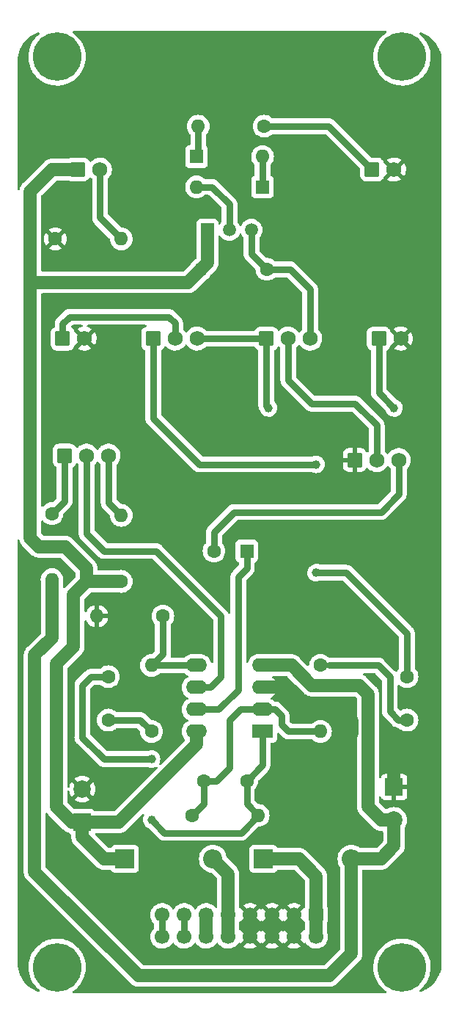
<source format=gbr>
%TF.GenerationSoftware,KiCad,Pcbnew,(6.0.7)*%
%TF.CreationDate,2023-02-26T22:32:21-05:00*%
%TF.ProjectId,ULTRA_FUZZ,554c5452-415f-4465-955a-5a2e6b696361,rev?*%
%TF.SameCoordinates,Original*%
%TF.FileFunction,Copper,L2,Bot*%
%TF.FilePolarity,Positive*%
%FSLAX46Y46*%
G04 Gerber Fmt 4.6, Leading zero omitted, Abs format (unit mm)*
G04 Created by KiCad (PCBNEW (6.0.7)) date 2023-02-26 22:32:21*
%MOMM*%
%LPD*%
G01*
G04 APERTURE LIST*
G04 Aperture macros list*
%AMRoundRect*
0 Rectangle with rounded corners*
0 $1 Rounding radius*
0 $2 $3 $4 $5 $6 $7 $8 $9 X,Y pos of 4 corners*
0 Add a 4 corners polygon primitive as box body*
4,1,4,$2,$3,$4,$5,$6,$7,$8,$9,$2,$3,0*
0 Add four circle primitives for the rounded corners*
1,1,$1+$1,$2,$3*
1,1,$1+$1,$4,$5*
1,1,$1+$1,$6,$7*
1,1,$1+$1,$8,$9*
0 Add four rect primitives between the rounded corners*
20,1,$1+$1,$2,$3,$4,$5,0*
20,1,$1+$1,$4,$5,$6,$7,0*
20,1,$1+$1,$6,$7,$8,$9,0*
20,1,$1+$1,$8,$9,$2,$3,0*%
G04 Aperture macros list end*
%TA.AperFunction,ComponentPad*%
%ADD10RoundRect,0.250000X-0.620000X-0.620000X0.620000X-0.620000X0.620000X0.620000X-0.620000X0.620000X0*%
%TD*%
%TA.AperFunction,ComponentPad*%
%ADD11C,1.740000*%
%TD*%
%TA.AperFunction,ComponentPad*%
%ADD12C,1.600000*%
%TD*%
%TA.AperFunction,ComponentPad*%
%ADD13O,1.600000X1.600000*%
%TD*%
%TA.AperFunction,ComponentPad*%
%ADD14R,1.500000X1.500000*%
%TD*%
%TA.AperFunction,ComponentPad*%
%ADD15C,1.500000*%
%TD*%
%TA.AperFunction,ComponentPad*%
%ADD16R,1.600000X1.600000*%
%TD*%
%TA.AperFunction,ComponentPad*%
%ADD17R,2.400000X1.600000*%
%TD*%
%TA.AperFunction,ComponentPad*%
%ADD18O,2.400000X1.600000*%
%TD*%
%TA.AperFunction,ComponentPad*%
%ADD19C,5.600000*%
%TD*%
%TA.AperFunction,ComponentPad*%
%ADD20R,2.000000X2.000000*%
%TD*%
%TA.AperFunction,ComponentPad*%
%ADD21C,2.000000*%
%TD*%
%TA.AperFunction,ComponentPad*%
%ADD22R,2.200000X2.200000*%
%TD*%
%TA.AperFunction,ComponentPad*%
%ADD23O,2.200000X2.200000*%
%TD*%
%TA.AperFunction,ComponentPad*%
%ADD24RoundRect,0.250000X-0.600000X0.600000X-0.600000X-0.600000X0.600000X-0.600000X0.600000X0.600000X0*%
%TD*%
%TA.AperFunction,ComponentPad*%
%ADD25C,1.700000*%
%TD*%
%TA.AperFunction,ViaPad*%
%ADD26C,1.000000*%
%TD*%
%TA.AperFunction,Conductor*%
%ADD27C,0.800000*%
%TD*%
%TA.AperFunction,Conductor*%
%ADD28C,1.500000*%
%TD*%
G04 APERTURE END LIST*
D10*
%TO.P,SW1B1,1,Pin_1*%
%TO.N,Net-(SW1A1-Pad3)*%
X129243332Y-76000000D03*
D11*
%TO.P,SW1B1,2,Pin_2*%
%TO.N,Net-(R5-Pad2)*%
X131783332Y-76000000D03*
%TO.P,SW1B1,3,Pin_3*%
%TO.N,Net-(SW1B1-Pad3)*%
X134323332Y-76000000D03*
%TD*%
D10*
%TO.P,SW1A1,1,Pin_1*%
%TO.N,Net-(C3-Pad1)*%
X116176666Y-76000000D03*
D11*
%TO.P,SW1A1,2,Pin_2*%
%TO.N,Net-(J1-Pad1)*%
X118716666Y-76000000D03*
%TO.P,SW1A1,3,Pin_3*%
%TO.N,Net-(SW1A1-Pad3)*%
X121256666Y-76000000D03*
%TD*%
D12*
%TO.P,R11,1*%
%TO.N,Net-(J4-Pad1)*%
X129000000Y-51500000D03*
D13*
%TO.P,R11,2*%
%TO.N,Net-(D2-Pad1)*%
X121380000Y-51500000D03*
%TD*%
D12*
%TO.P,R10,1*%
%TO.N,Net-(SW1B1-Pad3)*%
X129310000Y-68000000D03*
D13*
%TO.P,R10,2*%
%TO.N,VDD*%
X121690000Y-68000000D03*
%TD*%
D14*
%TO.P,Q1,1,D*%
%TO.N,VDD*%
X122450000Y-63450000D03*
D15*
%TO.P,Q1,2,S*%
%TO.N,Net-(D1-Pad2)*%
X124990000Y-63450000D03*
%TO.P,Q1,3,G*%
%TO.N,Net-(SW1B1-Pad3)*%
X127530000Y-63450000D03*
%TD*%
D10*
%TO.P,J4,1,Pin_1*%
%TO.N,Net-(J4-Pad1)*%
X141460000Y-56500000D03*
D11*
%TO.P,J4,2,Pin_2*%
%TO.N,Earth*%
X144000000Y-56500000D03*
%TD*%
D16*
%TO.P,D2,1,K*%
%TO.N,Net-(D2-Pad1)*%
X121190000Y-55000000D03*
D13*
%TO.P,D2,2,A*%
%TO.N,Net-(D1-Pad1)*%
X128810000Y-55000000D03*
%TD*%
D16*
%TO.P,D1,1,K*%
%TO.N,Net-(D1-Pad1)*%
X128810000Y-58500000D03*
D13*
%TO.P,D1,2,A*%
%TO.N,Net-(D1-Pad2)*%
X121190000Y-58500000D03*
%TD*%
D17*
%TO.P,U1,1*%
%TO.N,Net-(R8-Pad2)*%
X128800000Y-121300000D03*
D18*
%TO.P,U1,2,-*%
%TO.N,Net-(R8-Pad1)*%
X128800000Y-118760000D03*
%TO.P,U1,3,+*%
%TO.N,Earth*%
X128800000Y-116220000D03*
%TO.P,U1,4,V-*%
%TO.N,VSS*%
X128800000Y-113680000D03*
%TO.P,U1,5,+*%
%TO.N,Net-(R1-Pad2)*%
X121180000Y-113680000D03*
%TO.P,U1,6,-*%
%TO.N,Net-(R4-Pad2)*%
X121180000Y-116220000D03*
%TO.P,U1,7*%
%TO.N,Net-(C6-Pad1)*%
X121180000Y-118760000D03*
%TO.P,U1,8,V+*%
%TO.N,VDD*%
X121180000Y-121300000D03*
%TD*%
D12*
%TO.P,R9,1*%
%TO.N,Earth*%
X104880000Y-64500000D03*
D13*
%TO.P,R9,2*%
%TO.N,Net-(J8-Pad2)*%
X112500000Y-64500000D03*
%TD*%
D12*
%TO.P,R8,1*%
%TO.N,Net-(R8-Pad1)*%
X120690000Y-131000000D03*
D13*
%TO.P,R8,2*%
%TO.N,Net-(R8-Pad2)*%
X128310000Y-131000000D03*
%TD*%
D12*
%TO.P,R7,1*%
%TO.N,Net-(R7-Pad1)*%
X135500000Y-113690000D03*
D13*
%TO.P,R7,2*%
%TO.N,Net-(R8-Pad1)*%
X135500000Y-121310000D03*
%TD*%
D12*
%TO.P,R6,1*%
%TO.N,Net-(R1-Pad2)*%
X117310000Y-108000000D03*
D13*
%TO.P,R6,2*%
%TO.N,Earth*%
X109690000Y-108000000D03*
%TD*%
D10*
%TO.P,R5,1,Pin_1*%
%TO.N,Earth*%
X139460000Y-90000000D03*
D11*
%TO.P,R5,2,Pin_2*%
%TO.N,Net-(R5-Pad2)*%
X142000000Y-90000000D03*
%TO.P,R5,3,Pin_3*%
%TO.N,Net-(C6-Pad2)*%
X144540000Y-90000000D03*
%TD*%
D10*
%TO.P,R4,1,Pin_1*%
%TO.N,Net-(R4-Pad1)*%
X105960000Y-89500000D03*
D11*
%TO.P,R4,2,Pin_2*%
%TO.N,Net-(R4-Pad2)*%
X108500000Y-89500000D03*
%TO.P,R4,3,Pin_3*%
%TO.N,Net-(R4-Pad3)*%
X111040000Y-89500000D03*
%TD*%
D12*
%TO.P,R3,1*%
%TO.N,VDD*%
X112500000Y-104000000D03*
D13*
%TO.P,R3,2*%
%TO.N,Net-(R4-Pad3)*%
X112500000Y-96380000D03*
%TD*%
D12*
%TO.P,R2,1*%
%TO.N,Net-(R4-Pad1)*%
X104500000Y-96190000D03*
D13*
%TO.P,R2,2*%
%TO.N,VSS*%
X104500000Y-103810000D03*
%TD*%
D12*
%TO.P,R1,1*%
%TO.N,Net-(C2-Pad1)*%
X116000000Y-121310000D03*
D13*
%TO.P,R1,2*%
%TO.N,Net-(R1-Pad2)*%
X116000000Y-113690000D03*
%TD*%
D10*
%TO.P,J8,1,Pin_1*%
%TO.N,VDD*%
X107500000Y-56500000D03*
D11*
%TO.P,J8,2,Pin_2*%
%TO.N,Net-(J8-Pad2)*%
X110040000Y-56500000D03*
%TD*%
D10*
%TO.P,J2,1,Pin_1*%
%TO.N,Net-(SW1A1-Pad3)*%
X142230000Y-76000000D03*
D11*
%TO.P,J2,2,Pin_2*%
%TO.N,Earth*%
X144770000Y-76000000D03*
%TD*%
D10*
%TO.P,J1,1,Pin_1*%
%TO.N,Net-(J1-Pad1)*%
X105730000Y-76000000D03*
D11*
%TO.P,J1,2,Pin_2*%
%TO.N,Earth*%
X108270000Y-76000000D03*
%TD*%
D12*
%TO.P,C6,2*%
%TO.N,Net-(C6-Pad2)*%
X123200000Y-100500000D03*
D16*
%TO.P,C6,1*%
%TO.N,Net-(C6-Pad1)*%
X127000000Y-100500000D03*
%TD*%
D12*
%TO.P,C3,1*%
%TO.N,Net-(C3-Pad1)*%
X145500000Y-115000000D03*
%TO.P,C3,2*%
%TO.N,Net-(R7-Pad1)*%
X145500000Y-120000000D03*
%TD*%
%TO.P,C2,1*%
%TO.N,Net-(C2-Pad1)*%
X111000000Y-120000000D03*
%TO.P,C2,2*%
%TO.N,Net-(R8-Pad2)*%
X111000000Y-115000000D03*
%TD*%
%TO.P,C1,1*%
%TO.N,Net-(R8-Pad2)*%
X127000000Y-127000000D03*
%TO.P,C1,2*%
%TO.N,Net-(R8-Pad1)*%
X122000000Y-127000000D03*
%TD*%
D19*
%TO.P,H2,1*%
%TO.N,N/C*%
X144920000Y-43500000D03*
%TD*%
D20*
%TO.P,C10,1*%
%TO.N,Earth*%
X144000000Y-127732323D03*
D21*
%TO.P,C10,2*%
%TO.N,VSS*%
X144000000Y-131532323D03*
%TD*%
D20*
%TO.P,C9,1*%
%TO.N,VDD*%
X108000000Y-131767677D03*
D21*
%TO.P,C9,2*%
%TO.N,Earth*%
X108000000Y-127967677D03*
%TD*%
D22*
%TO.P,D4,1,K*%
%TO.N,-12V*%
X128920000Y-136000000D03*
D23*
%TO.P,D4,2,A*%
%TO.N,VSS*%
X139080000Y-136000000D03*
%TD*%
D22*
%TO.P,D3,1,K*%
%TO.N,VDD*%
X112920000Y-136000000D03*
D23*
%TO.P,D3,2,A*%
%TO.N,+12V*%
X123080000Y-136000000D03*
%TD*%
D24*
%TO.P,J3,1,Pin_1*%
%TO.N,-12V*%
X135000000Y-142460000D03*
D25*
%TO.P,J3,2,Pin_2*%
X135000000Y-145000000D03*
%TO.P,J3,3,Pin_3*%
%TO.N,Earth*%
X132460000Y-142460000D03*
%TO.P,J3,4,Pin_4*%
X132460000Y-145000000D03*
%TO.P,J3,5,Pin_5*%
X129920000Y-142460000D03*
%TO.P,J3,6,Pin_6*%
X129920000Y-145000000D03*
%TO.P,J3,7,Pin_7*%
X127380000Y-142460000D03*
%TO.P,J3,8,Pin_8*%
X127380000Y-145000000D03*
%TO.P,J3,9,Pin_9*%
%TO.N,+12V*%
X124840000Y-142460000D03*
%TO.P,J3,10,Pin_10*%
X124840000Y-145000000D03*
%TO.P,J3,11,Pin_11*%
%TO.N,+5V*%
X122300000Y-142460000D03*
%TO.P,J3,12,Pin_12*%
X122300000Y-145000000D03*
%TO.P,J3,13,Pin_13*%
%TO.N,CV*%
X119760000Y-142460000D03*
%TO.P,J3,14,Pin_14*%
X119760000Y-145000000D03*
%TO.P,J3,15,Pin_15*%
%TO.N,GATE*%
X117220000Y-142460000D03*
%TO.P,J3,16,Pin_16*%
X117220000Y-145000000D03*
%TD*%
D19*
%TO.P,H4,1*%
%TO.N,N/C*%
X144920000Y-148500000D03*
%TD*%
%TO.P,H1,1*%
%TO.N,N/C*%
X105080000Y-43500000D03*
%TD*%
%TO.P,H3,1*%
%TO.N,N/C*%
X105080000Y-148500000D03*
%TD*%
D26*
%TO.N,Earth*%
X117000000Y-95000000D03*
X117000000Y-104000000D03*
X144000000Y-121500000D03*
X139100000Y-121500000D03*
%TO.N,Net-(SW1A1-Pad3)*%
X144000000Y-84000000D03*
X129500000Y-84000000D03*
%TO.N,Net-(C3-Pad1)*%
X135000000Y-90500000D03*
X135000000Y-103000000D03*
%TO.N,Net-(R8-Pad2)*%
X116000000Y-124500000D03*
X116000000Y-131500000D03*
%TD*%
D27*
%TO.N,Net-(C3-Pad1)*%
X145500000Y-110000000D02*
X145500000Y-115000000D01*
X138500000Y-103000000D02*
X145500000Y-110000000D01*
X135000000Y-103000000D02*
X138500000Y-103000000D01*
D28*
%TO.N,VDD*%
X120000000Y-124000000D02*
X119750000Y-124250000D01*
D27*
%TO.N,Net-(R8-Pad1)*%
X135500000Y-121310000D02*
X131810000Y-121310000D01*
D28*
%TO.N,Earth*%
X139100000Y-120100000D02*
X139100000Y-121500000D01*
X137500000Y-118500000D02*
X139100000Y-120100000D01*
X133500000Y-118500000D02*
X137500000Y-118500000D01*
X131220000Y-116220000D02*
X133500000Y-118500000D01*
X128800000Y-116220000D02*
X131220000Y-116220000D01*
%TO.N,VSS*%
X134500000Y-116000000D02*
X132180000Y-113680000D01*
X140000000Y-116000000D02*
X134500000Y-116000000D01*
X132180000Y-113680000D02*
X128800000Y-113680000D01*
X141000000Y-130000000D02*
X141000000Y-117000000D01*
X142532323Y-131532323D02*
X141000000Y-130000000D01*
X144000000Y-131532323D02*
X142532323Y-131532323D01*
X141000000Y-117000000D02*
X140000000Y-116000000D01*
%TO.N,Earth*%
X144000000Y-121500000D02*
X144000000Y-127732323D01*
D27*
%TO.N,Net-(R7-Pad1)*%
X143500000Y-119000000D02*
X143500000Y-115000000D01*
X144500000Y-120000000D02*
X143500000Y-119000000D01*
X143500000Y-115000000D02*
X142190000Y-113690000D01*
X145500000Y-120000000D02*
X144500000Y-120000000D01*
X142190000Y-113690000D02*
X136500000Y-113690000D01*
%TO.N,Net-(R8-Pad1)*%
X131000000Y-120500000D02*
X131810000Y-121310000D01*
X130260000Y-118760000D02*
X131000000Y-119500000D01*
X131000000Y-119500000D02*
X131000000Y-120500000D01*
X128800000Y-118760000D02*
X130260000Y-118760000D01*
%TO.N,Net-(SW1B1-Pad3)*%
X134323332Y-70323332D02*
X134323332Y-76000000D01*
X132000000Y-68000000D02*
X134323332Y-70323332D01*
X129310000Y-68000000D02*
X132000000Y-68000000D01*
X127530000Y-66220000D02*
X129310000Y-68000000D01*
X127530000Y-63450000D02*
X127530000Y-66220000D01*
%TO.N,Net-(D2-Pad1)*%
X121380000Y-54810000D02*
X121190000Y-55000000D01*
X121380000Y-51500000D02*
X121380000Y-54810000D01*
%TO.N,Net-(D1-Pad1)*%
X128810000Y-55000000D02*
X128810000Y-58500000D01*
%TO.N,Net-(J4-Pad1)*%
X136460000Y-51500000D02*
X141460000Y-56500000D01*
X129000000Y-51500000D02*
X136460000Y-51500000D01*
%TO.N,Net-(D1-Pad2)*%
X123000000Y-58500000D02*
X124990000Y-60490000D01*
X124990000Y-60490000D02*
X124990000Y-63450000D01*
X121190000Y-58500000D02*
X123000000Y-58500000D01*
%TO.N,Net-(J8-Pad2)*%
X110040000Y-62040000D02*
X112500000Y-64500000D01*
X110040000Y-56500000D02*
X110040000Y-62040000D01*
D28*
%TO.N,VDD*%
X120190000Y-69500000D02*
X102000000Y-69500000D01*
X102000000Y-69500000D02*
X102000000Y-59000000D01*
X121690000Y-68000000D02*
X120190000Y-69500000D01*
X102000000Y-99000000D02*
X102000000Y-69500000D01*
X122450000Y-67240000D02*
X121690000Y-68000000D01*
X122450000Y-63450000D02*
X122450000Y-67240000D01*
D27*
%TO.N,Net-(SW1A1-Pad3)*%
X142230000Y-82230000D02*
X142230000Y-76000000D01*
X129243332Y-83743332D02*
X129500000Y-84000000D01*
X129243332Y-76000000D02*
X129243332Y-83743332D01*
X144000000Y-84000000D02*
X142230000Y-82230000D01*
%TO.N,Net-(C3-Pad1)*%
X116176666Y-85176666D02*
X116176666Y-76000000D01*
X121500000Y-90500000D02*
X116176666Y-85176666D01*
X135000000Y-90500000D02*
X121500000Y-90500000D01*
%TO.N,Net-(SW1A1-Pad3)*%
X121256666Y-76000000D02*
X129243332Y-76000000D01*
%TO.N,Net-(R5-Pad2)*%
X142000000Y-86000000D02*
X142000000Y-90000000D01*
X139500000Y-83500000D02*
X142000000Y-86000000D01*
X131783332Y-80783332D02*
X134500000Y-83500000D01*
X134500000Y-83500000D02*
X139500000Y-83500000D01*
X131783332Y-76000000D02*
X131783332Y-80783332D01*
%TO.N,Net-(C6-Pad2)*%
X123200000Y-98300000D02*
X123200000Y-100500000D01*
X125500000Y-96000000D02*
X123200000Y-98300000D01*
X142500000Y-96000000D02*
X125500000Y-96000000D01*
X144540000Y-90000000D02*
X144540000Y-93960000D01*
X144540000Y-93960000D02*
X142500000Y-96000000D01*
%TO.N,Net-(J1-Pad1)*%
X118716666Y-74216666D02*
X118716666Y-76000000D01*
X106500000Y-73500000D02*
X118000000Y-73500000D01*
X105730000Y-74270000D02*
X106500000Y-73500000D01*
X118000000Y-73500000D02*
X118716666Y-74216666D01*
X105730000Y-76000000D02*
X105730000Y-74270000D01*
D28*
%TO.N,VDD*%
X102000000Y-59000000D02*
X104500000Y-56500000D01*
X103000000Y-100000000D02*
X102000000Y-99000000D01*
X106000000Y-100000000D02*
X103000000Y-100000000D01*
X108500000Y-102500000D02*
X106000000Y-100000000D01*
X108500000Y-104000000D02*
X108500000Y-102500000D01*
X104500000Y-56500000D02*
X107500000Y-56500000D01*
%TO.N,VSS*%
X139080000Y-146920000D02*
X139080000Y-136000000D01*
X136500000Y-149500000D02*
X139080000Y-146920000D01*
X114500000Y-149500000D02*
X136500000Y-149500000D01*
X102500000Y-137500000D02*
X114500000Y-149500000D01*
X102500000Y-112500000D02*
X102500000Y-137500000D01*
X104500000Y-110500000D02*
X102500000Y-112500000D01*
X104500000Y-103810000D02*
X104500000Y-110500000D01*
%TO.N,VDD*%
X106767677Y-131767677D02*
X108000000Y-131767677D01*
X105000000Y-113500000D02*
X105000000Y-130000000D01*
X105000000Y-130000000D02*
X106767677Y-131767677D01*
X107000000Y-111500000D02*
X105000000Y-113500000D01*
X108500000Y-104000000D02*
X107000000Y-105500000D01*
X112500000Y-104000000D02*
X108500000Y-104000000D01*
X107000000Y-105500000D02*
X107000000Y-111500000D01*
D27*
%TO.N,Net-(R4-Pad2)*%
X108500000Y-98500000D02*
X108500000Y-89500000D01*
X110500000Y-100500000D02*
X108500000Y-98500000D01*
X124000000Y-108000000D02*
X116500000Y-100500000D01*
X122780000Y-116220000D02*
X124000000Y-115000000D01*
X124000000Y-115000000D02*
X124000000Y-108000000D01*
X116500000Y-100500000D02*
X110500000Y-100500000D01*
X121180000Y-116220000D02*
X122780000Y-116220000D01*
%TO.N,Net-(R1-Pad2)*%
X117310000Y-112380000D02*
X117310000Y-108000000D01*
X116000000Y-113690000D02*
X117310000Y-112380000D01*
%TO.N,Net-(R8-Pad2)*%
X108000000Y-116000000D02*
X109000000Y-115000000D01*
X108000000Y-122000000D02*
X108000000Y-116000000D01*
X116000000Y-124500000D02*
X110500000Y-124500000D01*
X110500000Y-124500000D02*
X108000000Y-122000000D01*
X109000000Y-115000000D02*
X111000000Y-115000000D01*
X117500000Y-133000000D02*
X116000000Y-131500000D01*
X126310000Y-133000000D02*
X117500000Y-133000000D01*
X128310000Y-131000000D02*
X126310000Y-133000000D01*
D28*
%TO.N,VDD*%
X119750000Y-124250000D02*
X112232323Y-131767677D01*
X121180000Y-122820000D02*
X120000000Y-124000000D01*
D27*
%TO.N,Net-(C6-Pad1)*%
X127000000Y-102500000D02*
X127000000Y-100500000D01*
X126000000Y-103500000D02*
X127000000Y-102500000D01*
X126000000Y-116500000D02*
X126000000Y-103500000D01*
X123740000Y-118760000D02*
X126000000Y-116500000D01*
X121180000Y-118760000D02*
X123740000Y-118760000D01*
%TO.N,Net-(R4-Pad3)*%
X111040000Y-94920000D02*
X112500000Y-96380000D01*
X111040000Y-89500000D02*
X111040000Y-94920000D01*
%TO.N,Net-(R4-Pad1)*%
X105960000Y-94730000D02*
X104500000Y-96190000D01*
X105960000Y-89500000D02*
X105960000Y-94730000D01*
%TO.N,Net-(R8-Pad1)*%
X122000000Y-129690000D02*
X122000000Y-127000000D01*
X120690000Y-131000000D02*
X122000000Y-129690000D01*
%TO.N,Net-(R8-Pad2)*%
X127000000Y-129690000D02*
X127000000Y-127000000D01*
X128310000Y-131000000D02*
X127000000Y-129690000D01*
%TO.N,Net-(R1-Pad2)*%
X121170000Y-113690000D02*
X121180000Y-113680000D01*
X116000000Y-113690000D02*
X121170000Y-113690000D01*
%TO.N,Net-(C2-Pad1)*%
X114690000Y-120000000D02*
X116000000Y-121310000D01*
X111000000Y-120000000D02*
X114690000Y-120000000D01*
D28*
%TO.N,VDD*%
X112232323Y-131767677D02*
X108000000Y-131767677D01*
X121180000Y-121300000D02*
X121180000Y-122820000D01*
D27*
%TO.N,Net-(R8-Pad1)*%
X125000000Y-120000000D02*
X126240000Y-118760000D01*
X123500000Y-127000000D02*
X125000000Y-125500000D01*
X122000000Y-127000000D02*
X123500000Y-127000000D01*
X125000000Y-125500000D02*
X125000000Y-120000000D01*
X126240000Y-118760000D02*
X128800000Y-118760000D01*
%TO.N,Net-(R8-Pad2)*%
X128800000Y-125200000D02*
X127000000Y-127000000D01*
X128800000Y-121300000D02*
X128800000Y-125200000D01*
%TO.N,GATE*%
X117220000Y-145000000D02*
X117220000Y-142460000D01*
%TO.N,CV*%
X119760000Y-145000000D02*
X119760000Y-142460000D01*
D28*
%TO.N,+5V*%
X122300000Y-145000000D02*
X122300000Y-142460000D01*
%TO.N,Earth*%
X132460000Y-145000000D02*
X132460000Y-142460000D01*
X129920000Y-145000000D02*
X129920000Y-142460000D01*
X127380000Y-145000000D02*
X127380000Y-142460000D01*
%TO.N,VSS*%
X142500000Y-136000000D02*
X144000000Y-134500000D01*
X144000000Y-134500000D02*
X144000000Y-131532323D01*
X139080000Y-136000000D02*
X142500000Y-136000000D01*
%TO.N,-12V*%
X135000000Y-142460000D02*
X135000000Y-145000000D01*
X135000000Y-138000000D02*
X135000000Y-142460000D01*
X133000000Y-136000000D02*
X135000000Y-138000000D01*
X128920000Y-136000000D02*
X133000000Y-136000000D01*
%TO.N,VDD*%
X110500000Y-136000000D02*
X108000000Y-133500000D01*
X108000000Y-133500000D02*
X108000000Y-131767677D01*
X112920000Y-136000000D02*
X110500000Y-136000000D01*
%TO.N,+12V*%
X124840000Y-137760000D02*
X123080000Y-136000000D01*
X124840000Y-142460000D02*
X124840000Y-137760000D01*
X124840000Y-145000000D02*
X124840000Y-142460000D01*
%TD*%
%TA.AperFunction,Conductor*%
%TO.N,Earth*%
G36*
X143088127Y-40528502D02*
G01*
X143134620Y-40582158D01*
X143144724Y-40652432D01*
X143115230Y-40717012D01*
X143084715Y-40742614D01*
X143067193Y-40753101D01*
X143064467Y-40755163D01*
X143064465Y-40755164D01*
X142845493Y-40920772D01*
X142781367Y-40969270D01*
X142520559Y-41215043D01*
X142287819Y-41487546D01*
X142285900Y-41490358D01*
X142285897Y-41490363D01*
X142260919Y-41526980D01*
X142085871Y-41783591D01*
X141917077Y-42099714D01*
X141783411Y-42432218D01*
X141782491Y-42435492D01*
X141782489Y-42435497D01*
X141716661Y-42669689D01*
X141686437Y-42777213D01*
X141627290Y-43130663D01*
X141606661Y-43488434D01*
X141624792Y-43846340D01*
X141625329Y-43849695D01*
X141625330Y-43849701D01*
X141647901Y-43990618D01*
X141681470Y-44200195D01*
X141776033Y-44545859D01*
X141907374Y-44879288D01*
X142073957Y-45196582D01*
X142075858Y-45199411D01*
X142075864Y-45199421D01*
X142259569Y-45472800D01*
X142273834Y-45494029D01*
X142504665Y-45768150D01*
X142763751Y-46015738D01*
X143048061Y-46233897D01*
X143080056Y-46253350D01*
X143351355Y-46418303D01*
X143351360Y-46418306D01*
X143354270Y-46420075D01*
X143357358Y-46421521D01*
X143357357Y-46421521D01*
X143675710Y-46570649D01*
X143675720Y-46570653D01*
X143678794Y-46572093D01*
X143682012Y-46573195D01*
X143682015Y-46573196D01*
X144014615Y-46687071D01*
X144014623Y-46687073D01*
X144017838Y-46688174D01*
X144367435Y-46766959D01*
X144419728Y-46772917D01*
X144720114Y-46807142D01*
X144720122Y-46807142D01*
X144723497Y-46807527D01*
X144726901Y-46807545D01*
X144726904Y-46807545D01*
X144921227Y-46808562D01*
X145081857Y-46809403D01*
X145085243Y-46809053D01*
X145085245Y-46809053D01*
X145434932Y-46772917D01*
X145434941Y-46772916D01*
X145438324Y-46772566D01*
X145441657Y-46771852D01*
X145441660Y-46771851D01*
X145614186Y-46734864D01*
X145788727Y-46697446D01*
X146128968Y-46584922D01*
X146455066Y-46436311D01*
X146549052Y-46380506D01*
X146760262Y-46255099D01*
X146760267Y-46255096D01*
X146763207Y-46253350D01*
X147049786Y-46038180D01*
X147311451Y-45793319D01*
X147545140Y-45521630D01*
X147651750Y-45366512D01*
X147746190Y-45229101D01*
X147746195Y-45229094D01*
X147748120Y-45226292D01*
X147749732Y-45223298D01*
X147749737Y-45223290D01*
X147916395Y-44913772D01*
X147918017Y-44910760D01*
X148052842Y-44578724D01*
X148063142Y-44542568D01*
X148083527Y-44471006D01*
X148151020Y-44234070D01*
X148188885Y-44012552D01*
X148210829Y-43884175D01*
X148210829Y-43884173D01*
X148211401Y-43880828D01*
X148213511Y-43846340D01*
X148233168Y-43524928D01*
X148233278Y-43523131D01*
X148233359Y-43500000D01*
X148213979Y-43142159D01*
X148156066Y-42788505D01*
X148060297Y-42443173D01*
X148057243Y-42435497D01*
X147929052Y-42113369D01*
X147927793Y-42110205D01*
X147897768Y-42053498D01*
X147761702Y-41796513D01*
X147761698Y-41796506D01*
X147760103Y-41793494D01*
X147559190Y-41496746D01*
X147327403Y-41223432D01*
X147067454Y-40976750D01*
X146975276Y-40906529D01*
X146933209Y-40849337D01*
X146928740Y-40778481D01*
X146963288Y-40716457D01*
X147025884Y-40682958D01*
X147094079Y-40687665D01*
X147330311Y-40772191D01*
X147341735Y-40776922D01*
X147409500Y-40808972D01*
X147640292Y-40918128D01*
X147651188Y-40923953D01*
X147743181Y-40979091D01*
X147934467Y-41093744D01*
X147944748Y-41100614D01*
X148210017Y-41297350D01*
X148219556Y-41305177D01*
X148464282Y-41526985D01*
X148473015Y-41535718D01*
X148694823Y-41780444D01*
X148702650Y-41789983D01*
X148846901Y-41984483D01*
X148899386Y-42055252D01*
X148906256Y-42065533D01*
X149076045Y-42348807D01*
X149081872Y-42359708D01*
X149121348Y-42443173D01*
X149223078Y-42658265D01*
X149227810Y-42669689D01*
X149339072Y-42980645D01*
X149342661Y-42992477D01*
X149422909Y-43312841D01*
X149425321Y-43324969D01*
X149473779Y-43651650D01*
X149474990Y-43663949D01*
X149484117Y-43849701D01*
X149489390Y-43957034D01*
X149488042Y-43982598D01*
X149486309Y-43993724D01*
X149487474Y-44002630D01*
X149490436Y-44025283D01*
X149491500Y-44041621D01*
X149491500Y-147950633D01*
X149490000Y-147970018D01*
X149486309Y-147993724D01*
X149487473Y-148002627D01*
X149487473Y-148002628D01*
X149488839Y-148013076D01*
X149489751Y-148035594D01*
X149479636Y-148241500D01*
X149474991Y-148336045D01*
X149473779Y-148348350D01*
X149425321Y-148675031D01*
X149422909Y-148687159D01*
X149342661Y-149007523D01*
X149339072Y-149019355D01*
X149227810Y-149330311D01*
X149223078Y-149341735D01*
X149081874Y-149640288D01*
X149076045Y-149651193D01*
X148906256Y-149934467D01*
X148899386Y-149944748D01*
X148702650Y-150210017D01*
X148694823Y-150219556D01*
X148473020Y-150464277D01*
X148464282Y-150473015D01*
X148219556Y-150694823D01*
X148210017Y-150702650D01*
X148015517Y-150846901D01*
X147944748Y-150899386D01*
X147934467Y-150906256D01*
X147792101Y-150991588D01*
X147651188Y-151076047D01*
X147640292Y-151081872D01*
X147618155Y-151092342D01*
X147341735Y-151223078D01*
X147330311Y-151227810D01*
X147095748Y-151311738D01*
X147024871Y-151315854D01*
X146963020Y-151280998D01*
X146929832Y-151218236D01*
X146935844Y-151147494D01*
X146977644Y-151092346D01*
X147049786Y-151038180D01*
X147311451Y-150793319D01*
X147545140Y-150521630D01*
X147651750Y-150366512D01*
X147746190Y-150229101D01*
X147746195Y-150229094D01*
X147748120Y-150226292D01*
X147749732Y-150223298D01*
X147749737Y-150223290D01*
X147916395Y-149913772D01*
X147918017Y-149910760D01*
X148052842Y-149578724D01*
X148063142Y-149542568D01*
X148083527Y-149471006D01*
X148151020Y-149234070D01*
X148211401Y-148880828D01*
X148213511Y-148846340D01*
X148233168Y-148524928D01*
X148233278Y-148523131D01*
X148233359Y-148500000D01*
X148213979Y-148142159D01*
X148156066Y-147788505D01*
X148060297Y-147443173D01*
X148057243Y-147435497D01*
X147929052Y-147113369D01*
X147927793Y-147110205D01*
X147885780Y-147030856D01*
X147761702Y-146796513D01*
X147761698Y-146796506D01*
X147760103Y-146793494D01*
X147559190Y-146496746D01*
X147489563Y-146414644D01*
X147443726Y-146360595D01*
X147327403Y-146223432D01*
X147067454Y-145976750D01*
X146836341Y-145800689D01*
X146785091Y-145761647D01*
X146785089Y-145761646D01*
X146782384Y-145759585D01*
X146779472Y-145757828D01*
X146779467Y-145757825D01*
X146478443Y-145576236D01*
X146478437Y-145576233D01*
X146475528Y-145574478D01*
X146150475Y-145423593D01*
X145975620Y-145364408D01*
X145814255Y-145309789D01*
X145814250Y-145309788D01*
X145811028Y-145308697D01*
X145612681Y-145264724D01*
X145464493Y-145231871D01*
X145464487Y-145231870D01*
X145461158Y-145231132D01*
X145457769Y-145230758D01*
X145457764Y-145230757D01*
X145108338Y-145192180D01*
X145108333Y-145192180D01*
X145104957Y-145191807D01*
X145101558Y-145191801D01*
X145101557Y-145191801D01*
X144932080Y-145191505D01*
X144746592Y-145191182D01*
X144633413Y-145203277D01*
X144393639Y-145228901D01*
X144393631Y-145228902D01*
X144390256Y-145229263D01*
X144040117Y-145305606D01*
X143700271Y-145419317D01*
X143697178Y-145420739D01*
X143697177Y-145420740D01*
X143690974Y-145423593D01*
X143374694Y-145569066D01*
X143371760Y-145570822D01*
X143371758Y-145570823D01*
X143074288Y-145748855D01*
X143067193Y-145753101D01*
X143064467Y-145755163D01*
X143064465Y-145755164D01*
X142894790Y-145883489D01*
X142781367Y-145969270D01*
X142520559Y-146215043D01*
X142518347Y-146217633D01*
X142518345Y-146217635D01*
X142510576Y-146226731D01*
X142287819Y-146487546D01*
X142285900Y-146490358D01*
X142285897Y-146490363D01*
X142192624Y-146627097D01*
X142085871Y-146783591D01*
X141917077Y-147099714D01*
X141783411Y-147432218D01*
X141782491Y-147435492D01*
X141782489Y-147435497D01*
X141689187Y-147767431D01*
X141686437Y-147777213D01*
X141685875Y-147780570D01*
X141685875Y-147780571D01*
X141643199Y-148035597D01*
X141627290Y-148130663D01*
X141606661Y-148488434D01*
X141624792Y-148846340D01*
X141625329Y-148849695D01*
X141625330Y-148849701D01*
X141630316Y-148880828D01*
X141681470Y-149200195D01*
X141776033Y-149545859D01*
X141907374Y-149879288D01*
X142073957Y-150196582D01*
X142075858Y-150199411D01*
X142075864Y-150199421D01*
X142197038Y-150379745D01*
X142273834Y-150494029D01*
X142504665Y-150768150D01*
X142763751Y-151015738D01*
X143048061Y-151233897D01*
X143050979Y-151235671D01*
X143087437Y-151257838D01*
X143135252Y-151310319D01*
X143147103Y-151380320D01*
X143119228Y-151445615D01*
X143060477Y-151485474D01*
X143021978Y-151491500D01*
X106981120Y-151491500D01*
X106912999Y-151471498D01*
X106866506Y-151417842D01*
X106856402Y-151347568D01*
X106885896Y-151282988D01*
X106916789Y-151257161D01*
X106923207Y-151253350D01*
X106957225Y-151227809D01*
X107021095Y-151179854D01*
X107209786Y-151038180D01*
X107471451Y-150793319D01*
X107705140Y-150521630D01*
X107811750Y-150366512D01*
X107906190Y-150229101D01*
X107906195Y-150229094D01*
X107908120Y-150226292D01*
X107909732Y-150223298D01*
X107909737Y-150223290D01*
X108076395Y-149913772D01*
X108078017Y-149910760D01*
X108212842Y-149578724D01*
X108223142Y-149542568D01*
X108243527Y-149471006D01*
X108311020Y-149234070D01*
X108371401Y-148880828D01*
X108373511Y-148846340D01*
X108393168Y-148524928D01*
X108393278Y-148523131D01*
X108393359Y-148500000D01*
X108373979Y-148142159D01*
X108316066Y-147788505D01*
X108220297Y-147443173D01*
X108217243Y-147435497D01*
X108089052Y-147113369D01*
X108087793Y-147110205D01*
X108045780Y-147030856D01*
X107921702Y-146796513D01*
X107921698Y-146796506D01*
X107920103Y-146793494D01*
X107719190Y-146496746D01*
X107649563Y-146414644D01*
X107603726Y-146360595D01*
X107487403Y-146223432D01*
X107227454Y-145976750D01*
X106996341Y-145800689D01*
X106945091Y-145761647D01*
X106945089Y-145761646D01*
X106942384Y-145759585D01*
X106939472Y-145757828D01*
X106939467Y-145757825D01*
X106638443Y-145576236D01*
X106638437Y-145576233D01*
X106635528Y-145574478D01*
X106310475Y-145423593D01*
X106135620Y-145364408D01*
X105974255Y-145309789D01*
X105974250Y-145309788D01*
X105971028Y-145308697D01*
X105772681Y-145264724D01*
X105624493Y-145231871D01*
X105624487Y-145231870D01*
X105621158Y-145231132D01*
X105617769Y-145230758D01*
X105617764Y-145230757D01*
X105268338Y-145192180D01*
X105268333Y-145192180D01*
X105264957Y-145191807D01*
X105261558Y-145191801D01*
X105261557Y-145191801D01*
X105092080Y-145191505D01*
X104906592Y-145191182D01*
X104793413Y-145203277D01*
X104553639Y-145228901D01*
X104553631Y-145228902D01*
X104550256Y-145229263D01*
X104200117Y-145305606D01*
X103860271Y-145419317D01*
X103857178Y-145420739D01*
X103857177Y-145420740D01*
X103850974Y-145423593D01*
X103534694Y-145569066D01*
X103531760Y-145570822D01*
X103531758Y-145570823D01*
X103234288Y-145748855D01*
X103227193Y-145753101D01*
X103224467Y-145755163D01*
X103224465Y-145755164D01*
X103054790Y-145883489D01*
X102941367Y-145969270D01*
X102680559Y-146215043D01*
X102678347Y-146217633D01*
X102678345Y-146217635D01*
X102670576Y-146226731D01*
X102447819Y-146487546D01*
X102445900Y-146490358D01*
X102445897Y-146490363D01*
X102352624Y-146627097D01*
X102245871Y-146783591D01*
X102077077Y-147099714D01*
X101943411Y-147432218D01*
X101942491Y-147435492D01*
X101942489Y-147435497D01*
X101849187Y-147767431D01*
X101846437Y-147777213D01*
X101845875Y-147780570D01*
X101845875Y-147780571D01*
X101803199Y-148035597D01*
X101787290Y-148130663D01*
X101766661Y-148488434D01*
X101784792Y-148846340D01*
X101785329Y-148849695D01*
X101785330Y-148849701D01*
X101790316Y-148880828D01*
X101841470Y-149200195D01*
X101936033Y-149545859D01*
X102067374Y-149879288D01*
X102233957Y-150196582D01*
X102235858Y-150199411D01*
X102235864Y-150199421D01*
X102357038Y-150379745D01*
X102433834Y-150494029D01*
X102664665Y-150768150D01*
X102923751Y-151015738D01*
X103025694Y-151093962D01*
X103067559Y-151151297D01*
X103071781Y-151222168D01*
X103037017Y-151284071D01*
X102974304Y-151317352D01*
X102906540Y-151312556D01*
X102669689Y-151227809D01*
X102658265Y-151223078D01*
X102381845Y-151092342D01*
X102359708Y-151081872D01*
X102348812Y-151076047D01*
X102207899Y-150991588D01*
X102065533Y-150906256D01*
X102055252Y-150899386D01*
X101984483Y-150846901D01*
X101789983Y-150702650D01*
X101780444Y-150694823D01*
X101535718Y-150473015D01*
X101526980Y-150464277D01*
X101305177Y-150219556D01*
X101297350Y-150210017D01*
X101100614Y-149944748D01*
X101093744Y-149934467D01*
X100923955Y-149651193D01*
X100918126Y-149640288D01*
X100776922Y-149341735D01*
X100772190Y-149330311D01*
X100660928Y-149019355D01*
X100657339Y-149007523D01*
X100577091Y-148687159D01*
X100574679Y-148675031D01*
X100526221Y-148348351D01*
X100525009Y-148336045D01*
X100510795Y-148046695D01*
X100512387Y-148019619D01*
X100513576Y-148012552D01*
X100513729Y-148000000D01*
X100509773Y-147972376D01*
X100508500Y-147954514D01*
X100508500Y-99255070D01*
X100528502Y-99186949D01*
X100582158Y-99140456D01*
X100652432Y-99130352D01*
X100717012Y-99159846D01*
X100755396Y-99219572D01*
X100756382Y-99223750D01*
X100756383Y-99223762D01*
X100756396Y-99223808D01*
X100756397Y-99223814D01*
X100778370Y-99304133D01*
X100779656Y-99309251D01*
X100798258Y-99390470D01*
X100800460Y-99395632D01*
X100805294Y-99406967D01*
X100810927Y-99423142D01*
X100815663Y-99440451D01*
X100818079Y-99445516D01*
X100851539Y-99515667D01*
X100853710Y-99520476D01*
X100884151Y-99591844D01*
X100886397Y-99597109D01*
X100896251Y-99612110D01*
X100904654Y-99627025D01*
X100912378Y-99643218D01*
X100915648Y-99647769D01*
X100915650Y-99647772D01*
X100960999Y-99710881D01*
X100963989Y-99715232D01*
X101007196Y-99781010D01*
X101007202Y-99781018D01*
X101009735Y-99784874D01*
X101028257Y-99805662D01*
X101036490Y-99815939D01*
X101043471Y-99825654D01*
X101061630Y-99843251D01*
X101120221Y-99900030D01*
X101121632Y-99901419D01*
X102045479Y-100825267D01*
X102056346Y-100837658D01*
X102069877Y-100855292D01*
X102074023Y-100859065D01*
X102074028Y-100859070D01*
X102130164Y-100910149D01*
X102134459Y-100914247D01*
X102150411Y-100930199D01*
X102152558Y-100931994D01*
X102152560Y-100931996D01*
X102170424Y-100946933D01*
X102174399Y-100950401D01*
X102231888Y-101002712D01*
X102231897Y-101002719D01*
X102236036Y-101006485D01*
X102240782Y-101009462D01*
X102240783Y-101009463D01*
X102251225Y-101016013D01*
X102265093Y-101026089D01*
X102274549Y-101033996D01*
X102274559Y-101034003D01*
X102278854Y-101037594D01*
X102351240Y-101078882D01*
X102355768Y-101081592D01*
X102421596Y-101122886D01*
X102421599Y-101122888D01*
X102426344Y-101125864D01*
X102431549Y-101127957D01*
X102431552Y-101127958D01*
X102442979Y-101132552D01*
X102458411Y-101140012D01*
X102469119Y-101146120D01*
X102469128Y-101146124D01*
X102473993Y-101148899D01*
X102479270Y-101150768D01*
X102479275Y-101150770D01*
X102552542Y-101176715D01*
X102557478Y-101178580D01*
X102634783Y-101209656D01*
X102640270Y-101210792D01*
X102640272Y-101210793D01*
X102652349Y-101213294D01*
X102668844Y-101217899D01*
X102685759Y-101223889D01*
X102691296Y-101224796D01*
X102691297Y-101224796D01*
X102767991Y-101237355D01*
X102773181Y-101238317D01*
X102850246Y-101254277D01*
X102850250Y-101254278D01*
X102854767Y-101255213D01*
X102859376Y-101255479D01*
X102859378Y-101255479D01*
X102882548Y-101256815D01*
X102895653Y-101258262D01*
X102901910Y-101259286D01*
X102901917Y-101259286D01*
X102907458Y-101260194D01*
X102913071Y-101260106D01*
X102913073Y-101260106D01*
X103014294Y-101258516D01*
X103016273Y-101258500D01*
X105426523Y-101258500D01*
X105494644Y-101278502D01*
X105515618Y-101295405D01*
X107204595Y-102984382D01*
X107238621Y-103046694D01*
X107241500Y-103073477D01*
X107241500Y-103426522D01*
X107221498Y-103494643D01*
X107204595Y-103515617D01*
X106174737Y-104545475D01*
X106162347Y-104556342D01*
X106144708Y-104569877D01*
X106090188Y-104629794D01*
X106089842Y-104630174D01*
X106085743Y-104634469D01*
X106069802Y-104650410D01*
X106068007Y-104652557D01*
X106068005Y-104652559D01*
X106053068Y-104670423D01*
X106049600Y-104674398D01*
X105997288Y-104731888D01*
X105997281Y-104731897D01*
X105993515Y-104736036D01*
X105990538Y-104740781D01*
X105987142Y-104745256D01*
X105985951Y-104744352D01*
X105938088Y-104786747D01*
X105867928Y-104797615D01*
X105803030Y-104768828D01*
X105763998Y-104709523D01*
X105758500Y-104672710D01*
X105758500Y-104185457D01*
X105762793Y-104152845D01*
X105793543Y-104038087D01*
X105813498Y-103810000D01*
X105793543Y-103581913D01*
X105757960Y-103449116D01*
X105735707Y-103366067D01*
X105735706Y-103366065D01*
X105734284Y-103360757D01*
X105713715Y-103316646D01*
X105639849Y-103158238D01*
X105639846Y-103158233D01*
X105637523Y-103153251D01*
X105552079Y-103031224D01*
X105509357Y-102970211D01*
X105509355Y-102970208D01*
X105506198Y-102965700D01*
X105344300Y-102803802D01*
X105339792Y-102800645D01*
X105339789Y-102800643D01*
X105190643Y-102696210D01*
X105156749Y-102672477D01*
X105151767Y-102670154D01*
X105151762Y-102670151D01*
X104954225Y-102578039D01*
X104954224Y-102578039D01*
X104949243Y-102575716D01*
X104943935Y-102574294D01*
X104943933Y-102574293D01*
X104733402Y-102517881D01*
X104733400Y-102517881D01*
X104728087Y-102516457D01*
X104500000Y-102496502D01*
X104271913Y-102516457D01*
X104266600Y-102517881D01*
X104266598Y-102517881D01*
X104056067Y-102574293D01*
X104056065Y-102574294D01*
X104050757Y-102575716D01*
X104045776Y-102578039D01*
X104045775Y-102578039D01*
X103848238Y-102670151D01*
X103848233Y-102670154D01*
X103843251Y-102672477D01*
X103809357Y-102696210D01*
X103660211Y-102800643D01*
X103660208Y-102800645D01*
X103655700Y-102803802D01*
X103493802Y-102965700D01*
X103490645Y-102970208D01*
X103490643Y-102970211D01*
X103447921Y-103031224D01*
X103362477Y-103153251D01*
X103360154Y-103158233D01*
X103360151Y-103158238D01*
X103286285Y-103316646D01*
X103265716Y-103360757D01*
X103264294Y-103366065D01*
X103264293Y-103366067D01*
X103242040Y-103449116D01*
X103206457Y-103581913D01*
X103186502Y-103810000D01*
X103206457Y-104038087D01*
X103237207Y-104152845D01*
X103241500Y-104185457D01*
X103241500Y-109926523D01*
X103221498Y-109994644D01*
X103204595Y-110015618D01*
X101674737Y-111545475D01*
X101662347Y-111556342D01*
X101644708Y-111569877D01*
X101613343Y-111604347D01*
X101589842Y-111630174D01*
X101585743Y-111634469D01*
X101569802Y-111650410D01*
X101568007Y-111652557D01*
X101568005Y-111652559D01*
X101553068Y-111670423D01*
X101549600Y-111674398D01*
X101497288Y-111731888D01*
X101497281Y-111731897D01*
X101493515Y-111736036D01*
X101490538Y-111740782D01*
X101490537Y-111740783D01*
X101483987Y-111751225D01*
X101473911Y-111765093D01*
X101466004Y-111774549D01*
X101465997Y-111774559D01*
X101462406Y-111778854D01*
X101445381Y-111808702D01*
X101421118Y-111851240D01*
X101418413Y-111855759D01*
X101374136Y-111926344D01*
X101372043Y-111931549D01*
X101372042Y-111931552D01*
X101367448Y-111942979D01*
X101359988Y-111958411D01*
X101353880Y-111969119D01*
X101353876Y-111969128D01*
X101351101Y-111973993D01*
X101349232Y-111979270D01*
X101349230Y-111979275D01*
X101323285Y-112052542D01*
X101321420Y-112057478D01*
X101290344Y-112134783D01*
X101289208Y-112140270D01*
X101289207Y-112140272D01*
X101286706Y-112152349D01*
X101282101Y-112168844D01*
X101276111Y-112185759D01*
X101268063Y-112234907D01*
X101262643Y-112268001D01*
X101261683Y-112273180D01*
X101244787Y-112354767D01*
X101244521Y-112359379D01*
X101244521Y-112359380D01*
X101243185Y-112382548D01*
X101241738Y-112395653D01*
X101240714Y-112401910D01*
X101239806Y-112407457D01*
X101239894Y-112413070D01*
X101239894Y-112413072D01*
X101241484Y-112514264D01*
X101241500Y-112516243D01*
X101241500Y-137408604D01*
X101240422Y-137425051D01*
X101237521Y-137447086D01*
X101238284Y-137463261D01*
X101241360Y-137528488D01*
X101241500Y-137534424D01*
X101241500Y-137556999D01*
X101242752Y-137571025D01*
X101243819Y-137582988D01*
X101244178Y-137588248D01*
X101248104Y-137671488D01*
X101249354Y-137676947D01*
X101249355Y-137676952D01*
X101252108Y-137688970D01*
X101254789Y-137705899D01*
X101256383Y-137723762D01*
X101257865Y-137729178D01*
X101257865Y-137729180D01*
X101278370Y-137804133D01*
X101279656Y-137809251D01*
X101298258Y-137890470D01*
X101300460Y-137895632D01*
X101305294Y-137906967D01*
X101310927Y-137923142D01*
X101315663Y-137940451D01*
X101318079Y-137945516D01*
X101351539Y-138015667D01*
X101353710Y-138020476D01*
X101380437Y-138083136D01*
X101386397Y-138097109D01*
X101396251Y-138112110D01*
X101404654Y-138127025D01*
X101412378Y-138143218D01*
X101415648Y-138147769D01*
X101415650Y-138147772D01*
X101460999Y-138210881D01*
X101463989Y-138215232D01*
X101507196Y-138281010D01*
X101507202Y-138281018D01*
X101509735Y-138284874D01*
X101528257Y-138305662D01*
X101536490Y-138315939D01*
X101543471Y-138325654D01*
X101547498Y-138329556D01*
X101620255Y-138400063D01*
X101621665Y-138401452D01*
X113545472Y-150325259D01*
X113556340Y-150337651D01*
X113566462Y-150350843D01*
X113566469Y-150350851D01*
X113569877Y-150355292D01*
X113596751Y-150379745D01*
X113630185Y-150410168D01*
X113634480Y-150414267D01*
X113650411Y-150430198D01*
X113670427Y-150446934D01*
X113674376Y-150450379D01*
X113731879Y-150502703D01*
X113731883Y-150502706D01*
X113736036Y-150506485D01*
X113740791Y-150509468D01*
X113740794Y-150509470D01*
X113751224Y-150516012D01*
X113765097Y-150526091D01*
X113774545Y-150533992D01*
X113774552Y-150533997D01*
X113778854Y-150537594D01*
X113783730Y-150540375D01*
X113851240Y-150578882D01*
X113855759Y-150581587D01*
X113866673Y-150588433D01*
X113921596Y-150622886D01*
X113921599Y-150622888D01*
X113926344Y-150625864D01*
X113931549Y-150627957D01*
X113931552Y-150627958D01*
X113942979Y-150632552D01*
X113958411Y-150640012D01*
X113969119Y-150646120D01*
X113969128Y-150646124D01*
X113973993Y-150648899D01*
X113979270Y-150650768D01*
X113979275Y-150650770D01*
X114052542Y-150676715D01*
X114057478Y-150678580D01*
X114083581Y-150689073D01*
X114134783Y-150709656D01*
X114140270Y-150710792D01*
X114140272Y-150710793D01*
X114152349Y-150713294D01*
X114168844Y-150717899D01*
X114185759Y-150723889D01*
X114191296Y-150724796D01*
X114191297Y-150724796D01*
X114267991Y-150737355D01*
X114273181Y-150738317D01*
X114350246Y-150754277D01*
X114350250Y-150754278D01*
X114354767Y-150755213D01*
X114359376Y-150755479D01*
X114359378Y-150755479D01*
X114382548Y-150756815D01*
X114395653Y-150758262D01*
X114401910Y-150759286D01*
X114401917Y-150759286D01*
X114407458Y-150760194D01*
X114413070Y-150760106D01*
X114413072Y-150760106D01*
X114514264Y-150758516D01*
X114516243Y-150758500D01*
X136408604Y-150758500D01*
X136425051Y-150759578D01*
X136441516Y-150761746D01*
X136441520Y-150761746D01*
X136447086Y-150762479D01*
X136528489Y-150758640D01*
X136534424Y-150758500D01*
X136556999Y-150758500D01*
X136582989Y-150756181D01*
X136588248Y-150755822D01*
X136671488Y-150751896D01*
X136676947Y-150750646D01*
X136676952Y-150750645D01*
X136688970Y-150747892D01*
X136705899Y-150745211D01*
X136723762Y-150743617D01*
X136729178Y-150742135D01*
X136729180Y-150742135D01*
X136804133Y-150721630D01*
X136809251Y-150720344D01*
X136885000Y-150702995D01*
X136885002Y-150702994D01*
X136890470Y-150701742D01*
X136900970Y-150697263D01*
X136906967Y-150694706D01*
X136923142Y-150689073D01*
X136935039Y-150685818D01*
X136935043Y-150685817D01*
X136940451Y-150684337D01*
X137010826Y-150650770D01*
X137015667Y-150648461D01*
X137020476Y-150646290D01*
X137091949Y-150615804D01*
X137091950Y-150615804D01*
X137097109Y-150613603D01*
X137112110Y-150603749D01*
X137127025Y-150595346D01*
X137143218Y-150587622D01*
X137147769Y-150584352D01*
X137147772Y-150584350D01*
X137210881Y-150539001D01*
X137215232Y-150536011D01*
X137281010Y-150492804D01*
X137281018Y-150492798D01*
X137284874Y-150490265D01*
X137305662Y-150471743D01*
X137315939Y-150463510D01*
X137325654Y-150456529D01*
X137400063Y-150379745D01*
X137401452Y-150378335D01*
X139905259Y-147874528D01*
X139917651Y-147863660D01*
X139930843Y-147853538D01*
X139930851Y-147853531D01*
X139935292Y-147850123D01*
X139990168Y-147789815D01*
X139994267Y-147785520D01*
X140010198Y-147769589D01*
X140026934Y-147749573D01*
X140030379Y-147745624D01*
X140082703Y-147688121D01*
X140082706Y-147688117D01*
X140086485Y-147683964D01*
X140096013Y-147668775D01*
X140106091Y-147654903D01*
X140113992Y-147645455D01*
X140113997Y-147645448D01*
X140117594Y-147641146D01*
X140158887Y-147568752D01*
X140161592Y-147564232D01*
X140202886Y-147498404D01*
X140202888Y-147498401D01*
X140205864Y-147493656D01*
X140212552Y-147477021D01*
X140220012Y-147461589D01*
X140226120Y-147450881D01*
X140226124Y-147450872D01*
X140228899Y-147446007D01*
X140230768Y-147440730D01*
X140230770Y-147440725D01*
X140256715Y-147367458D01*
X140258580Y-147362522D01*
X140287566Y-147290416D01*
X140289656Y-147285217D01*
X140293294Y-147267650D01*
X140297899Y-147251156D01*
X140303889Y-147234241D01*
X140317359Y-147151990D01*
X140318319Y-147146811D01*
X140334276Y-147069758D01*
X140334276Y-147069757D01*
X140335213Y-147065233D01*
X140336815Y-147037452D01*
X140338262Y-147024347D01*
X140339286Y-147018090D01*
X140339286Y-147018086D01*
X140340194Y-147012543D01*
X140338516Y-146905736D01*
X140338500Y-146903757D01*
X140338500Y-137384500D01*
X140358502Y-137316379D01*
X140412158Y-137269886D01*
X140464500Y-137258500D01*
X142408604Y-137258500D01*
X142425051Y-137259578D01*
X142441516Y-137261746D01*
X142441520Y-137261746D01*
X142447086Y-137262479D01*
X142528489Y-137258640D01*
X142534424Y-137258500D01*
X142556999Y-137258500D01*
X142582989Y-137256181D01*
X142588248Y-137255822D01*
X142671488Y-137251896D01*
X142676947Y-137250646D01*
X142676952Y-137250645D01*
X142688970Y-137247892D01*
X142705899Y-137245211D01*
X142723762Y-137243617D01*
X142729178Y-137242135D01*
X142729180Y-137242135D01*
X142804133Y-137221630D01*
X142809251Y-137220344D01*
X142885000Y-137202995D01*
X142885002Y-137202994D01*
X142890470Y-137201742D01*
X142900970Y-137197263D01*
X142906967Y-137194706D01*
X142923142Y-137189073D01*
X142935039Y-137185818D01*
X142935043Y-137185817D01*
X142940451Y-137184337D01*
X142995232Y-137158208D01*
X143015667Y-137148461D01*
X143020476Y-137146290D01*
X143091949Y-137115804D01*
X143091950Y-137115804D01*
X143097109Y-137113603D01*
X143112110Y-137103749D01*
X143127025Y-137095346D01*
X143143218Y-137087622D01*
X143147769Y-137084352D01*
X143147772Y-137084350D01*
X143199791Y-137046970D01*
X143210892Y-137038994D01*
X143215232Y-137036011D01*
X143281010Y-136992804D01*
X143281018Y-136992798D01*
X143284874Y-136990265D01*
X143305662Y-136971743D01*
X143315939Y-136963510D01*
X143325654Y-136956529D01*
X143400062Y-136879746D01*
X143401451Y-136878336D01*
X144825263Y-135454525D01*
X144837654Y-135443657D01*
X144850848Y-135433533D01*
X144855292Y-135430123D01*
X144910139Y-135369846D01*
X144914238Y-135365549D01*
X144930198Y-135349590D01*
X144946942Y-135329564D01*
X144950401Y-135325599D01*
X145002708Y-135268115D01*
X145002709Y-135268114D01*
X145006485Y-135263964D01*
X145016016Y-135248770D01*
X145026085Y-135234910D01*
X145037593Y-135221147D01*
X145078869Y-135148782D01*
X145081579Y-135144253D01*
X145122885Y-135078405D01*
X145125864Y-135073656D01*
X145132553Y-135057017D01*
X145140012Y-135041587D01*
X145146119Y-135030881D01*
X145146123Y-135030872D01*
X145148898Y-135026007D01*
X145176712Y-134947462D01*
X145178573Y-134942537D01*
X145187184Y-134921118D01*
X145209656Y-134865217D01*
X145213296Y-134847639D01*
X145217902Y-134831146D01*
X145223888Y-134814241D01*
X145227802Y-134790344D01*
X145237352Y-134732023D01*
X145238314Y-134726833D01*
X145241529Y-134711312D01*
X145255213Y-134645233D01*
X145256816Y-134617437D01*
X145258263Y-134604331D01*
X145259286Y-134598086D01*
X145259287Y-134598079D01*
X145260193Y-134592543D01*
X145258516Y-134485769D01*
X145258500Y-134483791D01*
X145258500Y-132401264D01*
X145277068Y-132335429D01*
X145345649Y-132223516D01*
X145345655Y-132223505D01*
X145348240Y-132219286D01*
X145352937Y-132207948D01*
X145437211Y-132004490D01*
X145437212Y-132004488D01*
X145439105Y-131999917D01*
X145475530Y-131848197D01*
X145493380Y-131773847D01*
X145493381Y-131773841D01*
X145494535Y-131769034D01*
X145513165Y-131532323D01*
X145494535Y-131295612D01*
X145493022Y-131289306D01*
X145440260Y-131069541D01*
X145439105Y-131064729D01*
X145417002Y-131011367D01*
X145350135Y-130849934D01*
X145350133Y-130849930D01*
X145348240Y-130845360D01*
X145306590Y-130777393D01*
X145226759Y-130647121D01*
X145226755Y-130647115D01*
X145224176Y-130642907D01*
X145069969Y-130462354D01*
X144889416Y-130308147D01*
X144885208Y-130305568D01*
X144885202Y-130305564D01*
X144691183Y-130186669D01*
X144686963Y-130184083D01*
X144682393Y-130182190D01*
X144682389Y-130182188D01*
X144472167Y-130095112D01*
X144472165Y-130095111D01*
X144467594Y-130093218D01*
X144359542Y-130067277D01*
X144241524Y-130038943D01*
X144241518Y-130038942D01*
X144236711Y-130037788D01*
X144000000Y-130019158D01*
X143763289Y-130037788D01*
X143758482Y-130038942D01*
X143758476Y-130038943D01*
X143640458Y-130067277D01*
X143532406Y-130093218D01*
X143527835Y-130095111D01*
X143527833Y-130095112D01*
X143317611Y-130182188D01*
X143317607Y-130182190D01*
X143313037Y-130184083D01*
X143308818Y-130186668D01*
X143308807Y-130186674D01*
X143196894Y-130255255D01*
X143131059Y-130273823D01*
X143105801Y-130273823D01*
X143037680Y-130253821D01*
X143016705Y-130236918D01*
X142295404Y-129515616D01*
X142261379Y-129453304D01*
X142258500Y-129426521D01*
X142258500Y-128896720D01*
X142278502Y-128828599D01*
X142332158Y-128782106D01*
X142402432Y-128772002D01*
X142467012Y-128801496D01*
X142502482Y-128852490D01*
X142546676Y-128970377D01*
X142555214Y-128985972D01*
X142631715Y-129088047D01*
X142644276Y-129100608D01*
X142746351Y-129177109D01*
X142761946Y-129185647D01*
X142882394Y-129230801D01*
X142897649Y-129234428D01*
X142948514Y-129239954D01*
X142955328Y-129240323D01*
X143727885Y-129240323D01*
X143743124Y-129235848D01*
X143744329Y-129234458D01*
X143746000Y-129226775D01*
X143746000Y-129222207D01*
X144254000Y-129222207D01*
X144258475Y-129237446D01*
X144259865Y-129238651D01*
X144267548Y-129240322D01*
X145044669Y-129240322D01*
X145051490Y-129239952D01*
X145102352Y-129234428D01*
X145117604Y-129230802D01*
X145238054Y-129185647D01*
X145253649Y-129177109D01*
X145355724Y-129100608D01*
X145368285Y-129088047D01*
X145444786Y-128985972D01*
X145453324Y-128970377D01*
X145498478Y-128849929D01*
X145502105Y-128834674D01*
X145507631Y-128783809D01*
X145508000Y-128776995D01*
X145508000Y-128004438D01*
X145503525Y-127989199D01*
X145502135Y-127987994D01*
X145494452Y-127986323D01*
X144272115Y-127986323D01*
X144256876Y-127990798D01*
X144255671Y-127992188D01*
X144254000Y-127999871D01*
X144254000Y-129222207D01*
X143746000Y-129222207D01*
X143746000Y-127460208D01*
X144254000Y-127460208D01*
X144258475Y-127475447D01*
X144259865Y-127476652D01*
X144267548Y-127478323D01*
X145489884Y-127478323D01*
X145505123Y-127473848D01*
X145506328Y-127472458D01*
X145507999Y-127464775D01*
X145507999Y-126687654D01*
X145507629Y-126680833D01*
X145502105Y-126629971D01*
X145498479Y-126614719D01*
X145453324Y-126494269D01*
X145444786Y-126478674D01*
X145368285Y-126376599D01*
X145355724Y-126364038D01*
X145253649Y-126287537D01*
X145238054Y-126278999D01*
X145117606Y-126233845D01*
X145102351Y-126230218D01*
X145051486Y-126224692D01*
X145044672Y-126224323D01*
X144272115Y-126224323D01*
X144256876Y-126228798D01*
X144255671Y-126230188D01*
X144254000Y-126237871D01*
X144254000Y-127460208D01*
X143746000Y-127460208D01*
X143746000Y-126242439D01*
X143741525Y-126227200D01*
X143740135Y-126225995D01*
X143732452Y-126224324D01*
X142955331Y-126224324D01*
X142948510Y-126224694D01*
X142897648Y-126230218D01*
X142882396Y-126233844D01*
X142761946Y-126278999D01*
X142746351Y-126287537D01*
X142644276Y-126364038D01*
X142631715Y-126376599D01*
X142555214Y-126478674D01*
X142546676Y-126494269D01*
X142502482Y-126612156D01*
X142459840Y-126668920D01*
X142393279Y-126693620D01*
X142323930Y-126678413D01*
X142273812Y-126628127D01*
X142258500Y-126567926D01*
X142258500Y-117091396D01*
X142259578Y-117074949D01*
X142259857Y-117072829D01*
X142262479Y-117052914D01*
X142261958Y-117041855D01*
X142258640Y-116971504D01*
X142258500Y-116965569D01*
X142258500Y-116943001D01*
X142258252Y-116940218D01*
X142258251Y-116940204D01*
X142256182Y-116917023D01*
X142255823Y-116911760D01*
X142252328Y-116837654D01*
X142251897Y-116828512D01*
X142247892Y-116811023D01*
X142245212Y-116794104D01*
X142244115Y-116781821D01*
X142243617Y-116776238D01*
X142238659Y-116758115D01*
X142221631Y-116695870D01*
X142220345Y-116690752D01*
X142202994Y-116614997D01*
X142201742Y-116609530D01*
X142194707Y-116593037D01*
X142189072Y-116576855D01*
X142185820Y-116564967D01*
X142185817Y-116564958D01*
X142184337Y-116559549D01*
X142181922Y-116554486D01*
X142181918Y-116554475D01*
X142148466Y-116484343D01*
X142146293Y-116479532D01*
X142143934Y-116474000D01*
X142113604Y-116402892D01*
X142103756Y-116387900D01*
X142095344Y-116372971D01*
X142087622Y-116356782D01*
X142081312Y-116348000D01*
X142039003Y-116289122D01*
X142036013Y-116284771D01*
X141992805Y-116218992D01*
X141992801Y-116218987D01*
X141990265Y-116215126D01*
X141971751Y-116194346D01*
X141963506Y-116184055D01*
X141959807Y-116178907D01*
X141959803Y-116178903D01*
X141956529Y-116174346D01*
X141879777Y-116099968D01*
X141878367Y-116098579D01*
X140954525Y-115174737D01*
X140943657Y-115162346D01*
X140933533Y-115149152D01*
X140930123Y-115144708D01*
X140869826Y-115089842D01*
X140865531Y-115085743D01*
X140849590Y-115069802D01*
X140847440Y-115068004D01*
X140829577Y-115053068D01*
X140825602Y-115049600D01*
X140768112Y-114997288D01*
X140768103Y-114997281D01*
X140763964Y-114993515D01*
X140748773Y-114983986D01*
X140734907Y-114973911D01*
X140725451Y-114966004D01*
X140725441Y-114965997D01*
X140721146Y-114962406D01*
X140648752Y-114921113D01*
X140644232Y-114918408D01*
X140578404Y-114877114D01*
X140578401Y-114877112D01*
X140573656Y-114874136D01*
X140568451Y-114872043D01*
X140568448Y-114872042D01*
X140557021Y-114867448D01*
X140541589Y-114859988D01*
X140530881Y-114853880D01*
X140530872Y-114853876D01*
X140526007Y-114851101D01*
X140520728Y-114849232D01*
X140520718Y-114849227D01*
X140503901Y-114843272D01*
X140446365Y-114801678D01*
X140420450Y-114735580D01*
X140434384Y-114665964D01*
X140483744Y-114614933D01*
X140545962Y-114598500D01*
X141761497Y-114598500D01*
X141829618Y-114618502D01*
X141850592Y-114635405D01*
X142554595Y-115339408D01*
X142588621Y-115401720D01*
X142591500Y-115428503D01*
X142591500Y-118918583D01*
X142589949Y-118938292D01*
X142587748Y-118952190D01*
X142588093Y-118958777D01*
X142588093Y-118958782D01*
X142591327Y-119020480D01*
X142591500Y-119027074D01*
X142591500Y-119047610D01*
X142591844Y-119050882D01*
X142591844Y-119050884D01*
X142593647Y-119068042D01*
X142594164Y-119074616D01*
X142597315Y-119134728D01*
X142597743Y-119142903D01*
X142599453Y-119149284D01*
X142599453Y-119149286D01*
X142601383Y-119156491D01*
X142604985Y-119175925D01*
X142605766Y-119183354D01*
X142605768Y-119183363D01*
X142606458Y-119189928D01*
X142627600Y-119254997D01*
X142629467Y-119261299D01*
X142647171Y-119327370D01*
X142650514Y-119333931D01*
X142653559Y-119339907D01*
X142661125Y-119358173D01*
X142665473Y-119371556D01*
X142668776Y-119377278D01*
X142668777Y-119377279D01*
X142699667Y-119430782D01*
X142702814Y-119436577D01*
X142733871Y-119497530D01*
X142738024Y-119502658D01*
X142738025Y-119502660D01*
X142742727Y-119508466D01*
X142753927Y-119524763D01*
X142757657Y-119531224D01*
X142757660Y-119531228D01*
X142760960Y-119536944D01*
X142765377Y-119541850D01*
X142765381Y-119541855D01*
X142806722Y-119587769D01*
X142811006Y-119592784D01*
X142823928Y-119608741D01*
X142838443Y-119623256D01*
X142842984Y-119628041D01*
X142888747Y-119678866D01*
X142894086Y-119682745D01*
X142894087Y-119682746D01*
X142900135Y-119687140D01*
X142915168Y-119699981D01*
X143800019Y-120584832D01*
X143812860Y-120599865D01*
X143821134Y-120611253D01*
X143826043Y-120615673D01*
X143871959Y-120657016D01*
X143876744Y-120661557D01*
X143891259Y-120676072D01*
X143893823Y-120678148D01*
X143907216Y-120688994D01*
X143912231Y-120693278D01*
X143958145Y-120734619D01*
X143958150Y-120734623D01*
X143963056Y-120739040D01*
X143968772Y-120742340D01*
X143968776Y-120742343D01*
X143975237Y-120746073D01*
X143991533Y-120757273D01*
X144002470Y-120766129D01*
X144008348Y-120769124D01*
X144008351Y-120769126D01*
X144063426Y-120797188D01*
X144069223Y-120800336D01*
X144122723Y-120831224D01*
X144128444Y-120834527D01*
X144141826Y-120838875D01*
X144160085Y-120846438D01*
X144172630Y-120852830D01*
X144179000Y-120854537D01*
X144179003Y-120854538D01*
X144218074Y-120865007D01*
X144238712Y-120870537D01*
X144245025Y-120872407D01*
X144310072Y-120893542D01*
X144324075Y-120895014D01*
X144343504Y-120898615D01*
X144357097Y-120902257D01*
X144363694Y-120902603D01*
X144363696Y-120902603D01*
X144425384Y-120905836D01*
X144431958Y-120906353D01*
X144449116Y-120908156D01*
X144449118Y-120908156D01*
X144452390Y-120908500D01*
X144472926Y-120908500D01*
X144479519Y-120908673D01*
X144491849Y-120909319D01*
X144514226Y-120910492D01*
X144581206Y-120934032D01*
X144596726Y-120947224D01*
X144655700Y-121006198D01*
X144660208Y-121009355D01*
X144660211Y-121009357D01*
X144738389Y-121064098D01*
X144843251Y-121137523D01*
X144848233Y-121139846D01*
X144848238Y-121139849D01*
X145045775Y-121231961D01*
X145050757Y-121234284D01*
X145056065Y-121235706D01*
X145056067Y-121235707D01*
X145266598Y-121292119D01*
X145266600Y-121292119D01*
X145271913Y-121293543D01*
X145500000Y-121313498D01*
X145728087Y-121293543D01*
X145733400Y-121292119D01*
X145733402Y-121292119D01*
X145943933Y-121235707D01*
X145943935Y-121235706D01*
X145949243Y-121234284D01*
X145954225Y-121231961D01*
X146151762Y-121139849D01*
X146151767Y-121139846D01*
X146156749Y-121137523D01*
X146261611Y-121064098D01*
X146339789Y-121009357D01*
X146339792Y-121009355D01*
X146344300Y-121006198D01*
X146506198Y-120844300D01*
X146509998Y-120838874D01*
X146611945Y-120693278D01*
X146637523Y-120656749D01*
X146639846Y-120651767D01*
X146639849Y-120651762D01*
X146731961Y-120454225D01*
X146731961Y-120454224D01*
X146734284Y-120449243D01*
X146752226Y-120382285D01*
X146792119Y-120233402D01*
X146792119Y-120233400D01*
X146793543Y-120228087D01*
X146813498Y-120000000D01*
X146793543Y-119771913D01*
X146792012Y-119766198D01*
X146735707Y-119556067D01*
X146735706Y-119556065D01*
X146734284Y-119550757D01*
X146727843Y-119536944D01*
X146639849Y-119348238D01*
X146639846Y-119348233D01*
X146637523Y-119343251D01*
X146539971Y-119203933D01*
X146509357Y-119160211D01*
X146509355Y-119160208D01*
X146506198Y-119155700D01*
X146344300Y-118993802D01*
X146339792Y-118990645D01*
X146339789Y-118990643D01*
X146224303Y-118909779D01*
X146156749Y-118862477D01*
X146151767Y-118860154D01*
X146151762Y-118860151D01*
X145954225Y-118768039D01*
X145954224Y-118768039D01*
X145949243Y-118765716D01*
X145943935Y-118764294D01*
X145943933Y-118764293D01*
X145733402Y-118707881D01*
X145733400Y-118707881D01*
X145728087Y-118706457D01*
X145500000Y-118686502D01*
X145271913Y-118706457D01*
X145266600Y-118707881D01*
X145266598Y-118707881D01*
X145056067Y-118764293D01*
X145056065Y-118764294D01*
X145050757Y-118765716D01*
X145045776Y-118768039D01*
X145045775Y-118768039D01*
X144848238Y-118860151D01*
X144848233Y-118860154D01*
X144843251Y-118862477D01*
X144822876Y-118876744D01*
X144814600Y-118882539D01*
X144747327Y-118905227D01*
X144678466Y-118887943D01*
X144653234Y-118868421D01*
X144445405Y-118660592D01*
X144411379Y-118598280D01*
X144408500Y-118571497D01*
X144408500Y-116063188D01*
X144428502Y-115995067D01*
X144482158Y-115948574D01*
X144552432Y-115938470D01*
X144617012Y-115967964D01*
X144623595Y-115974093D01*
X144655700Y-116006198D01*
X144660208Y-116009355D01*
X144660211Y-116009357D01*
X144715128Y-116047810D01*
X144843251Y-116137523D01*
X144848233Y-116139846D01*
X144848238Y-116139849D01*
X145031866Y-116225475D01*
X145050757Y-116234284D01*
X145056065Y-116235706D01*
X145056067Y-116235707D01*
X145266598Y-116292119D01*
X145266600Y-116292119D01*
X145271913Y-116293543D01*
X145500000Y-116313498D01*
X145728087Y-116293543D01*
X145733400Y-116292119D01*
X145733402Y-116292119D01*
X145943933Y-116235707D01*
X145943935Y-116235706D01*
X145949243Y-116234284D01*
X145968134Y-116225475D01*
X146151762Y-116139849D01*
X146151767Y-116139846D01*
X146156749Y-116137523D01*
X146284872Y-116047810D01*
X146339789Y-116009357D01*
X146339792Y-116009355D01*
X146344300Y-116006198D01*
X146506198Y-115844300D01*
X146513459Y-115833931D01*
X146591500Y-115722476D01*
X146637523Y-115656749D01*
X146639846Y-115651767D01*
X146639849Y-115651762D01*
X146731961Y-115454225D01*
X146731961Y-115454224D01*
X146734284Y-115449243D01*
X146744202Y-115412231D01*
X146792119Y-115233402D01*
X146792119Y-115233400D01*
X146793543Y-115228087D01*
X146813498Y-115000000D01*
X146793543Y-114771913D01*
X146786275Y-114744787D01*
X146735707Y-114556067D01*
X146735706Y-114556065D01*
X146734284Y-114550757D01*
X146721947Y-114524300D01*
X146639849Y-114348238D01*
X146639846Y-114348233D01*
X146637523Y-114343251D01*
X146511612Y-114163432D01*
X146509357Y-114160211D01*
X146509355Y-114160208D01*
X146506198Y-114155700D01*
X146445405Y-114094907D01*
X146411379Y-114032595D01*
X146408500Y-114005812D01*
X146408500Y-110081417D01*
X146410051Y-110061705D01*
X146411220Y-110054325D01*
X146412252Y-110047810D01*
X146408673Y-109979520D01*
X146408500Y-109972926D01*
X146408500Y-109952390D01*
X146408156Y-109949116D01*
X146406353Y-109931958D01*
X146405836Y-109925384D01*
X146402603Y-109863696D01*
X146402603Y-109863694D01*
X146402257Y-109857097D01*
X146398615Y-109843504D01*
X146395014Y-109824075D01*
X146394232Y-109816639D01*
X146393542Y-109810072D01*
X146372407Y-109745025D01*
X146370535Y-109738706D01*
X146354538Y-109679003D01*
X146354537Y-109679000D01*
X146352830Y-109672630D01*
X146346438Y-109660085D01*
X146338874Y-109641823D01*
X146336568Y-109634726D01*
X146334527Y-109628444D01*
X146300336Y-109569223D01*
X146297188Y-109563426D01*
X146269126Y-109508351D01*
X146269124Y-109508348D01*
X146266129Y-109502470D01*
X146257273Y-109491533D01*
X146246073Y-109475237D01*
X146242343Y-109468776D01*
X146242340Y-109468772D01*
X146239040Y-109463056D01*
X146234623Y-109458150D01*
X146234619Y-109458145D01*
X146193278Y-109412231D01*
X146188994Y-109407216D01*
X146178148Y-109393823D01*
X146176072Y-109391259D01*
X146161557Y-109376744D01*
X146157016Y-109371959D01*
X146115673Y-109326043D01*
X146111253Y-109321134D01*
X146099865Y-109312860D01*
X146084832Y-109300019D01*
X139199981Y-102415168D01*
X139187140Y-102400135D01*
X139182746Y-102394087D01*
X139182745Y-102394086D01*
X139178866Y-102388747D01*
X139128041Y-102342984D01*
X139123256Y-102338443D01*
X139108741Y-102323928D01*
X139092807Y-102311025D01*
X139092784Y-102311006D01*
X139087769Y-102306722D01*
X139041855Y-102265381D01*
X139041850Y-102265377D01*
X139036944Y-102260960D01*
X139031228Y-102257660D01*
X139031224Y-102257657D01*
X139024763Y-102253927D01*
X139008466Y-102242727D01*
X139002660Y-102238025D01*
X139002658Y-102238024D01*
X138997530Y-102233871D01*
X138936577Y-102202814D01*
X138930782Y-102199667D01*
X138924206Y-102195870D01*
X138871556Y-102165473D01*
X138865274Y-102163432D01*
X138865272Y-102163431D01*
X138858174Y-102161125D01*
X138839907Y-102153559D01*
X138827370Y-102147171D01*
X138761299Y-102129467D01*
X138754997Y-102127600D01*
X138689928Y-102106458D01*
X138683363Y-102105768D01*
X138683354Y-102105766D01*
X138675925Y-102104985D01*
X138656491Y-102101383D01*
X138649286Y-102099453D01*
X138649284Y-102099453D01*
X138642903Y-102097743D01*
X138636312Y-102097398D01*
X138636308Y-102097397D01*
X138574616Y-102094164D01*
X138568042Y-102093647D01*
X138550884Y-102091844D01*
X138550882Y-102091844D01*
X138547610Y-102091500D01*
X138527074Y-102091500D01*
X138520480Y-102091327D01*
X138458782Y-102088093D01*
X138458777Y-102088093D01*
X138452190Y-102087748D01*
X138438292Y-102089949D01*
X138418583Y-102091500D01*
X135472110Y-102091500D01*
X135412182Y-102076336D01*
X135392701Y-102065802D01*
X135203768Y-102007318D01*
X135197643Y-102006674D01*
X135197642Y-102006674D01*
X135013204Y-101987289D01*
X135013202Y-101987289D01*
X135007075Y-101986645D01*
X134924576Y-101994153D01*
X134816251Y-102004011D01*
X134816248Y-102004012D01*
X134810112Y-102004570D01*
X134804206Y-102006308D01*
X134804202Y-102006309D01*
X134699076Y-102037249D01*
X134620381Y-102060410D01*
X134614923Y-102063263D01*
X134614919Y-102063265D01*
X134535117Y-102104985D01*
X134445110Y-102152040D01*
X134290975Y-102275968D01*
X134163846Y-102427474D01*
X134160879Y-102432872D01*
X134160875Y-102432877D01*
X134112716Y-102520480D01*
X134068567Y-102600787D01*
X134066706Y-102606654D01*
X134066705Y-102606656D01*
X134030275Y-102721498D01*
X134008765Y-102789306D01*
X133986719Y-102985851D01*
X133988608Y-103008351D01*
X134002403Y-103172630D01*
X134003268Y-103182934D01*
X134004967Y-103188858D01*
X134055781Y-103366067D01*
X134057783Y-103373050D01*
X134060602Y-103378535D01*
X134112502Y-103479520D01*
X134148187Y-103548956D01*
X134271035Y-103703953D01*
X134421650Y-103832136D01*
X134594294Y-103928624D01*
X134782392Y-103989740D01*
X134978777Y-104013158D01*
X134984912Y-104012686D01*
X134984914Y-104012686D01*
X135169830Y-103998457D01*
X135169834Y-103998456D01*
X135175972Y-103997984D01*
X135366463Y-103944798D01*
X135411529Y-103922033D01*
X135468338Y-103908500D01*
X138071497Y-103908500D01*
X138139618Y-103928502D01*
X138160592Y-103945405D01*
X144554595Y-110339408D01*
X144588621Y-110401720D01*
X144591500Y-110428503D01*
X144591500Y-114005812D01*
X144571498Y-114073933D01*
X144554595Y-114094907D01*
X144493802Y-114155700D01*
X144490645Y-114160208D01*
X144490643Y-114160211D01*
X144365628Y-114338750D01*
X144365625Y-114338755D01*
X144362477Y-114343251D01*
X144360157Y-114348226D01*
X144359152Y-114349967D01*
X144307768Y-114398959D01*
X144238054Y-114412393D01*
X144172144Y-114386004D01*
X144156399Y-114371274D01*
X144115673Y-114326042D01*
X144115669Y-114326038D01*
X144111253Y-114321134D01*
X144099865Y-114312860D01*
X144084832Y-114300019D01*
X142889981Y-113105168D01*
X142877140Y-113090135D01*
X142872746Y-113084087D01*
X142872745Y-113084086D01*
X142868866Y-113078747D01*
X142818041Y-113032984D01*
X142813256Y-113028443D01*
X142798741Y-113013928D01*
X142791282Y-113007888D01*
X142782784Y-113001006D01*
X142777769Y-112996722D01*
X142731855Y-112955381D01*
X142731850Y-112955377D01*
X142726944Y-112950960D01*
X142721228Y-112947660D01*
X142721224Y-112947657D01*
X142714763Y-112943927D01*
X142698466Y-112932727D01*
X142692660Y-112928025D01*
X142692658Y-112928024D01*
X142687530Y-112923871D01*
X142626577Y-112892814D01*
X142620782Y-112889667D01*
X142567279Y-112858777D01*
X142567278Y-112858776D01*
X142561556Y-112855473D01*
X142555274Y-112853432D01*
X142555272Y-112853431D01*
X142548174Y-112851125D01*
X142529907Y-112843559D01*
X142517370Y-112837171D01*
X142497337Y-112831803D01*
X142487443Y-112829152D01*
X142451299Y-112819467D01*
X142444997Y-112817600D01*
X142379928Y-112796458D01*
X142373363Y-112795768D01*
X142373354Y-112795766D01*
X142365925Y-112794985D01*
X142346491Y-112791383D01*
X142339286Y-112789453D01*
X142339284Y-112789453D01*
X142332903Y-112787743D01*
X142326312Y-112787398D01*
X142326308Y-112787397D01*
X142264616Y-112784164D01*
X142258042Y-112783647D01*
X142240884Y-112781844D01*
X142240882Y-112781844D01*
X142237610Y-112781500D01*
X142217074Y-112781500D01*
X142210480Y-112781327D01*
X142148782Y-112778093D01*
X142148777Y-112778093D01*
X142142190Y-112777748D01*
X142128292Y-112779949D01*
X142108583Y-112781500D01*
X136494188Y-112781500D01*
X136426067Y-112761498D01*
X136405093Y-112744595D01*
X136344300Y-112683802D01*
X136339792Y-112680645D01*
X136339789Y-112680643D01*
X136190643Y-112576210D01*
X136156749Y-112552477D01*
X136151767Y-112550154D01*
X136151762Y-112550151D01*
X135954225Y-112458039D01*
X135954224Y-112458039D01*
X135949243Y-112455716D01*
X135943935Y-112454294D01*
X135943933Y-112454293D01*
X135733402Y-112397881D01*
X135733400Y-112397881D01*
X135728087Y-112396457D01*
X135500000Y-112376502D01*
X135271913Y-112396457D01*
X135266600Y-112397881D01*
X135266598Y-112397881D01*
X135056067Y-112454293D01*
X135056065Y-112454294D01*
X135050757Y-112455716D01*
X135045776Y-112458039D01*
X135045775Y-112458039D01*
X134848238Y-112550151D01*
X134848233Y-112550154D01*
X134843251Y-112552477D01*
X134809357Y-112576210D01*
X134660211Y-112680643D01*
X134660208Y-112680645D01*
X134655700Y-112683802D01*
X134493802Y-112845700D01*
X134490645Y-112850208D01*
X134490643Y-112850211D01*
X134441164Y-112920875D01*
X134362477Y-113033251D01*
X134360154Y-113038233D01*
X134360151Y-113038238D01*
X134315132Y-113134783D01*
X134265716Y-113240757D01*
X134264294Y-113246065D01*
X134264293Y-113246067D01*
X134207881Y-113456598D01*
X134206457Y-113461913D01*
X134205978Y-113467393D01*
X134192617Y-113620100D01*
X134166753Y-113686218D01*
X134109250Y-113727858D01*
X134038362Y-113731798D01*
X133978001Y-113698213D01*
X133134525Y-112854737D01*
X133123657Y-112842346D01*
X133113533Y-112829152D01*
X133110123Y-112824708D01*
X133049826Y-112769842D01*
X133045531Y-112765743D01*
X133029590Y-112749802D01*
X133023363Y-112744595D01*
X133009577Y-112733068D01*
X133005602Y-112729600D01*
X132948112Y-112677288D01*
X132948103Y-112677281D01*
X132943964Y-112673515D01*
X132928773Y-112663986D01*
X132914907Y-112653911D01*
X132905451Y-112646004D01*
X132905441Y-112645997D01*
X132901146Y-112642406D01*
X132828752Y-112601113D01*
X132824232Y-112598408D01*
X132758404Y-112557114D01*
X132758401Y-112557112D01*
X132753656Y-112554136D01*
X132748451Y-112552043D01*
X132748448Y-112552042D01*
X132737021Y-112547448D01*
X132721589Y-112539988D01*
X132710881Y-112533880D01*
X132710872Y-112533876D01*
X132706007Y-112531101D01*
X132700730Y-112529232D01*
X132700725Y-112529230D01*
X132627458Y-112503285D01*
X132622522Y-112501420D01*
X132550416Y-112472434D01*
X132545217Y-112470344D01*
X132539730Y-112469208D01*
X132539728Y-112469207D01*
X132527651Y-112466706D01*
X132511156Y-112462101D01*
X132494241Y-112456111D01*
X132411990Y-112442641D01*
X132406820Y-112441683D01*
X132325233Y-112424787D01*
X132320621Y-112424521D01*
X132320620Y-112424521D01*
X132297452Y-112423185D01*
X132284347Y-112421738D01*
X132278090Y-112420714D01*
X132278086Y-112420714D01*
X132272543Y-112419806D01*
X132266930Y-112419894D01*
X132266928Y-112419894D01*
X132165736Y-112421484D01*
X132163757Y-112421500D01*
X129575457Y-112421500D01*
X129542848Y-112417207D01*
X129428087Y-112386457D01*
X129328520Y-112377746D01*
X129259851Y-112371738D01*
X129259844Y-112371738D01*
X129257127Y-112371500D01*
X128342873Y-112371500D01*
X128340156Y-112371738D01*
X128340149Y-112371738D01*
X128271480Y-112377746D01*
X128171913Y-112386457D01*
X128166600Y-112387881D01*
X128166598Y-112387881D01*
X127956067Y-112444293D01*
X127956065Y-112444294D01*
X127950757Y-112445716D01*
X127945776Y-112448039D01*
X127945775Y-112448039D01*
X127748238Y-112540151D01*
X127748233Y-112540154D01*
X127743251Y-112542477D01*
X127661370Y-112599811D01*
X127560211Y-112670643D01*
X127560208Y-112670645D01*
X127555700Y-112673802D01*
X127393802Y-112835700D01*
X127390645Y-112840208D01*
X127390643Y-112840211D01*
X127335902Y-112918389D01*
X127262477Y-113023251D01*
X127260154Y-113028233D01*
X127260151Y-113028238D01*
X127210469Y-113134783D01*
X127165716Y-113230757D01*
X127164294Y-113236064D01*
X127164293Y-113236067D01*
X127156207Y-113266245D01*
X127119255Y-113326868D01*
X127055395Y-113357889D01*
X126984900Y-113349461D01*
X126930153Y-113304258D01*
X126908500Y-113233634D01*
X126908500Y-103928503D01*
X126928502Y-103860382D01*
X126945405Y-103839408D01*
X127584832Y-103199981D01*
X127599865Y-103187140D01*
X127605913Y-103182746D01*
X127605914Y-103182745D01*
X127611253Y-103178866D01*
X127657016Y-103128041D01*
X127661557Y-103123256D01*
X127676072Y-103108741D01*
X127688994Y-103092784D01*
X127693278Y-103087769D01*
X127734619Y-103041855D01*
X127734623Y-103041850D01*
X127739040Y-103036944D01*
X127742340Y-103031228D01*
X127742343Y-103031224D01*
X127746073Y-103024763D01*
X127757273Y-103008466D01*
X127761975Y-103002660D01*
X127761976Y-103002658D01*
X127766129Y-102997530D01*
X127769185Y-102991534D01*
X127797188Y-102936574D01*
X127800336Y-102930777D01*
X127831224Y-102877277D01*
X127834527Y-102871556D01*
X127838875Y-102858174D01*
X127846438Y-102839915D01*
X127852830Y-102827370D01*
X127870537Y-102761288D01*
X127872409Y-102754969D01*
X127891501Y-102696210D01*
X127891501Y-102696209D01*
X127893542Y-102689928D01*
X127895014Y-102675925D01*
X127898615Y-102656496D01*
X127902257Y-102642903D01*
X127904747Y-102595392D01*
X127905836Y-102574616D01*
X127906353Y-102568042D01*
X127908156Y-102550884D01*
X127908156Y-102550882D01*
X127908500Y-102547610D01*
X127908500Y-102527074D01*
X127908673Y-102520480D01*
X127911907Y-102458782D01*
X127911907Y-102458777D01*
X127912252Y-102452190D01*
X127910051Y-102438293D01*
X127908500Y-102418583D01*
X127908500Y-101889754D01*
X127928502Y-101821633D01*
X127982158Y-101775140D01*
X127990270Y-101771772D01*
X128038297Y-101753767D01*
X128046705Y-101750615D01*
X128163261Y-101663261D01*
X128250615Y-101546705D01*
X128301745Y-101410316D01*
X128308500Y-101348134D01*
X128308500Y-99651866D01*
X128301745Y-99589684D01*
X128250615Y-99453295D01*
X128163261Y-99336739D01*
X128046705Y-99249385D01*
X127910316Y-99198255D01*
X127848134Y-99191500D01*
X126151866Y-99191500D01*
X126089684Y-99198255D01*
X125953295Y-99249385D01*
X125836739Y-99336739D01*
X125749385Y-99453295D01*
X125698255Y-99589684D01*
X125691500Y-99651866D01*
X125691500Y-101348134D01*
X125698255Y-101410316D01*
X125749385Y-101546705D01*
X125836739Y-101663261D01*
X125953295Y-101750615D01*
X125961703Y-101753767D01*
X126009730Y-101771772D01*
X126066495Y-101814414D01*
X126091194Y-101880976D01*
X126091500Y-101889754D01*
X126091500Y-102071497D01*
X126071498Y-102139618D01*
X126054595Y-102160592D01*
X125415168Y-102800019D01*
X125400135Y-102812860D01*
X125388747Y-102821134D01*
X125384327Y-102826043D01*
X125342984Y-102871959D01*
X125338443Y-102876744D01*
X125323928Y-102891259D01*
X125321852Y-102893823D01*
X125311006Y-102907216D01*
X125306722Y-102912231D01*
X125265381Y-102958145D01*
X125265377Y-102958150D01*
X125260960Y-102963056D01*
X125257660Y-102968772D01*
X125257657Y-102968776D01*
X125253927Y-102975237D01*
X125242727Y-102991533D01*
X125233871Y-103002470D01*
X125211338Y-103046694D01*
X125202815Y-103063421D01*
X125199669Y-103069215D01*
X125165473Y-103128444D01*
X125163432Y-103134726D01*
X125163431Y-103134728D01*
X125161125Y-103141826D01*
X125153560Y-103160092D01*
X125147171Y-103172630D01*
X125145463Y-103179003D01*
X125145463Y-103179004D01*
X125129469Y-103238695D01*
X125127600Y-103245003D01*
X125106458Y-103310072D01*
X125105768Y-103316637D01*
X125105766Y-103316646D01*
X125104985Y-103324075D01*
X125101383Y-103343509D01*
X125099453Y-103350714D01*
X125097743Y-103357097D01*
X125097398Y-103363688D01*
X125097397Y-103363692D01*
X125094164Y-103425384D01*
X125093647Y-103431958D01*
X125091844Y-103449116D01*
X125091500Y-103452390D01*
X125091500Y-103472926D01*
X125091327Y-103479520D01*
X125087748Y-103547810D01*
X125088780Y-103554325D01*
X125089949Y-103561705D01*
X125091500Y-103581417D01*
X125091500Y-107616478D01*
X125071498Y-107684599D01*
X125017842Y-107731092D01*
X124947568Y-107741196D01*
X124882988Y-107711702D01*
X124854862Y-107671601D01*
X124852832Y-107672635D01*
X124852831Y-107672632D01*
X124852830Y-107672630D01*
X124846438Y-107660085D01*
X124838874Y-107641823D01*
X124836568Y-107634726D01*
X124834527Y-107628444D01*
X124800336Y-107569223D01*
X124797188Y-107563426D01*
X124769126Y-107508351D01*
X124769124Y-107508348D01*
X124766129Y-107502470D01*
X124757273Y-107491533D01*
X124746073Y-107475237D01*
X124742343Y-107468776D01*
X124742340Y-107468772D01*
X124739040Y-107463056D01*
X124734623Y-107458150D01*
X124734619Y-107458145D01*
X124693278Y-107412231D01*
X124688994Y-107407216D01*
X124678148Y-107393823D01*
X124676072Y-107391259D01*
X124661557Y-107376744D01*
X124657016Y-107371959D01*
X124611253Y-107321134D01*
X124599865Y-107312860D01*
X124584832Y-107300019D01*
X117199981Y-99915168D01*
X117187140Y-99900135D01*
X117182746Y-99894087D01*
X117182745Y-99894086D01*
X117178866Y-99888747D01*
X117128041Y-99842984D01*
X117123256Y-99838443D01*
X117108741Y-99823928D01*
X117101282Y-99817888D01*
X117092784Y-99811006D01*
X117087769Y-99806722D01*
X117041855Y-99765381D01*
X117041850Y-99765377D01*
X117036944Y-99760960D01*
X117031228Y-99757660D01*
X117031224Y-99757657D01*
X117024763Y-99753927D01*
X117008466Y-99742727D01*
X117002660Y-99738025D01*
X117002658Y-99738024D01*
X116997530Y-99733871D01*
X116936577Y-99702814D01*
X116930782Y-99699667D01*
X116877279Y-99668777D01*
X116877278Y-99668776D01*
X116871556Y-99665473D01*
X116865274Y-99663432D01*
X116865272Y-99663431D01*
X116858174Y-99661125D01*
X116839907Y-99653559D01*
X116827370Y-99647171D01*
X116761299Y-99629467D01*
X116754997Y-99627600D01*
X116689928Y-99606458D01*
X116683363Y-99605768D01*
X116683354Y-99605766D01*
X116675925Y-99604985D01*
X116656491Y-99601383D01*
X116649286Y-99599453D01*
X116649284Y-99599453D01*
X116642903Y-99597743D01*
X116636312Y-99597398D01*
X116636308Y-99597397D01*
X116574616Y-99594164D01*
X116568042Y-99593647D01*
X116550884Y-99591844D01*
X116550882Y-99591844D01*
X116547610Y-99591500D01*
X116527074Y-99591500D01*
X116520480Y-99591327D01*
X116458782Y-99588093D01*
X116458777Y-99588093D01*
X116452190Y-99587748D01*
X116438292Y-99589949D01*
X116418583Y-99591500D01*
X110928503Y-99591500D01*
X110860382Y-99571498D01*
X110839408Y-99554595D01*
X109445405Y-98160592D01*
X109411379Y-98098280D01*
X109408500Y-98071497D01*
X109408500Y-90593189D01*
X109428502Y-90525068D01*
X109445560Y-90503938D01*
X109505761Y-90443946D01*
X109553378Y-90396495D01*
X109668945Y-90235666D01*
X109724940Y-90192018D01*
X109795643Y-90185572D01*
X109858608Y-90218375D01*
X109878700Y-90243357D01*
X109921090Y-90312530D01*
X109921093Y-90312535D01*
X109923793Y-90316940D01*
X110072209Y-90488276D01*
X110076184Y-90491576D01*
X110076186Y-90491578D01*
X110085984Y-90499712D01*
X110125620Y-90558614D01*
X110131500Y-90596657D01*
X110131500Y-94838583D01*
X110129949Y-94858292D01*
X110127748Y-94872190D01*
X110128093Y-94878777D01*
X110128093Y-94878782D01*
X110131327Y-94940480D01*
X110131500Y-94947074D01*
X110131500Y-94967610D01*
X110131844Y-94970882D01*
X110131844Y-94970884D01*
X110133647Y-94988042D01*
X110134164Y-94994616D01*
X110137308Y-95054595D01*
X110137743Y-95062903D01*
X110139453Y-95069284D01*
X110139453Y-95069286D01*
X110141383Y-95076491D01*
X110144985Y-95095925D01*
X110145766Y-95103354D01*
X110145768Y-95103363D01*
X110146458Y-95109928D01*
X110167600Y-95174997D01*
X110169467Y-95181299D01*
X110187171Y-95247370D01*
X110193559Y-95259907D01*
X110201125Y-95278173D01*
X110205473Y-95291556D01*
X110208776Y-95297278D01*
X110208777Y-95297279D01*
X110239667Y-95350782D01*
X110242814Y-95356577D01*
X110273871Y-95417530D01*
X110278024Y-95422658D01*
X110278025Y-95422660D01*
X110282727Y-95428466D01*
X110293927Y-95444763D01*
X110297657Y-95451224D01*
X110297660Y-95451228D01*
X110300960Y-95456944D01*
X110305377Y-95461850D01*
X110305381Y-95461855D01*
X110346722Y-95507769D01*
X110351006Y-95512784D01*
X110363928Y-95528741D01*
X110378443Y-95543256D01*
X110382984Y-95548041D01*
X110428747Y-95598866D01*
X110434086Y-95602745D01*
X110434087Y-95602746D01*
X110440135Y-95607140D01*
X110455168Y-95619981D01*
X111151323Y-96316136D01*
X111185349Y-96378448D01*
X111187749Y-96394250D01*
X111205977Y-96602606D01*
X111205978Y-96602611D01*
X111206457Y-96608087D01*
X111207881Y-96613400D01*
X111207881Y-96613402D01*
X111257970Y-96800333D01*
X111265716Y-96829243D01*
X111268039Y-96834224D01*
X111268039Y-96834225D01*
X111360151Y-97031762D01*
X111360154Y-97031767D01*
X111362477Y-97036749D01*
X111365634Y-97041257D01*
X111476337Y-97199357D01*
X111493802Y-97224300D01*
X111655700Y-97386198D01*
X111660208Y-97389355D01*
X111660211Y-97389357D01*
X111738389Y-97444098D01*
X111843251Y-97517523D01*
X111848233Y-97519846D01*
X111848238Y-97519849D01*
X112045775Y-97611961D01*
X112050757Y-97614284D01*
X112056065Y-97615706D01*
X112056067Y-97615707D01*
X112266598Y-97672119D01*
X112266600Y-97672119D01*
X112271913Y-97673543D01*
X112500000Y-97693498D01*
X112728087Y-97673543D01*
X112733400Y-97672119D01*
X112733402Y-97672119D01*
X112943933Y-97615707D01*
X112943935Y-97615706D01*
X112949243Y-97614284D01*
X112954225Y-97611961D01*
X113151762Y-97519849D01*
X113151767Y-97519846D01*
X113156749Y-97517523D01*
X113261611Y-97444098D01*
X113339789Y-97389357D01*
X113339792Y-97389355D01*
X113344300Y-97386198D01*
X113506198Y-97224300D01*
X113523664Y-97199357D01*
X113634366Y-97041257D01*
X113637523Y-97036749D01*
X113639846Y-97031767D01*
X113639849Y-97031762D01*
X113731961Y-96834225D01*
X113731961Y-96834224D01*
X113734284Y-96829243D01*
X113742031Y-96800333D01*
X113792119Y-96613402D01*
X113792119Y-96613400D01*
X113793543Y-96608087D01*
X113813498Y-96380000D01*
X113793543Y-96151913D01*
X113734284Y-95930757D01*
X113658244Y-95767687D01*
X113639849Y-95728238D01*
X113639846Y-95728233D01*
X113637523Y-95723251D01*
X113553144Y-95602746D01*
X113509357Y-95540211D01*
X113509355Y-95540208D01*
X113506198Y-95535700D01*
X113344300Y-95373802D01*
X113339792Y-95370645D01*
X113339789Y-95370643D01*
X113198705Y-95271855D01*
X113156749Y-95242477D01*
X113151767Y-95240154D01*
X113151762Y-95240151D01*
X112954225Y-95148039D01*
X112954224Y-95148039D01*
X112949243Y-95145716D01*
X112943935Y-95144294D01*
X112943933Y-95144293D01*
X112733402Y-95087881D01*
X112733400Y-95087881D01*
X112728087Y-95086457D01*
X112722611Y-95085978D01*
X112722606Y-95085977D01*
X112592904Y-95074630D01*
X112514249Y-95067749D01*
X112448131Y-95041886D01*
X112436136Y-95031323D01*
X111985405Y-94580592D01*
X111951379Y-94518280D01*
X111948500Y-94491497D01*
X111948500Y-90593189D01*
X111968502Y-90525068D01*
X111985560Y-90503938D01*
X112045761Y-90443946D01*
X112093378Y-90396495D01*
X112225654Y-90212413D01*
X112248033Y-90167134D01*
X112323795Y-90013840D01*
X112326089Y-90009199D01*
X112391985Y-89792310D01*
X112421573Y-89567570D01*
X112421748Y-89560410D01*
X112423142Y-89503365D01*
X112423142Y-89503361D01*
X112423224Y-89500000D01*
X112417077Y-89425233D01*
X112405074Y-89279235D01*
X112405073Y-89279229D01*
X112404650Y-89274084D01*
X112349428Y-89054234D01*
X112322452Y-88992193D01*
X112261100Y-88851093D01*
X112261096Y-88851085D01*
X112259040Y-88846356D01*
X112250282Y-88832817D01*
X112138722Y-88660373D01*
X112138720Y-88660370D01*
X112135914Y-88656033D01*
X111983356Y-88488374D01*
X111979305Y-88485175D01*
X111979301Y-88485171D01*
X111809519Y-88351085D01*
X111809515Y-88351083D01*
X111805464Y-88347883D01*
X111607015Y-88238334D01*
X111602146Y-88236610D01*
X111602142Y-88236608D01*
X111398214Y-88164393D01*
X111398210Y-88164392D01*
X111393339Y-88162667D01*
X111388246Y-88161760D01*
X111388243Y-88161759D01*
X111315832Y-88148861D01*
X111170173Y-88122915D01*
X111081227Y-88121828D01*
X110948681Y-88120208D01*
X110948679Y-88120208D01*
X110943511Y-88120145D01*
X110719441Y-88154433D01*
X110503979Y-88224857D01*
X110499391Y-88227245D01*
X110499387Y-88227247D01*
X110307502Y-88327136D01*
X110302913Y-88329525D01*
X110298780Y-88332628D01*
X110298777Y-88332630D01*
X110125776Y-88462523D01*
X110121641Y-88465628D01*
X110096255Y-88492193D01*
X109970468Y-88623822D01*
X109965033Y-88629509D01*
X109962119Y-88633781D01*
X109962118Y-88633782D01*
X109873645Y-88763479D01*
X109818734Y-88808482D01*
X109748209Y-88816653D01*
X109684462Y-88785399D01*
X109663767Y-88760918D01*
X109615325Y-88686037D01*
X109598722Y-88660373D01*
X109598720Y-88660370D01*
X109595914Y-88656033D01*
X109443356Y-88488374D01*
X109439305Y-88485175D01*
X109439301Y-88485171D01*
X109269519Y-88351085D01*
X109269515Y-88351083D01*
X109265464Y-88347883D01*
X109067015Y-88238334D01*
X109062146Y-88236610D01*
X109062142Y-88236608D01*
X108858214Y-88164393D01*
X108858210Y-88164392D01*
X108853339Y-88162667D01*
X108848246Y-88161760D01*
X108848243Y-88161759D01*
X108775832Y-88148861D01*
X108630173Y-88122915D01*
X108541227Y-88121828D01*
X108408681Y-88120208D01*
X108408679Y-88120208D01*
X108403511Y-88120145D01*
X108179441Y-88154433D01*
X107963979Y-88224857D01*
X107959391Y-88227245D01*
X107959387Y-88227247D01*
X107767502Y-88327136D01*
X107762913Y-88329525D01*
X107758780Y-88332628D01*
X107758777Y-88332630D01*
X107585776Y-88462523D01*
X107581641Y-88465628D01*
X107578069Y-88469366D01*
X107471634Y-88580743D01*
X107410109Y-88616173D01*
X107339197Y-88612716D01*
X107281411Y-88571470D01*
X107271821Y-88555887D01*
X107271550Y-88556054D01*
X107182332Y-88411880D01*
X107178478Y-88405652D01*
X107053303Y-88280695D01*
X106966595Y-88227247D01*
X106908968Y-88191725D01*
X106908966Y-88191724D01*
X106902738Y-88187885D01*
X106742254Y-88134655D01*
X106741389Y-88134368D01*
X106741387Y-88134368D01*
X106734861Y-88132203D01*
X106728025Y-88131503D01*
X106728022Y-88131502D01*
X106684969Y-88127091D01*
X106630400Y-88121500D01*
X105289600Y-88121500D01*
X105286354Y-88121837D01*
X105286350Y-88121837D01*
X105190692Y-88131762D01*
X105190688Y-88131763D01*
X105183834Y-88132474D01*
X105177298Y-88134655D01*
X105177296Y-88134655D01*
X105120359Y-88153651D01*
X105016054Y-88188450D01*
X104865652Y-88281522D01*
X104740695Y-88406697D01*
X104647885Y-88557262D01*
X104626412Y-88622001D01*
X104603134Y-88692184D01*
X104592203Y-88725139D01*
X104581500Y-88829600D01*
X104581500Y-90170400D01*
X104581837Y-90173646D01*
X104581837Y-90173650D01*
X104591580Y-90267548D01*
X104592474Y-90276166D01*
X104594655Y-90282702D01*
X104594655Y-90282704D01*
X104597860Y-90292310D01*
X104648450Y-90443946D01*
X104741522Y-90594348D01*
X104866697Y-90719305D01*
X104872927Y-90723145D01*
X104872928Y-90723146D01*
X104991616Y-90796307D01*
X105039110Y-90849080D01*
X105051500Y-90903567D01*
X105051500Y-94301497D01*
X105031498Y-94369618D01*
X105014595Y-94390592D01*
X104563864Y-94841323D01*
X104501552Y-94875349D01*
X104485754Y-94877748D01*
X104407096Y-94884630D01*
X104277394Y-94895977D01*
X104277389Y-94895978D01*
X104271913Y-94896457D01*
X104266600Y-94897881D01*
X104266598Y-94897881D01*
X104056067Y-94954293D01*
X104056065Y-94954294D01*
X104050757Y-94955716D01*
X104045776Y-94958039D01*
X104045775Y-94958039D01*
X103848238Y-95050151D01*
X103848233Y-95050154D01*
X103843251Y-95052477D01*
X103764989Y-95107277D01*
X103660211Y-95180643D01*
X103660208Y-95180645D01*
X103655700Y-95183802D01*
X103493802Y-95345700D01*
X103490645Y-95350208D01*
X103490643Y-95350211D01*
X103487713Y-95354396D01*
X103432256Y-95398724D01*
X103361637Y-95406033D01*
X103298276Y-95374002D01*
X103262291Y-95312801D01*
X103258500Y-95282125D01*
X103258500Y-70884500D01*
X103278502Y-70816379D01*
X103332158Y-70769886D01*
X103384500Y-70758500D01*
X120098604Y-70758500D01*
X120115051Y-70759578D01*
X120131516Y-70761746D01*
X120131520Y-70761746D01*
X120137086Y-70762479D01*
X120218489Y-70758640D01*
X120224424Y-70758500D01*
X120246999Y-70758500D01*
X120272989Y-70756181D01*
X120278248Y-70755822D01*
X120361488Y-70751896D01*
X120366947Y-70750646D01*
X120366952Y-70750645D01*
X120378970Y-70747892D01*
X120395899Y-70745211D01*
X120413762Y-70743617D01*
X120419178Y-70742135D01*
X120419180Y-70742135D01*
X120494133Y-70721630D01*
X120499251Y-70720344D01*
X120575000Y-70702995D01*
X120575002Y-70702994D01*
X120580470Y-70701742D01*
X120590970Y-70697263D01*
X120596967Y-70694706D01*
X120613142Y-70689073D01*
X120625039Y-70685818D01*
X120625043Y-70685817D01*
X120630451Y-70684337D01*
X120705667Y-70648461D01*
X120710476Y-70646290D01*
X120781949Y-70615804D01*
X120781950Y-70615804D01*
X120787109Y-70613603D01*
X120802110Y-70603749D01*
X120817025Y-70595346D01*
X120833218Y-70587622D01*
X120837769Y-70584352D01*
X120837772Y-70584350D01*
X120900881Y-70539001D01*
X120905232Y-70536011D01*
X120971010Y-70492804D01*
X120971018Y-70492798D01*
X120974874Y-70490265D01*
X120995662Y-70471743D01*
X121005939Y-70463510D01*
X121015654Y-70456529D01*
X121090062Y-70379746D01*
X121091451Y-70378336D01*
X122303899Y-69165889D01*
X122337046Y-69142678D01*
X122337000Y-69142598D01*
X122337915Y-69142070D01*
X122339742Y-69140790D01*
X122346749Y-69137523D01*
X122426124Y-69081944D01*
X122529789Y-69009357D01*
X122529792Y-69009355D01*
X122534300Y-69006198D01*
X122696198Y-68844300D01*
X122827523Y-68656749D01*
X122830790Y-68649743D01*
X122832066Y-68647921D01*
X122832597Y-68647001D01*
X122832678Y-68647047D01*
X122855887Y-68613901D01*
X123275266Y-68194521D01*
X123287660Y-68183652D01*
X123300837Y-68173542D01*
X123300842Y-68173538D01*
X123305292Y-68170123D01*
X123360149Y-68109836D01*
X123364247Y-68105541D01*
X123380198Y-68089590D01*
X123396942Y-68069564D01*
X123400401Y-68065599D01*
X123452708Y-68008115D01*
X123452709Y-68008114D01*
X123456485Y-68003964D01*
X123466016Y-67988770D01*
X123476085Y-67974910D01*
X123487593Y-67961147D01*
X123528869Y-67888782D01*
X123531579Y-67884253D01*
X123572885Y-67818405D01*
X123575864Y-67813656D01*
X123582553Y-67797017D01*
X123590012Y-67781587D01*
X123596119Y-67770881D01*
X123596123Y-67770872D01*
X123598898Y-67766007D01*
X123626712Y-67687462D01*
X123628573Y-67682537D01*
X123657561Y-67610428D01*
X123659656Y-67605217D01*
X123663296Y-67587639D01*
X123667902Y-67571146D01*
X123673888Y-67554241D01*
X123687352Y-67472021D01*
X123688314Y-67466833D01*
X123699014Y-67415168D01*
X123705213Y-67385233D01*
X123706816Y-67357437D01*
X123708263Y-67344331D01*
X123709286Y-67338086D01*
X123709287Y-67338079D01*
X123710193Y-67332543D01*
X123710095Y-67326264D01*
X123708516Y-67225770D01*
X123708500Y-67223791D01*
X123708500Y-64213576D01*
X123728502Y-64145455D01*
X123782158Y-64098962D01*
X123852432Y-64088858D01*
X123917012Y-64118352D01*
X123937713Y-64141305D01*
X123988318Y-64213576D01*
X124022251Y-64262038D01*
X124177962Y-64417749D01*
X124358346Y-64544056D01*
X124557924Y-64637120D01*
X124770629Y-64694115D01*
X124990000Y-64713307D01*
X125209371Y-64694115D01*
X125422076Y-64637120D01*
X125621654Y-64544056D01*
X125802038Y-64417749D01*
X125957749Y-64262038D01*
X125991683Y-64213576D01*
X126080899Y-64086162D01*
X126080900Y-64086160D01*
X126084056Y-64081653D01*
X126086379Y-64076671D01*
X126086382Y-64076666D01*
X126145805Y-63949231D01*
X126192722Y-63895946D01*
X126260999Y-63876485D01*
X126328959Y-63897027D01*
X126374195Y-63949231D01*
X126433618Y-64076666D01*
X126433621Y-64076671D01*
X126435944Y-64081653D01*
X126439100Y-64086160D01*
X126439101Y-64086162D01*
X126528318Y-64213576D01*
X126562251Y-64262038D01*
X126584595Y-64284382D01*
X126618621Y-64346694D01*
X126621500Y-64373477D01*
X126621500Y-66138583D01*
X126619949Y-66158292D01*
X126617748Y-66172190D01*
X126618093Y-66178777D01*
X126618093Y-66178782D01*
X126621327Y-66240480D01*
X126621500Y-66247074D01*
X126621500Y-66267610D01*
X126621844Y-66270882D01*
X126621844Y-66270884D01*
X126623647Y-66288042D01*
X126624164Y-66294616D01*
X126627743Y-66362903D01*
X126629453Y-66369284D01*
X126629453Y-66369286D01*
X126631383Y-66376491D01*
X126634985Y-66395925D01*
X126635766Y-66403354D01*
X126635768Y-66403363D01*
X126636458Y-66409928D01*
X126657600Y-66474997D01*
X126659467Y-66481299D01*
X126677171Y-66547370D01*
X126683559Y-66559907D01*
X126691125Y-66578173D01*
X126695473Y-66591556D01*
X126698776Y-66597278D01*
X126698777Y-66597279D01*
X126729667Y-66650782D01*
X126732814Y-66656577D01*
X126763871Y-66717530D01*
X126768024Y-66722658D01*
X126768025Y-66722660D01*
X126772727Y-66728466D01*
X126783927Y-66744763D01*
X126787657Y-66751224D01*
X126787660Y-66751228D01*
X126790960Y-66756944D01*
X126795377Y-66761850D01*
X126795381Y-66761855D01*
X126836722Y-66807769D01*
X126841006Y-66812784D01*
X126853928Y-66828741D01*
X126868443Y-66843256D01*
X126872984Y-66848041D01*
X126918747Y-66898866D01*
X126924086Y-66902745D01*
X126924087Y-66902746D01*
X126930135Y-66907140D01*
X126945168Y-66919981D01*
X127961323Y-67936136D01*
X127995349Y-67998448D01*
X127997749Y-68014250D01*
X128015881Y-68221498D01*
X128016457Y-68228087D01*
X128017881Y-68233400D01*
X128017881Y-68233402D01*
X128019280Y-68238621D01*
X128075716Y-68449243D01*
X128078039Y-68454224D01*
X128078039Y-68454225D01*
X128170151Y-68651762D01*
X128170153Y-68651765D01*
X128172477Y-68656749D01*
X128303802Y-68844300D01*
X128465700Y-69006198D01*
X128470208Y-69009355D01*
X128470211Y-69009357D01*
X128548389Y-69064098D01*
X128653251Y-69137523D01*
X128658231Y-69139845D01*
X128658238Y-69139849D01*
X128714082Y-69165889D01*
X128860757Y-69234284D01*
X128866065Y-69235706D01*
X128866067Y-69235707D01*
X129076598Y-69292119D01*
X129076600Y-69292119D01*
X129081913Y-69293543D01*
X129310000Y-69313498D01*
X129538087Y-69293543D01*
X129543400Y-69292119D01*
X129543402Y-69292119D01*
X129753933Y-69235707D01*
X129753935Y-69235706D01*
X129759243Y-69234284D01*
X129905918Y-69165889D01*
X129961762Y-69139849D01*
X129961769Y-69139845D01*
X129966749Y-69137523D01*
X130071611Y-69064098D01*
X130149789Y-69009357D01*
X130149792Y-69009355D01*
X130154300Y-69006198D01*
X130215093Y-68945405D01*
X130277405Y-68911379D01*
X130304188Y-68908500D01*
X131571497Y-68908500D01*
X131639618Y-68928502D01*
X131660592Y-68945405D01*
X133377927Y-70662740D01*
X133411953Y-70725052D01*
X133414832Y-70751835D01*
X133414832Y-74904787D01*
X133394830Y-74972908D01*
X133379926Y-74991838D01*
X133318560Y-75056054D01*
X133248365Y-75129509D01*
X133245451Y-75133781D01*
X133245450Y-75133782D01*
X133156977Y-75263479D01*
X133102066Y-75308482D01*
X133031541Y-75316653D01*
X132967794Y-75285399D01*
X132947099Y-75260918D01*
X132879246Y-75156033D01*
X132726688Y-74988374D01*
X132722637Y-74985175D01*
X132722633Y-74985171D01*
X132552851Y-74851085D01*
X132552847Y-74851083D01*
X132548796Y-74847883D01*
X132350347Y-74738334D01*
X132345478Y-74736610D01*
X132345474Y-74736608D01*
X132141546Y-74664393D01*
X132141542Y-74664392D01*
X132136671Y-74662667D01*
X132131578Y-74661760D01*
X132131575Y-74661759D01*
X132038438Y-74645169D01*
X131913505Y-74622915D01*
X131824559Y-74621828D01*
X131692013Y-74620208D01*
X131692011Y-74620208D01*
X131686843Y-74620145D01*
X131462773Y-74654433D01*
X131247311Y-74724857D01*
X131242723Y-74727245D01*
X131242719Y-74727247D01*
X131050834Y-74827136D01*
X131046245Y-74829525D01*
X131042112Y-74832628D01*
X131042109Y-74832630D01*
X130871342Y-74960846D01*
X130864973Y-74965628D01*
X130861401Y-74969366D01*
X130754966Y-75080743D01*
X130693441Y-75116173D01*
X130622529Y-75112716D01*
X130564743Y-75071470D01*
X130555153Y-75055887D01*
X130554882Y-75056054D01*
X130465664Y-74911880D01*
X130461810Y-74905652D01*
X130336635Y-74780695D01*
X130274860Y-74742616D01*
X130192300Y-74691725D01*
X130192298Y-74691724D01*
X130186070Y-74687885D01*
X130085215Y-74654433D01*
X130024721Y-74634368D01*
X130024719Y-74634368D01*
X130018193Y-74632203D01*
X130011357Y-74631503D01*
X130011354Y-74631502D01*
X129966524Y-74626909D01*
X129913732Y-74621500D01*
X128572932Y-74621500D01*
X128569686Y-74621837D01*
X128569682Y-74621837D01*
X128474024Y-74631762D01*
X128474020Y-74631763D01*
X128467166Y-74632474D01*
X128460630Y-74634655D01*
X128460628Y-74634655D01*
X128335117Y-74676529D01*
X128299386Y-74688450D01*
X128148984Y-74781522D01*
X128024027Y-74906697D01*
X128020187Y-74912927D01*
X128020186Y-74912928D01*
X127947025Y-75031616D01*
X127894252Y-75079110D01*
X127839765Y-75091500D01*
X122349563Y-75091500D01*
X122281442Y-75071498D01*
X122256369Y-75050299D01*
X122203500Y-74992196D01*
X122203497Y-74992193D01*
X122200022Y-74988374D01*
X122195971Y-74985175D01*
X122195967Y-74985171D01*
X122026185Y-74851085D01*
X122026181Y-74851083D01*
X122022130Y-74847883D01*
X121823681Y-74738334D01*
X121818812Y-74736610D01*
X121818808Y-74736608D01*
X121614880Y-74664393D01*
X121614876Y-74664392D01*
X121610005Y-74662667D01*
X121604912Y-74661760D01*
X121604909Y-74661759D01*
X121511772Y-74645169D01*
X121386839Y-74622915D01*
X121297893Y-74621828D01*
X121165347Y-74620208D01*
X121165345Y-74620208D01*
X121160177Y-74620145D01*
X120936107Y-74654433D01*
X120720645Y-74724857D01*
X120716057Y-74727245D01*
X120716053Y-74727247D01*
X120524168Y-74827136D01*
X120519579Y-74829525D01*
X120515446Y-74832628D01*
X120515443Y-74832630D01*
X120344676Y-74960846D01*
X120338307Y-74965628D01*
X120181699Y-75129509D01*
X120178785Y-75133781D01*
X120178784Y-75133782D01*
X120090311Y-75263479D01*
X120035400Y-75308482D01*
X119964875Y-75316653D01*
X119901128Y-75285399D01*
X119880433Y-75260918D01*
X119812580Y-75156033D01*
X119660022Y-74988374D01*
X119661314Y-74987198D01*
X119629052Y-74932715D01*
X119625166Y-74901662D01*
X119625166Y-74298083D01*
X119626717Y-74278371D01*
X119627886Y-74270991D01*
X119628918Y-74264476D01*
X119628135Y-74249520D01*
X119625339Y-74196186D01*
X119625166Y-74189592D01*
X119625166Y-74169056D01*
X119624822Y-74165782D01*
X119623019Y-74148624D01*
X119622502Y-74142050D01*
X119619269Y-74080362D01*
X119619269Y-74080360D01*
X119618923Y-74073763D01*
X119615281Y-74060170D01*
X119611680Y-74040741D01*
X119610898Y-74033305D01*
X119610208Y-74026738D01*
X119605379Y-74011874D01*
X119589075Y-73961697D01*
X119587201Y-73955372D01*
X119571204Y-73895669D01*
X119571203Y-73895666D01*
X119569496Y-73889296D01*
X119563104Y-73876751D01*
X119555540Y-73858489D01*
X119553234Y-73851392D01*
X119551193Y-73845110D01*
X119517002Y-73785889D01*
X119513854Y-73780092D01*
X119485792Y-73725017D01*
X119485790Y-73725014D01*
X119482795Y-73719136D01*
X119473939Y-73708199D01*
X119462739Y-73691903D01*
X119459009Y-73685442D01*
X119459006Y-73685438D01*
X119455706Y-73679722D01*
X119451289Y-73674816D01*
X119451285Y-73674811D01*
X119409944Y-73628897D01*
X119405660Y-73623882D01*
X119394814Y-73610489D01*
X119392738Y-73607925D01*
X119378223Y-73593410D01*
X119373682Y-73588625D01*
X119332339Y-73542709D01*
X119327919Y-73537800D01*
X119316531Y-73529526D01*
X119301498Y-73516685D01*
X118699981Y-72915168D01*
X118687140Y-72900135D01*
X118682746Y-72894087D01*
X118682745Y-72894086D01*
X118678866Y-72888747D01*
X118628041Y-72842984D01*
X118623256Y-72838443D01*
X118608741Y-72823928D01*
X118592795Y-72811015D01*
X118592784Y-72811006D01*
X118587769Y-72806722D01*
X118541855Y-72765381D01*
X118541850Y-72765377D01*
X118536944Y-72760960D01*
X118531228Y-72757660D01*
X118531224Y-72757657D01*
X118524763Y-72753927D01*
X118508466Y-72742727D01*
X118502660Y-72738025D01*
X118502658Y-72738024D01*
X118497530Y-72733871D01*
X118436573Y-72702812D01*
X118430782Y-72699667D01*
X118377279Y-72668777D01*
X118377278Y-72668776D01*
X118371556Y-72665473D01*
X118365274Y-72663432D01*
X118365272Y-72663431D01*
X118358174Y-72661125D01*
X118339907Y-72653559D01*
X118327370Y-72647171D01*
X118320989Y-72645461D01*
X118302852Y-72640601D01*
X118261299Y-72629467D01*
X118254997Y-72627600D01*
X118189928Y-72606458D01*
X118183363Y-72605768D01*
X118183354Y-72605766D01*
X118175925Y-72604985D01*
X118156491Y-72601383D01*
X118149286Y-72599453D01*
X118149284Y-72599453D01*
X118142903Y-72597743D01*
X118136312Y-72597398D01*
X118136308Y-72597397D01*
X118074616Y-72594164D01*
X118068042Y-72593647D01*
X118050884Y-72591844D01*
X118050882Y-72591844D01*
X118047610Y-72591500D01*
X118027074Y-72591500D01*
X118020480Y-72591327D01*
X117958782Y-72588093D01*
X117958777Y-72588093D01*
X117952190Y-72587748D01*
X117938292Y-72589949D01*
X117918583Y-72591500D01*
X106581416Y-72591500D01*
X106561707Y-72589949D01*
X106547809Y-72587748D01*
X106541222Y-72588093D01*
X106541217Y-72588093D01*
X106479519Y-72591327D01*
X106472925Y-72591500D01*
X106452390Y-72591500D01*
X106446222Y-72592148D01*
X106431960Y-72593647D01*
X106425385Y-72594164D01*
X106363696Y-72597397D01*
X106363695Y-72597397D01*
X106357096Y-72597743D01*
X106343508Y-72601384D01*
X106324061Y-72604988D01*
X106316644Y-72605767D01*
X106316640Y-72605768D01*
X106310072Y-72606458D01*
X106253276Y-72624912D01*
X106245009Y-72627598D01*
X106238685Y-72629471D01*
X106179010Y-72645461D01*
X106179006Y-72645462D01*
X106172630Y-72647171D01*
X106166748Y-72650168D01*
X106160093Y-72653559D01*
X106141826Y-72661125D01*
X106134728Y-72663431D01*
X106134726Y-72663432D01*
X106128444Y-72665473D01*
X106122722Y-72668777D01*
X106122721Y-72668777D01*
X106069223Y-72699664D01*
X106063426Y-72702812D01*
X106008352Y-72730873D01*
X106008349Y-72730875D01*
X106002469Y-72733871D01*
X105991526Y-72742733D01*
X105975237Y-72753927D01*
X105963056Y-72760960D01*
X105958150Y-72765377D01*
X105958145Y-72765381D01*
X105912221Y-72806731D01*
X105907220Y-72811003D01*
X105891259Y-72823928D01*
X105876744Y-72838443D01*
X105871959Y-72842984D01*
X105821134Y-72888747D01*
X105817255Y-72894086D01*
X105817254Y-72894087D01*
X105812860Y-72900135D01*
X105800019Y-72915168D01*
X105145168Y-73570019D01*
X105130135Y-73582860D01*
X105118747Y-73591134D01*
X105114327Y-73596043D01*
X105072984Y-73641959D01*
X105068443Y-73646744D01*
X105053928Y-73661259D01*
X105051852Y-73663823D01*
X105041006Y-73677216D01*
X105036722Y-73682231D01*
X104995381Y-73728145D01*
X104995377Y-73728150D01*
X104990960Y-73733056D01*
X104987660Y-73738772D01*
X104987657Y-73738776D01*
X104983927Y-73745237D01*
X104972727Y-73761533D01*
X104963871Y-73772470D01*
X104958493Y-73783025D01*
X104932815Y-73833421D01*
X104929667Y-73839218D01*
X104900755Y-73889296D01*
X104895473Y-73898444D01*
X104893432Y-73904726D01*
X104893431Y-73904728D01*
X104891125Y-73911826D01*
X104883560Y-73930092D01*
X104877171Y-73942630D01*
X104875463Y-73949003D01*
X104875463Y-73949004D01*
X104859469Y-74008695D01*
X104857600Y-74015003D01*
X104836458Y-74080072D01*
X104835768Y-74086637D01*
X104835766Y-74086646D01*
X104834985Y-74094075D01*
X104831383Y-74113509D01*
X104829453Y-74120714D01*
X104827743Y-74127097D01*
X104827398Y-74133688D01*
X104827397Y-74133692D01*
X104824164Y-74195384D01*
X104823647Y-74201958D01*
X104821844Y-74219116D01*
X104821500Y-74222390D01*
X104821500Y-74242926D01*
X104821327Y-74249520D01*
X104818782Y-74298083D01*
X104817748Y-74317810D01*
X104818780Y-74324325D01*
X104819949Y-74331705D01*
X104821500Y-74351417D01*
X104821500Y-74596313D01*
X104801498Y-74664434D01*
X104761803Y-74703457D01*
X104635652Y-74781522D01*
X104510695Y-74906697D01*
X104417885Y-75057262D01*
X104362203Y-75225139D01*
X104351500Y-75329600D01*
X104351500Y-76670400D01*
X104351837Y-76673646D01*
X104351837Y-76673650D01*
X104361378Y-76765599D01*
X104362474Y-76776166D01*
X104418450Y-76943946D01*
X104511522Y-77094348D01*
X104636697Y-77219305D01*
X104642927Y-77223145D01*
X104642928Y-77223146D01*
X104780090Y-77307694D01*
X104787262Y-77312115D01*
X104829049Y-77325975D01*
X104948611Y-77365632D01*
X104948613Y-77365632D01*
X104955139Y-77367797D01*
X104961975Y-77368497D01*
X104961978Y-77368498D01*
X105005031Y-77372909D01*
X105059600Y-77378500D01*
X106400400Y-77378500D01*
X106403646Y-77378163D01*
X106403650Y-77378163D01*
X106499308Y-77368238D01*
X106499312Y-77368237D01*
X106506166Y-77367526D01*
X106512702Y-77365345D01*
X106512704Y-77365345D01*
X106644806Y-77321272D01*
X106673946Y-77311550D01*
X106824348Y-77218478D01*
X106903214Y-77139474D01*
X107495355Y-77139474D01*
X107500636Y-77146529D01*
X107668087Y-77244380D01*
X107677370Y-77248827D01*
X107879402Y-77325975D01*
X107889300Y-77328851D01*
X108101219Y-77371966D01*
X108111447Y-77373185D01*
X108327560Y-77381111D01*
X108337846Y-77380644D01*
X108552353Y-77353164D01*
X108562439Y-77351021D01*
X108769581Y-77288875D01*
X108779158Y-77285122D01*
X108973378Y-77189975D01*
X108982216Y-77184706D01*
X109033587Y-77148064D01*
X109041988Y-77137364D01*
X109035002Y-77124213D01*
X108282811Y-76372021D01*
X108268868Y-76364408D01*
X108267034Y-76364539D01*
X108260420Y-76368790D01*
X107502112Y-77127099D01*
X107495355Y-77139474D01*
X106903214Y-77139474D01*
X106949305Y-77093303D01*
X106971990Y-77056501D01*
X107038275Y-76948968D01*
X107038276Y-76948966D01*
X107042115Y-76942738D01*
X107074787Y-76844235D01*
X107115218Y-76785875D01*
X107139687Y-76771102D01*
X107897979Y-76012811D01*
X107904356Y-76001132D01*
X108634408Y-76001132D01*
X108634539Y-76002966D01*
X108638790Y-76009580D01*
X109394810Y-76765599D01*
X109406816Y-76772155D01*
X109418555Y-76763186D01*
X109452206Y-76716356D01*
X109457516Y-76707519D01*
X109553329Y-76513655D01*
X109557128Y-76504060D01*
X109619991Y-76297156D01*
X109622170Y-76287075D01*
X109650635Y-76070868D01*
X109651154Y-76064193D01*
X109652641Y-76003364D01*
X109652447Y-75996646D01*
X109634580Y-75779316D01*
X109632897Y-75769154D01*
X109580213Y-75559407D01*
X109576895Y-75549660D01*
X109490659Y-75351330D01*
X109485792Y-75342255D01*
X109417528Y-75236734D01*
X109406843Y-75227531D01*
X109397276Y-75231935D01*
X108642021Y-75987189D01*
X108634408Y-76001132D01*
X107904356Y-76001132D01*
X107905592Y-75998868D01*
X107905461Y-75997034D01*
X107901210Y-75990420D01*
X107145453Y-75234664D01*
X107134734Y-75228811D01*
X107084532Y-75178609D01*
X107075595Y-75158099D01*
X107043868Y-75063002D01*
X107041550Y-75056054D01*
X106948478Y-74905652D01*
X106823303Y-74780695D01*
X106817069Y-74776852D01*
X106761529Y-74742616D01*
X106714036Y-74689844D01*
X106702614Y-74619772D01*
X106730888Y-74554649D01*
X106738551Y-74546262D01*
X106839408Y-74445405D01*
X106901720Y-74411379D01*
X106928503Y-74408500D01*
X107913161Y-74408500D01*
X107981282Y-74428502D01*
X108027775Y-74482158D01*
X108037879Y-74552432D01*
X108008385Y-74617012D01*
X107948952Y-74653069D01*
X107949557Y-74654920D01*
X107739086Y-74723713D01*
X107729584Y-74727708D01*
X107537768Y-74827560D01*
X107529048Y-74833052D01*
X107505390Y-74850815D01*
X107496936Y-74862141D01*
X107503679Y-74874468D01*
X108257189Y-75627979D01*
X108271132Y-75635592D01*
X108272966Y-75635461D01*
X108279580Y-75631210D01*
X109037633Y-74873156D01*
X109044650Y-74860305D01*
X109037295Y-74850210D01*
X109030664Y-74845804D01*
X108841334Y-74741288D01*
X108831937Y-74737065D01*
X108628086Y-74664877D01*
X108618115Y-74662243D01*
X108597364Y-74658547D01*
X108533807Y-74626909D01*
X108497443Y-74565932D01*
X108499820Y-74494975D01*
X108540181Y-74436567D01*
X108605713Y-74409252D01*
X108619460Y-74408500D01*
X115296031Y-74408500D01*
X115364152Y-74428502D01*
X115410645Y-74482158D01*
X115420749Y-74552432D01*
X115391255Y-74617012D01*
X115335907Y-74654024D01*
X115232720Y-74688450D01*
X115082318Y-74781522D01*
X114957361Y-74906697D01*
X114864551Y-75057262D01*
X114808869Y-75225139D01*
X114798166Y-75329600D01*
X114798166Y-76670400D01*
X114798503Y-76673646D01*
X114798503Y-76673650D01*
X114808044Y-76765599D01*
X114809140Y-76776166D01*
X114865116Y-76943946D01*
X114958188Y-77094348D01*
X115083363Y-77219305D01*
X115089593Y-77223145D01*
X115089594Y-77223146D01*
X115208282Y-77296307D01*
X115255776Y-77349080D01*
X115268166Y-77403567D01*
X115268166Y-85095249D01*
X115266615Y-85114958D01*
X115264414Y-85128856D01*
X115264759Y-85135443D01*
X115264759Y-85135448D01*
X115267993Y-85197146D01*
X115268166Y-85203740D01*
X115268166Y-85224276D01*
X115268510Y-85227548D01*
X115268510Y-85227550D01*
X115270313Y-85244708D01*
X115270830Y-85251282D01*
X115274409Y-85319569D01*
X115276119Y-85325950D01*
X115276119Y-85325952D01*
X115278049Y-85333157D01*
X115281651Y-85352591D01*
X115282432Y-85360020D01*
X115282434Y-85360029D01*
X115283124Y-85366594D01*
X115304266Y-85431663D01*
X115306133Y-85437965D01*
X115323837Y-85504036D01*
X115330225Y-85516573D01*
X115337791Y-85534839D01*
X115342139Y-85548222D01*
X115345442Y-85553944D01*
X115345443Y-85553945D01*
X115376333Y-85607448D01*
X115379480Y-85613243D01*
X115410537Y-85674196D01*
X115414690Y-85679324D01*
X115414691Y-85679326D01*
X115419393Y-85685132D01*
X115430593Y-85701429D01*
X115434323Y-85707890D01*
X115434326Y-85707894D01*
X115437626Y-85713610D01*
X115442043Y-85718516D01*
X115442047Y-85718521D01*
X115483388Y-85764435D01*
X115487672Y-85769450D01*
X115500594Y-85785407D01*
X115515109Y-85799922D01*
X115519650Y-85804707D01*
X115565413Y-85855532D01*
X115570752Y-85859411D01*
X115570753Y-85859412D01*
X115576801Y-85863806D01*
X115591834Y-85876647D01*
X120800019Y-91084832D01*
X120812860Y-91099865D01*
X120821134Y-91111253D01*
X120826043Y-91115673D01*
X120871959Y-91157016D01*
X120876744Y-91161557D01*
X120891259Y-91176072D01*
X120893823Y-91178148D01*
X120907216Y-91188994D01*
X120912231Y-91193278D01*
X120958145Y-91234619D01*
X120958150Y-91234623D01*
X120963056Y-91239040D01*
X120968772Y-91242340D01*
X120968776Y-91242343D01*
X120975237Y-91246073D01*
X120991533Y-91257273D01*
X121002470Y-91266129D01*
X121040651Y-91285583D01*
X121063421Y-91297185D01*
X121069215Y-91300331D01*
X121082179Y-91307816D01*
X121119448Y-91329333D01*
X121128444Y-91334527D01*
X121134726Y-91336568D01*
X121134728Y-91336569D01*
X121141826Y-91338875D01*
X121160092Y-91346440D01*
X121172630Y-91352829D01*
X121179006Y-91354538D01*
X121179010Y-91354539D01*
X121238685Y-91370529D01*
X121245010Y-91372402D01*
X121310072Y-91393542D01*
X121316640Y-91394232D01*
X121316644Y-91394233D01*
X121324061Y-91395012D01*
X121343508Y-91398616D01*
X121357096Y-91402257D01*
X121363695Y-91402603D01*
X121363696Y-91402603D01*
X121425385Y-91405836D01*
X121431960Y-91406353D01*
X121446222Y-91407852D01*
X121452390Y-91408500D01*
X121472925Y-91408500D01*
X121479519Y-91408673D01*
X121541218Y-91411907D01*
X121541223Y-91411907D01*
X121547810Y-91412252D01*
X121561708Y-91410051D01*
X121581417Y-91408500D01*
X134525466Y-91408500D01*
X134583106Y-91423515D01*
X134583266Y-91423150D01*
X134585573Y-91424158D01*
X134586940Y-91424514D01*
X134594294Y-91428624D01*
X134782392Y-91489740D01*
X134978777Y-91513158D01*
X134984912Y-91512686D01*
X134984914Y-91512686D01*
X135169830Y-91498457D01*
X135169834Y-91498456D01*
X135175972Y-91497984D01*
X135366463Y-91444798D01*
X135371967Y-91442018D01*
X135371969Y-91442017D01*
X135537495Y-91358404D01*
X135537497Y-91358403D01*
X135542996Y-91355625D01*
X135698847Y-91233861D01*
X135804679Y-91111253D01*
X135824049Y-91088813D01*
X135824050Y-91088811D01*
X135828078Y-91084145D01*
X135925769Y-90912179D01*
X135988197Y-90724513D01*
X135995451Y-90667095D01*
X138082001Y-90667095D01*
X138082338Y-90673614D01*
X138092257Y-90769206D01*
X138095149Y-90782600D01*
X138146588Y-90936784D01*
X138152761Y-90949962D01*
X138238063Y-91087807D01*
X138247099Y-91099208D01*
X138361829Y-91213739D01*
X138373240Y-91222751D01*
X138511243Y-91307816D01*
X138524424Y-91313963D01*
X138678710Y-91365138D01*
X138692086Y-91368005D01*
X138786438Y-91377672D01*
X138792854Y-91378000D01*
X139187885Y-91378000D01*
X139203124Y-91373525D01*
X139204329Y-91372135D01*
X139206000Y-91364452D01*
X139206000Y-90272115D01*
X139201525Y-90256876D01*
X139200135Y-90255671D01*
X139192452Y-90254000D01*
X138100116Y-90254000D01*
X138084877Y-90258475D01*
X138083672Y-90259865D01*
X138082001Y-90267548D01*
X138082001Y-90667095D01*
X135995451Y-90667095D01*
X136012985Y-90528295D01*
X136013380Y-90500000D01*
X135994080Y-90303167D01*
X135936916Y-90113831D01*
X135844066Y-89939204D01*
X135773709Y-89852938D01*
X135722960Y-89790713D01*
X135722957Y-89790710D01*
X135719065Y-89785938D01*
X135714316Y-89782009D01*
X135648891Y-89727885D01*
X138082000Y-89727885D01*
X138086475Y-89743124D01*
X138087865Y-89744329D01*
X138095548Y-89746000D01*
X139187885Y-89746000D01*
X139203124Y-89741525D01*
X139204329Y-89740135D01*
X139206000Y-89732452D01*
X139206000Y-88640116D01*
X139201525Y-88624877D01*
X139200135Y-88623672D01*
X139192452Y-88622001D01*
X138792905Y-88622001D01*
X138786386Y-88622338D01*
X138690794Y-88632257D01*
X138677400Y-88635149D01*
X138523216Y-88686588D01*
X138510038Y-88692761D01*
X138372193Y-88778063D01*
X138360792Y-88787099D01*
X138246261Y-88901829D01*
X138237249Y-88913240D01*
X138152184Y-89051243D01*
X138146037Y-89064424D01*
X138094862Y-89218710D01*
X138091995Y-89232086D01*
X138082328Y-89326438D01*
X138082000Y-89332855D01*
X138082000Y-89727885D01*
X135648891Y-89727885D01*
X135571425Y-89663799D01*
X135571421Y-89663797D01*
X135566675Y-89659870D01*
X135392701Y-89565802D01*
X135203768Y-89507318D01*
X135197643Y-89506674D01*
X135197642Y-89506674D01*
X135013204Y-89487289D01*
X135013202Y-89487289D01*
X135007075Y-89486645D01*
X134924576Y-89494153D01*
X134816251Y-89504011D01*
X134816248Y-89504012D01*
X134810112Y-89504570D01*
X134804206Y-89506308D01*
X134804202Y-89506309D01*
X134640139Y-89554595D01*
X134620381Y-89560410D01*
X134604463Y-89568732D01*
X134588340Y-89577161D01*
X134529964Y-89591500D01*
X121928503Y-89591500D01*
X121860382Y-89571498D01*
X121839408Y-89554595D01*
X117122071Y-84837258D01*
X117088045Y-84774946D01*
X117085166Y-84748163D01*
X117085166Y-77403687D01*
X117105168Y-77335566D01*
X117144863Y-77296543D01*
X117264786Y-77222332D01*
X117271014Y-77218478D01*
X117395971Y-77093303D01*
X117458676Y-76991578D01*
X117488781Y-76942738D01*
X117490830Y-76944001D01*
X117530153Y-76899344D01*
X117598431Y-76879886D01*
X117666390Y-76900430D01*
X117692663Y-76923384D01*
X117748875Y-76988276D01*
X117752850Y-76991576D01*
X117752853Y-76991579D01*
X117767740Y-77003938D01*
X117923281Y-77133071D01*
X117927748Y-77135681D01*
X118114533Y-77244829D01*
X118114536Y-77244831D01*
X118118995Y-77247436D01*
X118330759Y-77328301D01*
X118335827Y-77329332D01*
X118335830Y-77329333D01*
X118432890Y-77349080D01*
X118552887Y-77373494D01*
X118558060Y-77373684D01*
X118558063Y-77373684D01*
X118774249Y-77381611D01*
X118774253Y-77381611D01*
X118779413Y-77381800D01*
X118784533Y-77381144D01*
X118784535Y-77381144D01*
X118856179Y-77371966D01*
X119004254Y-77352997D01*
X119009203Y-77351512D01*
X119009209Y-77351511D01*
X119216422Y-77289344D01*
X119216421Y-77289344D01*
X119221372Y-77287859D01*
X119424936Y-77188134D01*
X119429141Y-77185134D01*
X119429147Y-77185131D01*
X119605275Y-77059500D01*
X119605277Y-77059498D01*
X119609479Y-77056501D01*
X119770044Y-76896495D01*
X119885611Y-76735666D01*
X119941606Y-76692018D01*
X120012309Y-76685572D01*
X120075274Y-76718375D01*
X120095366Y-76743357D01*
X120137756Y-76812530D01*
X120137759Y-76812535D01*
X120140459Y-76816940D01*
X120143840Y-76820843D01*
X120285490Y-76984369D01*
X120285494Y-76984373D01*
X120288875Y-76988276D01*
X120292850Y-76991576D01*
X120292853Y-76991579D01*
X120307740Y-77003938D01*
X120463281Y-77133071D01*
X120467748Y-77135681D01*
X120654533Y-77244829D01*
X120654536Y-77244831D01*
X120658995Y-77247436D01*
X120870759Y-77328301D01*
X120875827Y-77329332D01*
X120875830Y-77329333D01*
X120972890Y-77349080D01*
X121092887Y-77373494D01*
X121098060Y-77373684D01*
X121098063Y-77373684D01*
X121314249Y-77381611D01*
X121314253Y-77381611D01*
X121319413Y-77381800D01*
X121324533Y-77381144D01*
X121324535Y-77381144D01*
X121396179Y-77371966D01*
X121544254Y-77352997D01*
X121549203Y-77351512D01*
X121549209Y-77351511D01*
X121756422Y-77289344D01*
X121756421Y-77289344D01*
X121761372Y-77287859D01*
X121964936Y-77188134D01*
X121969141Y-77185134D01*
X121969147Y-77185131D01*
X122145275Y-77059500D01*
X122145277Y-77059498D01*
X122149479Y-77056501D01*
X122224623Y-76981619D01*
X122261120Y-76945249D01*
X122323492Y-76911333D01*
X122350060Y-76908500D01*
X127839645Y-76908500D01*
X127907766Y-76928502D01*
X127946789Y-76968197D01*
X128024854Y-77094348D01*
X128150029Y-77219305D01*
X128156259Y-77223145D01*
X128156260Y-77223146D01*
X128274948Y-77296307D01*
X128322442Y-77349080D01*
X128334832Y-77403567D01*
X128334832Y-83661915D01*
X128333281Y-83681624D01*
X128331080Y-83695522D01*
X128331425Y-83702109D01*
X128331425Y-83702114D01*
X128334659Y-83763812D01*
X128334832Y-83770406D01*
X128334832Y-83790942D01*
X128335176Y-83794214D01*
X128335176Y-83794216D01*
X128336979Y-83811374D01*
X128337496Y-83817948D01*
X128341075Y-83886235D01*
X128342785Y-83892616D01*
X128342785Y-83892618D01*
X128344715Y-83899823D01*
X128348317Y-83919257D01*
X128349098Y-83926686D01*
X128349100Y-83926695D01*
X128349790Y-83933260D01*
X128370932Y-83998329D01*
X128372799Y-84004631D01*
X128390503Y-84070702D01*
X128396891Y-84083239D01*
X128404457Y-84101505D01*
X128408805Y-84114888D01*
X128412108Y-84120610D01*
X128412109Y-84120611D01*
X128442999Y-84174114D01*
X128446146Y-84179909D01*
X128477203Y-84240862D01*
X128481356Y-84245990D01*
X128481357Y-84245992D01*
X128486059Y-84251798D01*
X128497259Y-84268095D01*
X128500986Y-84274551D01*
X128500989Y-84274556D01*
X128504292Y-84280276D01*
X128508715Y-84285188D01*
X128524280Y-84302475D01*
X128551763Y-84352056D01*
X128557783Y-84373050D01*
X128648187Y-84548956D01*
X128771035Y-84703953D01*
X128921650Y-84832136D01*
X129094294Y-84928624D01*
X129282392Y-84989740D01*
X129478777Y-85013158D01*
X129484912Y-85012686D01*
X129484914Y-85012686D01*
X129669830Y-84998457D01*
X129669834Y-84998456D01*
X129675972Y-84997984D01*
X129866463Y-84944798D01*
X129871967Y-84942018D01*
X129871969Y-84942017D01*
X130037495Y-84858404D01*
X130037497Y-84858403D01*
X130042996Y-84855625D01*
X130198847Y-84733861D01*
X130328078Y-84584145D01*
X130425769Y-84412179D01*
X130488197Y-84224513D01*
X130512985Y-84028295D01*
X130513380Y-84000000D01*
X130494080Y-83803167D01*
X130436916Y-83613831D01*
X130344066Y-83439204D01*
X130273709Y-83352938D01*
X130222960Y-83290713D01*
X130222957Y-83290710D01*
X130219065Y-83285938D01*
X130197517Y-83268112D01*
X130157778Y-83209278D01*
X130151832Y-83171027D01*
X130151832Y-77403687D01*
X130171834Y-77335566D01*
X130211529Y-77296543D01*
X130331452Y-77222332D01*
X130337680Y-77218478D01*
X130462637Y-77093303D01*
X130525342Y-76991578D01*
X130555447Y-76942738D01*
X130557496Y-76944001D01*
X130596819Y-76899344D01*
X130665097Y-76879886D01*
X130733056Y-76900430D01*
X130759329Y-76923384D01*
X130815541Y-76988276D01*
X130819516Y-76991576D01*
X130819518Y-76991578D01*
X130829316Y-76999712D01*
X130868952Y-77058614D01*
X130874832Y-77096657D01*
X130874832Y-80701915D01*
X130873281Y-80721624D01*
X130871080Y-80735522D01*
X130871425Y-80742109D01*
X130871425Y-80742114D01*
X130874659Y-80803812D01*
X130874832Y-80810406D01*
X130874832Y-80830942D01*
X130875176Y-80834214D01*
X130875176Y-80834216D01*
X130876979Y-80851374D01*
X130877496Y-80857948D01*
X130881075Y-80926235D01*
X130882785Y-80932616D01*
X130882785Y-80932618D01*
X130884715Y-80939823D01*
X130888317Y-80959257D01*
X130889098Y-80966686D01*
X130889100Y-80966695D01*
X130889790Y-80973260D01*
X130910932Y-81038329D01*
X130912799Y-81044631D01*
X130930503Y-81110702D01*
X130936891Y-81123239D01*
X130944457Y-81141505D01*
X130948805Y-81154888D01*
X130952108Y-81160610D01*
X130952109Y-81160611D01*
X130982999Y-81214114D01*
X130986146Y-81219909D01*
X131017203Y-81280862D01*
X131021356Y-81285990D01*
X131021357Y-81285992D01*
X131026059Y-81291798D01*
X131037259Y-81308095D01*
X131040989Y-81314556D01*
X131040992Y-81314560D01*
X131044292Y-81320276D01*
X131048709Y-81325182D01*
X131048713Y-81325187D01*
X131090054Y-81371101D01*
X131094338Y-81376116D01*
X131107260Y-81392073D01*
X131121775Y-81406588D01*
X131126316Y-81411373D01*
X131172079Y-81462198D01*
X131177418Y-81466077D01*
X131177419Y-81466078D01*
X131183467Y-81470472D01*
X131198500Y-81483313D01*
X133800019Y-84084832D01*
X133812860Y-84099865D01*
X133821134Y-84111253D01*
X133826043Y-84115673D01*
X133871959Y-84157016D01*
X133876744Y-84161557D01*
X133891259Y-84176072D01*
X133893823Y-84178148D01*
X133907216Y-84188994D01*
X133912231Y-84193278D01*
X133958145Y-84234619D01*
X133958150Y-84234623D01*
X133963056Y-84239040D01*
X133968772Y-84242340D01*
X133968776Y-84242343D01*
X133975237Y-84246073D01*
X133991533Y-84257273D01*
X134002470Y-84266129D01*
X134008348Y-84269124D01*
X134008351Y-84269126D01*
X134063426Y-84297188D01*
X134069223Y-84300336D01*
X134110372Y-84324093D01*
X134128444Y-84334527D01*
X134141826Y-84338875D01*
X134160085Y-84346438D01*
X134172630Y-84352830D01*
X134179000Y-84354537D01*
X134179003Y-84354538D01*
X134205628Y-84361672D01*
X134238712Y-84370537D01*
X134245025Y-84372407D01*
X134310072Y-84393542D01*
X134324075Y-84395014D01*
X134343504Y-84398615D01*
X134357097Y-84402257D01*
X134363694Y-84402603D01*
X134363696Y-84402603D01*
X134425384Y-84405836D01*
X134431958Y-84406353D01*
X134449116Y-84408156D01*
X134449118Y-84408156D01*
X134452390Y-84408500D01*
X134472926Y-84408500D01*
X134479520Y-84408673D01*
X134541218Y-84411907D01*
X134541223Y-84411907D01*
X134547810Y-84412252D01*
X134554326Y-84411220D01*
X134554327Y-84411220D01*
X134561707Y-84410051D01*
X134581417Y-84408500D01*
X139071497Y-84408500D01*
X139139618Y-84428502D01*
X139160592Y-84445405D01*
X141054595Y-86339408D01*
X141088621Y-86401720D01*
X141091500Y-86428503D01*
X141091500Y-88904787D01*
X141071498Y-88972908D01*
X141056594Y-88991838D01*
X140971261Y-89081134D01*
X140909737Y-89116564D01*
X140838824Y-89113107D01*
X140781038Y-89071861D01*
X140771346Y-89056112D01*
X140771094Y-89056268D01*
X140681937Y-88912193D01*
X140672901Y-88900792D01*
X140558171Y-88786261D01*
X140546760Y-88777249D01*
X140408757Y-88692184D01*
X140395576Y-88686037D01*
X140241290Y-88634862D01*
X140227914Y-88631995D01*
X140133562Y-88622328D01*
X140127145Y-88622000D01*
X139732115Y-88622000D01*
X139716876Y-88626475D01*
X139715671Y-88627865D01*
X139714000Y-88635548D01*
X139714000Y-91359884D01*
X139718475Y-91375123D01*
X139719865Y-91376328D01*
X139727548Y-91377999D01*
X140127095Y-91377999D01*
X140133614Y-91377662D01*
X140229206Y-91367743D01*
X140242600Y-91364851D01*
X140396784Y-91313412D01*
X140409962Y-91307239D01*
X140547807Y-91221937D01*
X140559208Y-91212901D01*
X140673739Y-91098171D01*
X140682751Y-91086760D01*
X140771658Y-90942525D01*
X140773653Y-90943755D01*
X140813121Y-90898930D01*
X140881399Y-90879469D01*
X140949359Y-90900011D01*
X140975636Y-90922967D01*
X141028823Y-90984368D01*
X141028828Y-90984373D01*
X141032209Y-90988276D01*
X141036184Y-90991576D01*
X141036187Y-90991579D01*
X141051074Y-91003938D01*
X141206615Y-91133071D01*
X141280203Y-91176072D01*
X141397867Y-91244829D01*
X141397870Y-91244831D01*
X141402329Y-91247436D01*
X141614093Y-91328301D01*
X141619161Y-91329332D01*
X141619164Y-91329333D01*
X141703253Y-91346441D01*
X141836221Y-91373494D01*
X141841394Y-91373684D01*
X141841397Y-91373684D01*
X142057583Y-91381611D01*
X142057587Y-91381611D01*
X142062747Y-91381800D01*
X142067867Y-91381144D01*
X142067869Y-91381144D01*
X142172478Y-91367743D01*
X142287588Y-91352997D01*
X142292537Y-91351512D01*
X142292543Y-91351511D01*
X142499756Y-91289344D01*
X142499755Y-91289344D01*
X142504706Y-91287859D01*
X142708270Y-91188134D01*
X142712475Y-91185134D01*
X142712481Y-91185131D01*
X142888609Y-91059500D01*
X142888611Y-91059498D01*
X142892813Y-91056501D01*
X143053378Y-90896495D01*
X143065613Y-90879469D01*
X143144844Y-90769206D01*
X143168945Y-90735666D01*
X143224940Y-90692018D01*
X143295643Y-90685572D01*
X143358608Y-90718375D01*
X143378700Y-90743357D01*
X143421090Y-90812530D01*
X143421093Y-90812535D01*
X143423793Y-90816940D01*
X143572209Y-90988276D01*
X143576184Y-90991576D01*
X143576186Y-90991578D01*
X143585984Y-90999712D01*
X143625620Y-91058614D01*
X143631500Y-91096657D01*
X143631500Y-93531497D01*
X143611498Y-93599618D01*
X143594595Y-93620592D01*
X142160592Y-95054595D01*
X142098280Y-95088621D01*
X142071497Y-95091500D01*
X125581416Y-95091500D01*
X125561707Y-95089949D01*
X125547809Y-95087748D01*
X125541222Y-95088093D01*
X125541217Y-95088093D01*
X125479519Y-95091327D01*
X125472925Y-95091500D01*
X125452390Y-95091500D01*
X125446222Y-95092148D01*
X125431960Y-95093647D01*
X125425385Y-95094164D01*
X125363696Y-95097397D01*
X125363695Y-95097397D01*
X125357096Y-95097743D01*
X125343508Y-95101384D01*
X125324061Y-95104988D01*
X125316644Y-95105767D01*
X125316640Y-95105768D01*
X125310072Y-95106458D01*
X125280074Y-95116205D01*
X125245009Y-95127598D01*
X125238685Y-95129471D01*
X125179010Y-95145461D01*
X125179006Y-95145462D01*
X125172630Y-95147171D01*
X125166748Y-95150168D01*
X125160093Y-95153559D01*
X125141826Y-95161125D01*
X125134728Y-95163431D01*
X125134726Y-95163432D01*
X125128444Y-95165473D01*
X125122722Y-95168776D01*
X125122721Y-95168777D01*
X125069218Y-95199667D01*
X125063423Y-95202814D01*
X125002470Y-95233871D01*
X124997342Y-95238024D01*
X124997340Y-95238025D01*
X124991534Y-95242727D01*
X124975237Y-95253927D01*
X124968776Y-95257657D01*
X124968772Y-95257660D01*
X124963056Y-95260960D01*
X124958150Y-95265377D01*
X124958145Y-95265381D01*
X124912231Y-95306722D01*
X124907216Y-95311006D01*
X124898865Y-95317769D01*
X124891259Y-95323928D01*
X124876744Y-95338443D01*
X124871959Y-95342984D01*
X124821134Y-95388747D01*
X124817255Y-95394086D01*
X124817254Y-95394087D01*
X124812860Y-95400135D01*
X124800019Y-95415168D01*
X122615168Y-97600019D01*
X122600135Y-97612860D01*
X122596217Y-97615707D01*
X122588747Y-97621134D01*
X122584327Y-97626043D01*
X122542984Y-97671959D01*
X122538443Y-97676744D01*
X122523928Y-97691259D01*
X122521852Y-97693823D01*
X122511006Y-97707216D01*
X122506722Y-97712231D01*
X122465381Y-97758145D01*
X122465377Y-97758150D01*
X122460960Y-97763056D01*
X122457660Y-97768772D01*
X122457657Y-97768776D01*
X122453927Y-97775237D01*
X122442727Y-97791533D01*
X122433871Y-97802470D01*
X122402815Y-97863421D01*
X122399669Y-97869215D01*
X122365473Y-97928444D01*
X122363432Y-97934726D01*
X122363431Y-97934728D01*
X122361125Y-97941826D01*
X122353560Y-97960092D01*
X122347171Y-97972630D01*
X122345463Y-97979003D01*
X122345463Y-97979004D01*
X122329469Y-98038695D01*
X122327600Y-98045003D01*
X122306458Y-98110072D01*
X122305768Y-98116637D01*
X122305766Y-98116646D01*
X122304985Y-98124075D01*
X122301383Y-98143509D01*
X122299453Y-98150714D01*
X122297743Y-98157097D01*
X122297398Y-98163688D01*
X122297397Y-98163692D01*
X122294164Y-98225384D01*
X122293647Y-98231958D01*
X122291844Y-98249116D01*
X122291500Y-98252390D01*
X122291500Y-98272926D01*
X122291327Y-98279520D01*
X122287748Y-98347810D01*
X122288780Y-98354325D01*
X122289949Y-98361705D01*
X122291500Y-98381417D01*
X122291500Y-99505812D01*
X122271498Y-99573933D01*
X122254595Y-99594907D01*
X122193802Y-99655700D01*
X122190645Y-99660208D01*
X122190643Y-99660211D01*
X122155164Y-99710881D01*
X122062477Y-99843251D01*
X122060154Y-99848233D01*
X122060151Y-99848238D01*
X121968039Y-100045775D01*
X121965716Y-100050757D01*
X121906457Y-100271913D01*
X121886502Y-100500000D01*
X121906457Y-100728087D01*
X121907881Y-100733400D01*
X121907881Y-100733402D01*
X121961095Y-100931996D01*
X121965716Y-100949243D01*
X121968039Y-100954224D01*
X121968039Y-100954225D01*
X122060151Y-101151762D01*
X122060154Y-101151767D01*
X122062477Y-101156749D01*
X122105298Y-101217903D01*
X122188389Y-101336569D01*
X122193802Y-101344300D01*
X122355700Y-101506198D01*
X122360208Y-101509355D01*
X122360211Y-101509357D01*
X122401542Y-101538297D01*
X122543251Y-101637523D01*
X122548233Y-101639846D01*
X122548238Y-101639849D01*
X122709672Y-101715126D01*
X122750757Y-101734284D01*
X122756065Y-101735706D01*
X122756067Y-101735707D01*
X122966598Y-101792119D01*
X122966600Y-101792119D01*
X122971913Y-101793543D01*
X123200000Y-101813498D01*
X123428087Y-101793543D01*
X123433400Y-101792119D01*
X123433402Y-101792119D01*
X123643933Y-101735707D01*
X123643935Y-101735706D01*
X123649243Y-101734284D01*
X123690328Y-101715126D01*
X123851762Y-101639849D01*
X123851767Y-101639846D01*
X123856749Y-101637523D01*
X123998458Y-101538297D01*
X124039789Y-101509357D01*
X124039792Y-101509355D01*
X124044300Y-101506198D01*
X124206198Y-101344300D01*
X124211612Y-101336569D01*
X124294702Y-101217903D01*
X124337523Y-101156749D01*
X124339846Y-101151767D01*
X124339849Y-101151762D01*
X124431961Y-100954225D01*
X124431961Y-100954224D01*
X124434284Y-100949243D01*
X124438906Y-100931996D01*
X124492119Y-100733402D01*
X124492119Y-100733400D01*
X124493543Y-100728087D01*
X124513498Y-100500000D01*
X124493543Y-100271913D01*
X124434284Y-100050757D01*
X124431961Y-100045775D01*
X124339849Y-99848238D01*
X124339846Y-99848233D01*
X124337523Y-99843251D01*
X124244836Y-99710881D01*
X124209357Y-99660211D01*
X124209355Y-99660208D01*
X124206198Y-99655700D01*
X124145405Y-99594907D01*
X124111379Y-99532595D01*
X124108500Y-99505812D01*
X124108500Y-98728503D01*
X124128502Y-98660382D01*
X124145405Y-98639408D01*
X125839408Y-96945405D01*
X125901720Y-96911379D01*
X125928503Y-96908500D01*
X142418583Y-96908500D01*
X142438292Y-96910051D01*
X142452190Y-96912252D01*
X142458777Y-96911907D01*
X142458782Y-96911907D01*
X142520480Y-96908673D01*
X142527074Y-96908500D01*
X142547610Y-96908500D01*
X142550882Y-96908156D01*
X142550884Y-96908156D01*
X142568042Y-96906353D01*
X142574616Y-96905836D01*
X142636308Y-96902603D01*
X142636312Y-96902602D01*
X142642903Y-96902257D01*
X142649284Y-96900547D01*
X142649286Y-96900547D01*
X142656491Y-96898617D01*
X142675925Y-96895015D01*
X142683354Y-96894234D01*
X142683363Y-96894232D01*
X142689928Y-96893542D01*
X142754997Y-96872400D01*
X142761299Y-96870533D01*
X142827370Y-96852829D01*
X142839908Y-96846440D01*
X142858174Y-96838875D01*
X142865272Y-96836569D01*
X142865274Y-96836568D01*
X142871556Y-96834527D01*
X142889906Y-96823933D01*
X142930782Y-96800333D01*
X142936579Y-96797185D01*
X142997530Y-96766129D01*
X143008467Y-96757273D01*
X143024763Y-96746073D01*
X143031224Y-96742343D01*
X143031228Y-96742340D01*
X143036944Y-96739040D01*
X143041850Y-96734623D01*
X143041855Y-96734619D01*
X143087769Y-96693278D01*
X143092784Y-96688994D01*
X143106177Y-96678148D01*
X143108741Y-96676072D01*
X143123256Y-96661557D01*
X143128041Y-96657016D01*
X143173957Y-96615673D01*
X143178866Y-96611253D01*
X143185149Y-96602606D01*
X143187140Y-96599865D01*
X143199981Y-96584832D01*
X145124832Y-94659981D01*
X145139865Y-94647140D01*
X145145913Y-94642746D01*
X145145914Y-94642745D01*
X145151253Y-94638866D01*
X145197016Y-94588041D01*
X145201557Y-94583256D01*
X145216072Y-94568741D01*
X145228994Y-94552784D01*
X145233278Y-94547769D01*
X145274619Y-94501855D01*
X145274623Y-94501850D01*
X145279040Y-94496944D01*
X145282340Y-94491228D01*
X145282343Y-94491224D01*
X145286073Y-94484763D01*
X145297273Y-94468466D01*
X145301975Y-94462660D01*
X145301976Y-94462658D01*
X145306129Y-94457530D01*
X145337188Y-94396574D01*
X145340336Y-94390777D01*
X145371224Y-94337277D01*
X145374527Y-94331556D01*
X145378875Y-94318174D01*
X145386438Y-94299915D01*
X145392830Y-94287370D01*
X145410537Y-94221288D01*
X145412409Y-94214969D01*
X145431501Y-94156210D01*
X145431501Y-94156209D01*
X145433542Y-94149928D01*
X145435014Y-94135925D01*
X145438615Y-94116496D01*
X145442257Y-94102903D01*
X145445836Y-94034616D01*
X145446353Y-94028042D01*
X145448156Y-94010884D01*
X145448156Y-94010882D01*
X145448500Y-94007610D01*
X145448500Y-93987074D01*
X145448673Y-93980480D01*
X145451907Y-93918782D01*
X145451907Y-93918777D01*
X145452252Y-93912190D01*
X145450051Y-93898293D01*
X145448500Y-93878583D01*
X145448500Y-91093189D01*
X145468502Y-91025068D01*
X145485560Y-91003938D01*
X145552948Y-90936784D01*
X145593378Y-90896495D01*
X145605613Y-90879469D01*
X145722636Y-90716613D01*
X145725654Y-90712413D01*
X145826089Y-90509199D01*
X145886823Y-90309301D01*
X145890480Y-90297264D01*
X145890480Y-90297262D01*
X145891985Y-90292310D01*
X145921573Y-90067570D01*
X145923224Y-90000000D01*
X145906556Y-89797264D01*
X145905074Y-89779235D01*
X145905073Y-89779229D01*
X145904650Y-89774084D01*
X145875962Y-89659870D01*
X145850687Y-89559245D01*
X145850686Y-89559241D01*
X145849428Y-89554234D01*
X145847369Y-89549498D01*
X145761100Y-89351093D01*
X145761098Y-89351090D01*
X145759040Y-89346356D01*
X145746155Y-89326438D01*
X145638722Y-89160373D01*
X145638720Y-89160370D01*
X145635914Y-89156033D01*
X145483356Y-88988374D01*
X145479305Y-88985175D01*
X145479301Y-88985171D01*
X145309519Y-88851085D01*
X145309515Y-88851083D01*
X145305464Y-88847883D01*
X145294840Y-88842018D01*
X145193835Y-88786261D01*
X145107015Y-88738334D01*
X145102146Y-88736610D01*
X145102142Y-88736608D01*
X144898214Y-88664393D01*
X144898210Y-88664392D01*
X144893339Y-88662667D01*
X144888246Y-88661760D01*
X144888243Y-88661759D01*
X144815832Y-88648861D01*
X144670173Y-88622915D01*
X144584179Y-88621864D01*
X144448681Y-88620208D01*
X144448679Y-88620208D01*
X144443511Y-88620145D01*
X144219441Y-88654433D01*
X144003979Y-88724857D01*
X143999391Y-88727245D01*
X143999387Y-88727247D01*
X143843336Y-88808482D01*
X143802913Y-88829525D01*
X143798780Y-88832628D01*
X143798777Y-88832630D01*
X143628010Y-88960846D01*
X143621641Y-88965628D01*
X143596594Y-88991838D01*
X143477404Y-89116564D01*
X143465033Y-89129509D01*
X143462119Y-89133781D01*
X143462118Y-89133782D01*
X143373645Y-89263479D01*
X143318734Y-89308482D01*
X143248209Y-89316653D01*
X143184462Y-89285399D01*
X143163767Y-89260918D01*
X143095914Y-89156033D01*
X142943356Y-88988374D01*
X142944648Y-88987198D01*
X142912386Y-88932715D01*
X142908500Y-88901662D01*
X142908500Y-86081417D01*
X142910051Y-86061705D01*
X142911220Y-86054325D01*
X142912252Y-86047810D01*
X142908673Y-85979520D01*
X142908500Y-85972926D01*
X142908500Y-85952390D01*
X142908156Y-85949116D01*
X142906353Y-85931958D01*
X142905836Y-85925384D01*
X142902603Y-85863696D01*
X142902603Y-85863694D01*
X142902257Y-85857097D01*
X142898615Y-85843504D01*
X142895014Y-85824075D01*
X142894232Y-85816639D01*
X142893542Y-85810072D01*
X142872407Y-85745025D01*
X142870535Y-85738706D01*
X142854538Y-85679003D01*
X142854537Y-85679000D01*
X142852830Y-85672630D01*
X142846438Y-85660085D01*
X142838874Y-85641823D01*
X142836568Y-85634726D01*
X142834527Y-85628444D01*
X142800336Y-85569223D01*
X142797188Y-85563426D01*
X142769126Y-85508351D01*
X142769124Y-85508348D01*
X142766129Y-85502470D01*
X142757273Y-85491533D01*
X142746073Y-85475237D01*
X142742343Y-85468776D01*
X142742340Y-85468772D01*
X142739040Y-85463056D01*
X142734623Y-85458150D01*
X142734619Y-85458145D01*
X142693278Y-85412231D01*
X142688994Y-85407216D01*
X142678148Y-85393823D01*
X142676072Y-85391259D01*
X142661557Y-85376744D01*
X142657016Y-85371959D01*
X142630703Y-85342735D01*
X142611253Y-85321134D01*
X142599865Y-85312860D01*
X142584832Y-85300019D01*
X140199981Y-82915168D01*
X140187140Y-82900135D01*
X140182746Y-82894087D01*
X140182745Y-82894086D01*
X140178866Y-82888747D01*
X140128041Y-82842984D01*
X140123256Y-82838443D01*
X140108741Y-82823928D01*
X140101135Y-82817769D01*
X140092784Y-82811006D01*
X140087769Y-82806722D01*
X140041855Y-82765381D01*
X140041850Y-82765377D01*
X140036944Y-82760960D01*
X140031228Y-82757660D01*
X140031224Y-82757657D01*
X140024763Y-82753927D01*
X140008466Y-82742727D01*
X140002660Y-82738025D01*
X140002658Y-82738024D01*
X139997530Y-82733871D01*
X139936577Y-82702814D01*
X139930782Y-82699667D01*
X139877279Y-82668777D01*
X139877278Y-82668776D01*
X139871556Y-82665473D01*
X139865274Y-82663432D01*
X139865272Y-82663431D01*
X139858174Y-82661125D01*
X139839907Y-82653559D01*
X139827370Y-82647171D01*
X139761299Y-82629467D01*
X139754997Y-82627600D01*
X139689928Y-82606458D01*
X139683363Y-82605768D01*
X139683354Y-82605766D01*
X139675925Y-82604985D01*
X139656491Y-82601383D01*
X139649286Y-82599453D01*
X139649284Y-82599453D01*
X139642903Y-82597743D01*
X139636312Y-82597398D01*
X139636308Y-82597397D01*
X139574616Y-82594164D01*
X139568042Y-82593647D01*
X139550884Y-82591844D01*
X139550882Y-82591844D01*
X139547610Y-82591500D01*
X139527074Y-82591500D01*
X139520480Y-82591327D01*
X139458782Y-82588093D01*
X139458777Y-82588093D01*
X139452190Y-82587748D01*
X139438292Y-82589949D01*
X139418583Y-82591500D01*
X134928503Y-82591500D01*
X134860382Y-82571498D01*
X134839408Y-82554595D01*
X132728737Y-80443924D01*
X132694711Y-80381612D01*
X132691832Y-80354829D01*
X132691832Y-77093189D01*
X132711834Y-77025068D01*
X132728892Y-77003938D01*
X132789093Y-76943946D01*
X132836710Y-76896495D01*
X132952277Y-76735666D01*
X133008272Y-76692018D01*
X133078975Y-76685572D01*
X133141940Y-76718375D01*
X133162032Y-76743357D01*
X133204422Y-76812530D01*
X133204425Y-76812535D01*
X133207125Y-76816940D01*
X133210506Y-76820843D01*
X133352156Y-76984369D01*
X133352160Y-76984373D01*
X133355541Y-76988276D01*
X133359516Y-76991576D01*
X133359519Y-76991579D01*
X133374406Y-77003938D01*
X133529947Y-77133071D01*
X133534414Y-77135681D01*
X133721199Y-77244829D01*
X133721202Y-77244831D01*
X133725661Y-77247436D01*
X133937425Y-77328301D01*
X133942493Y-77329332D01*
X133942496Y-77329333D01*
X134039556Y-77349080D01*
X134159553Y-77373494D01*
X134164726Y-77373684D01*
X134164729Y-77373684D01*
X134380915Y-77381611D01*
X134380919Y-77381611D01*
X134386079Y-77381800D01*
X134391199Y-77381144D01*
X134391201Y-77381144D01*
X134462845Y-77371966D01*
X134610920Y-77352997D01*
X134615869Y-77351512D01*
X134615875Y-77351511D01*
X134823088Y-77289344D01*
X134823087Y-77289344D01*
X134828038Y-77287859D01*
X135031602Y-77188134D01*
X135035807Y-77185134D01*
X135035813Y-77185131D01*
X135211941Y-77059500D01*
X135211943Y-77059498D01*
X135216145Y-77056501D01*
X135376710Y-76896495D01*
X135508986Y-76712413D01*
X135529751Y-76670400D01*
X140851500Y-76670400D01*
X140851837Y-76673646D01*
X140851837Y-76673650D01*
X140861378Y-76765599D01*
X140862474Y-76776166D01*
X140918450Y-76943946D01*
X141011522Y-77094348D01*
X141136697Y-77219305D01*
X141142927Y-77223145D01*
X141142928Y-77223146D01*
X141261616Y-77296307D01*
X141309110Y-77349080D01*
X141321500Y-77403567D01*
X141321500Y-82148583D01*
X141319949Y-82168292D01*
X141317748Y-82182190D01*
X141318093Y-82188777D01*
X141318093Y-82188782D01*
X141321327Y-82250480D01*
X141321500Y-82257074D01*
X141321500Y-82277610D01*
X141321844Y-82280882D01*
X141321844Y-82280884D01*
X141323647Y-82298042D01*
X141324164Y-82304616D01*
X141327743Y-82372903D01*
X141329453Y-82379284D01*
X141329453Y-82379286D01*
X141331383Y-82386491D01*
X141334985Y-82405925D01*
X141335766Y-82413354D01*
X141335768Y-82413363D01*
X141336458Y-82419928D01*
X141357600Y-82484997D01*
X141359467Y-82491299D01*
X141377171Y-82557370D01*
X141383559Y-82569907D01*
X141391125Y-82588173D01*
X141395473Y-82601556D01*
X141398776Y-82607278D01*
X141398777Y-82607279D01*
X141429667Y-82660782D01*
X141432814Y-82666577D01*
X141463871Y-82727530D01*
X141468024Y-82732658D01*
X141468025Y-82732660D01*
X141472727Y-82738466D01*
X141483927Y-82754763D01*
X141487657Y-82761224D01*
X141487660Y-82761228D01*
X141490960Y-82766944D01*
X141495377Y-82771850D01*
X141495381Y-82771855D01*
X141536722Y-82817769D01*
X141541006Y-82822784D01*
X141543824Y-82826264D01*
X141553928Y-82838741D01*
X141568443Y-82853256D01*
X141572984Y-82858041D01*
X141618747Y-82908866D01*
X141624086Y-82912745D01*
X141624087Y-82912746D01*
X141630135Y-82917140D01*
X141645168Y-82929981D01*
X143022497Y-84307310D01*
X143054520Y-84361672D01*
X143056082Y-84367120D01*
X143056084Y-84367126D01*
X143057783Y-84373050D01*
X143148187Y-84548956D01*
X143271035Y-84703953D01*
X143421650Y-84832136D01*
X143594294Y-84928624D01*
X143782392Y-84989740D01*
X143978777Y-85013158D01*
X143984912Y-85012686D01*
X143984914Y-85012686D01*
X144169830Y-84998457D01*
X144169834Y-84998456D01*
X144175972Y-84997984D01*
X144366463Y-84944798D01*
X144371967Y-84942018D01*
X144371969Y-84942017D01*
X144537495Y-84858404D01*
X144537497Y-84858403D01*
X144542996Y-84855625D01*
X144698847Y-84733861D01*
X144828078Y-84584145D01*
X144925769Y-84412179D01*
X144988197Y-84224513D01*
X145012985Y-84028295D01*
X145013380Y-84000000D01*
X144994080Y-83803167D01*
X144936916Y-83613831D01*
X144844066Y-83439204D01*
X144773709Y-83352938D01*
X144722960Y-83290713D01*
X144722957Y-83290710D01*
X144719065Y-83285938D01*
X144651832Y-83230318D01*
X144571425Y-83163799D01*
X144571421Y-83163797D01*
X144566675Y-83159870D01*
X144392701Y-83065802D01*
X144361533Y-83056154D01*
X144309698Y-83024885D01*
X143175405Y-81890592D01*
X143141379Y-81828280D01*
X143138500Y-81801497D01*
X143138500Y-77403687D01*
X143158502Y-77335566D01*
X143198197Y-77296543D01*
X143318120Y-77222332D01*
X143324348Y-77218478D01*
X143403214Y-77139474D01*
X143995355Y-77139474D01*
X144000636Y-77146529D01*
X144168087Y-77244380D01*
X144177370Y-77248827D01*
X144379402Y-77325975D01*
X144389300Y-77328851D01*
X144601219Y-77371966D01*
X144611447Y-77373185D01*
X144827560Y-77381111D01*
X144837846Y-77380644D01*
X145052353Y-77353164D01*
X145062439Y-77351021D01*
X145269581Y-77288875D01*
X145279158Y-77285122D01*
X145473378Y-77189975D01*
X145482216Y-77184706D01*
X145533587Y-77148064D01*
X145541988Y-77137364D01*
X145535002Y-77124213D01*
X144782811Y-76372021D01*
X144768868Y-76364408D01*
X144767034Y-76364539D01*
X144760420Y-76368790D01*
X144002112Y-77127099D01*
X143995355Y-77139474D01*
X143403214Y-77139474D01*
X143449305Y-77093303D01*
X143471990Y-77056501D01*
X143538275Y-76948968D01*
X143538276Y-76948966D01*
X143542115Y-76942738D01*
X143574787Y-76844235D01*
X143615218Y-76785875D01*
X143639687Y-76771102D01*
X144397979Y-76012811D01*
X144404356Y-76001132D01*
X145134408Y-76001132D01*
X145134539Y-76002966D01*
X145138790Y-76009580D01*
X145894810Y-76765599D01*
X145906816Y-76772155D01*
X145918555Y-76763186D01*
X145952206Y-76716356D01*
X145957516Y-76707519D01*
X146053329Y-76513655D01*
X146057128Y-76504060D01*
X146119991Y-76297156D01*
X146122170Y-76287075D01*
X146150635Y-76070868D01*
X146151154Y-76064193D01*
X146152641Y-76003364D01*
X146152447Y-75996646D01*
X146134580Y-75779316D01*
X146132897Y-75769154D01*
X146080213Y-75559407D01*
X146076895Y-75549660D01*
X145990659Y-75351330D01*
X145985792Y-75342255D01*
X145917528Y-75236734D01*
X145906843Y-75227531D01*
X145897276Y-75231935D01*
X145142021Y-75987189D01*
X145134408Y-76001132D01*
X144404356Y-76001132D01*
X144405592Y-75998868D01*
X144405461Y-75997034D01*
X144401210Y-75990420D01*
X143645453Y-75234664D01*
X143634734Y-75228811D01*
X143584532Y-75178609D01*
X143575595Y-75158099D01*
X143543868Y-75063002D01*
X143541550Y-75056054D01*
X143448478Y-74905652D01*
X143404891Y-74862141D01*
X143996936Y-74862141D01*
X144003679Y-74874468D01*
X144757189Y-75627979D01*
X144771132Y-75635592D01*
X144772966Y-75635461D01*
X144779580Y-75631210D01*
X145537633Y-74873156D01*
X145544650Y-74860305D01*
X145537295Y-74850210D01*
X145530664Y-74845804D01*
X145341334Y-74741288D01*
X145331937Y-74737065D01*
X145128086Y-74664877D01*
X145118115Y-74662243D01*
X144905216Y-74624321D01*
X144894962Y-74623351D01*
X144678716Y-74620708D01*
X144668431Y-74621428D01*
X144454666Y-74654138D01*
X144444647Y-74656525D01*
X144239086Y-74723713D01*
X144229584Y-74727708D01*
X144037768Y-74827560D01*
X144029048Y-74833052D01*
X144005390Y-74850815D01*
X143996936Y-74862141D01*
X143404891Y-74862141D01*
X143323303Y-74780695D01*
X143261528Y-74742616D01*
X143178968Y-74691725D01*
X143178966Y-74691724D01*
X143172738Y-74687885D01*
X143071883Y-74654433D01*
X143011389Y-74634368D01*
X143011387Y-74634368D01*
X143004861Y-74632203D01*
X142998025Y-74631503D01*
X142998022Y-74631502D01*
X142953192Y-74626909D01*
X142900400Y-74621500D01*
X141559600Y-74621500D01*
X141556354Y-74621837D01*
X141556350Y-74621837D01*
X141460692Y-74631762D01*
X141460688Y-74631763D01*
X141453834Y-74632474D01*
X141447298Y-74634655D01*
X141447296Y-74634655D01*
X141321785Y-74676529D01*
X141286054Y-74688450D01*
X141135652Y-74781522D01*
X141010695Y-74906697D01*
X140917885Y-75057262D01*
X140862203Y-75225139D01*
X140851500Y-75329600D01*
X140851500Y-76670400D01*
X135529751Y-76670400D01*
X135531365Y-76667134D01*
X135607127Y-76513840D01*
X135609421Y-76509199D01*
X135675317Y-76292310D01*
X135704905Y-76067570D01*
X135706556Y-76000000D01*
X135700409Y-75925233D01*
X135688406Y-75779235D01*
X135688405Y-75779229D01*
X135687982Y-75774084D01*
X135651283Y-75627979D01*
X135634019Y-75559245D01*
X135634018Y-75559241D01*
X135632760Y-75554234D01*
X135542372Y-75346356D01*
X135533614Y-75332817D01*
X135422054Y-75160373D01*
X135422052Y-75160370D01*
X135419246Y-75156033D01*
X135266688Y-74988374D01*
X135267980Y-74987198D01*
X135235718Y-74932715D01*
X135231832Y-74901662D01*
X135231832Y-70404749D01*
X135233383Y-70385039D01*
X135234552Y-70377659D01*
X135234552Y-70377658D01*
X135235584Y-70371142D01*
X135232005Y-70302852D01*
X135231832Y-70296258D01*
X135231832Y-70275722D01*
X135231488Y-70272448D01*
X135229685Y-70255290D01*
X135229168Y-70248716D01*
X135225935Y-70187028D01*
X135225935Y-70187026D01*
X135225589Y-70180429D01*
X135221947Y-70166836D01*
X135218346Y-70147407D01*
X135217564Y-70139971D01*
X135216874Y-70133404D01*
X135195739Y-70068357D01*
X135193867Y-70062038D01*
X135177870Y-70002335D01*
X135177869Y-70002332D01*
X135176162Y-69995962D01*
X135169770Y-69983417D01*
X135162206Y-69965155D01*
X135159900Y-69958058D01*
X135157859Y-69951776D01*
X135123668Y-69892555D01*
X135120520Y-69886758D01*
X135092458Y-69831683D01*
X135092456Y-69831680D01*
X135089461Y-69825802D01*
X135080605Y-69814865D01*
X135069405Y-69798569D01*
X135065675Y-69792108D01*
X135065672Y-69792104D01*
X135062372Y-69786388D01*
X135057955Y-69781482D01*
X135057951Y-69781477D01*
X135016610Y-69735563D01*
X135012326Y-69730548D01*
X135001480Y-69717155D01*
X134999404Y-69714591D01*
X134984889Y-69700076D01*
X134980348Y-69695291D01*
X134939005Y-69649375D01*
X134934585Y-69644466D01*
X134923197Y-69636192D01*
X134908164Y-69623351D01*
X132699981Y-67415168D01*
X132687140Y-67400135D01*
X132682746Y-67394087D01*
X132682745Y-67394086D01*
X132678866Y-67388747D01*
X132628041Y-67342984D01*
X132623256Y-67338443D01*
X132608741Y-67323928D01*
X132601282Y-67317888D01*
X132592784Y-67311006D01*
X132587769Y-67306722D01*
X132541855Y-67265381D01*
X132541850Y-67265377D01*
X132536944Y-67260960D01*
X132531228Y-67257660D01*
X132531224Y-67257657D01*
X132524763Y-67253927D01*
X132508466Y-67242727D01*
X132502660Y-67238025D01*
X132502658Y-67238024D01*
X132497530Y-67233871D01*
X132436577Y-67202814D01*
X132430782Y-67199667D01*
X132377279Y-67168777D01*
X132377278Y-67168776D01*
X132371556Y-67165473D01*
X132365274Y-67163432D01*
X132365272Y-67163431D01*
X132358174Y-67161125D01*
X132339907Y-67153559D01*
X132327370Y-67147171D01*
X132261299Y-67129467D01*
X132254997Y-67127600D01*
X132189928Y-67106458D01*
X132183363Y-67105768D01*
X132183354Y-67105766D01*
X132175925Y-67104985D01*
X132156491Y-67101383D01*
X132149286Y-67099453D01*
X132149284Y-67099453D01*
X132142903Y-67097743D01*
X132136312Y-67097398D01*
X132136308Y-67097397D01*
X132074616Y-67094164D01*
X132068042Y-67093647D01*
X132050884Y-67091844D01*
X132050882Y-67091844D01*
X132047610Y-67091500D01*
X132027074Y-67091500D01*
X132020480Y-67091327D01*
X131958782Y-67088093D01*
X131958777Y-67088093D01*
X131952190Y-67087748D01*
X131938292Y-67089949D01*
X131918583Y-67091500D01*
X130304188Y-67091500D01*
X130236067Y-67071498D01*
X130215093Y-67054595D01*
X130154300Y-66993802D01*
X130149792Y-66990645D01*
X130149789Y-66990643D01*
X130048873Y-66919981D01*
X129966749Y-66862477D01*
X129961767Y-66860154D01*
X129961762Y-66860151D01*
X129764225Y-66768039D01*
X129764224Y-66768039D01*
X129759243Y-66765716D01*
X129753935Y-66764294D01*
X129753933Y-66764293D01*
X129543402Y-66707881D01*
X129543400Y-66707881D01*
X129538087Y-66706457D01*
X129532611Y-66705978D01*
X129532606Y-66705977D01*
X129402904Y-66694630D01*
X129324249Y-66687749D01*
X129258131Y-66661886D01*
X129246136Y-66651323D01*
X128475405Y-65880592D01*
X128441379Y-65818280D01*
X128438500Y-65791497D01*
X128438500Y-64373477D01*
X128458502Y-64305356D01*
X128475405Y-64284382D01*
X128497749Y-64262038D01*
X128531683Y-64213576D01*
X128620899Y-64086162D01*
X128620900Y-64086160D01*
X128624056Y-64081653D01*
X128626379Y-64076671D01*
X128626382Y-64076666D01*
X128714795Y-63887061D01*
X128717120Y-63882076D01*
X128774115Y-63669371D01*
X128793307Y-63450000D01*
X128774115Y-63230629D01*
X128717120Y-63017924D01*
X128673585Y-62924562D01*
X128626382Y-62823334D01*
X128626379Y-62823329D01*
X128624056Y-62818347D01*
X128613326Y-62803023D01*
X128500908Y-62642473D01*
X128500906Y-62642470D01*
X128497749Y-62637962D01*
X128342038Y-62482251D01*
X128329751Y-62473647D01*
X128221964Y-62398174D01*
X128161654Y-62355944D01*
X127962076Y-62262880D01*
X127749371Y-62205885D01*
X127530000Y-62186693D01*
X127310629Y-62205885D01*
X127097924Y-62262880D01*
X127015521Y-62301305D01*
X126903334Y-62353618D01*
X126903329Y-62353621D01*
X126898347Y-62355944D01*
X126893840Y-62359100D01*
X126893838Y-62359101D01*
X126722473Y-62479092D01*
X126722470Y-62479094D01*
X126717962Y-62482251D01*
X126562251Y-62637962D01*
X126559094Y-62642470D01*
X126559092Y-62642473D01*
X126446674Y-62803023D01*
X126435944Y-62818347D01*
X126433621Y-62823329D01*
X126433618Y-62823334D01*
X126374195Y-62950769D01*
X126327278Y-63004054D01*
X126259001Y-63023515D01*
X126191041Y-63002973D01*
X126145805Y-62950769D01*
X126086382Y-62823334D01*
X126086379Y-62823329D01*
X126084056Y-62818347D01*
X126073326Y-62803023D01*
X125960908Y-62642473D01*
X125960906Y-62642470D01*
X125957749Y-62637962D01*
X125935405Y-62615618D01*
X125901379Y-62553306D01*
X125898500Y-62526523D01*
X125898500Y-60571417D01*
X125900051Y-60551705D01*
X125901220Y-60544325D01*
X125902252Y-60537810D01*
X125898673Y-60469520D01*
X125898500Y-60462926D01*
X125898500Y-60442390D01*
X125898156Y-60439116D01*
X125896353Y-60421958D01*
X125895836Y-60415384D01*
X125892603Y-60353692D01*
X125892602Y-60353688D01*
X125892257Y-60347097D01*
X125890547Y-60340714D01*
X125888617Y-60333509D01*
X125885015Y-60314075D01*
X125884234Y-60306646D01*
X125884232Y-60306637D01*
X125883542Y-60300072D01*
X125862400Y-60235003D01*
X125860531Y-60228695D01*
X125844537Y-60169004D01*
X125844537Y-60169003D01*
X125842829Y-60162630D01*
X125836440Y-60150092D01*
X125828875Y-60131826D01*
X125826569Y-60124728D01*
X125826568Y-60124726D01*
X125824527Y-60118444D01*
X125790331Y-60059215D01*
X125787185Y-60053421D01*
X125756129Y-59992470D01*
X125747273Y-59981533D01*
X125736073Y-59965237D01*
X125732343Y-59958776D01*
X125732340Y-59958772D01*
X125729040Y-59953056D01*
X125724623Y-59948150D01*
X125724619Y-59948145D01*
X125683278Y-59902231D01*
X125678994Y-59897216D01*
X125668148Y-59883823D01*
X125666072Y-59881259D01*
X125651557Y-59866744D01*
X125647016Y-59861959D01*
X125605673Y-59816043D01*
X125601253Y-59811134D01*
X125589865Y-59802860D01*
X125574832Y-59790019D01*
X123699981Y-57915168D01*
X123687140Y-57900135D01*
X123682746Y-57894087D01*
X123682745Y-57894086D01*
X123678866Y-57888747D01*
X123628041Y-57842984D01*
X123623256Y-57838443D01*
X123608741Y-57823928D01*
X123594153Y-57812115D01*
X123592784Y-57811006D01*
X123587769Y-57806722D01*
X123541855Y-57765381D01*
X123541850Y-57765377D01*
X123536944Y-57760960D01*
X123531228Y-57757660D01*
X123531224Y-57757657D01*
X123524763Y-57753927D01*
X123508466Y-57742727D01*
X123502660Y-57738025D01*
X123502658Y-57738024D01*
X123497530Y-57733871D01*
X123436577Y-57702814D01*
X123430782Y-57699667D01*
X123377279Y-57668777D01*
X123377278Y-57668776D01*
X123371556Y-57665473D01*
X123365274Y-57663432D01*
X123365272Y-57663431D01*
X123358174Y-57661125D01*
X123339907Y-57653559D01*
X123327370Y-57647171D01*
X123261299Y-57629467D01*
X123254997Y-57627600D01*
X123189928Y-57606458D01*
X123183363Y-57605768D01*
X123183354Y-57605766D01*
X123175925Y-57604985D01*
X123156491Y-57601383D01*
X123149286Y-57599453D01*
X123149284Y-57599453D01*
X123142903Y-57597743D01*
X123136312Y-57597398D01*
X123136308Y-57597397D01*
X123074616Y-57594164D01*
X123068042Y-57593647D01*
X123050884Y-57591844D01*
X123050882Y-57591844D01*
X123047610Y-57591500D01*
X123027074Y-57591500D01*
X123020480Y-57591327D01*
X122958782Y-57588093D01*
X122958777Y-57588093D01*
X122952190Y-57587748D01*
X122938292Y-57589949D01*
X122918583Y-57591500D01*
X122184188Y-57591500D01*
X122116067Y-57571498D01*
X122095093Y-57554595D01*
X122034300Y-57493802D01*
X122029792Y-57490645D01*
X122029789Y-57490643D01*
X121899400Y-57399344D01*
X121846749Y-57362477D01*
X121841767Y-57360154D01*
X121841762Y-57360151D01*
X121644225Y-57268039D01*
X121644224Y-57268039D01*
X121639243Y-57265716D01*
X121633935Y-57264294D01*
X121633933Y-57264293D01*
X121423402Y-57207881D01*
X121423400Y-57207881D01*
X121418087Y-57206457D01*
X121190000Y-57186502D01*
X120961913Y-57206457D01*
X120956600Y-57207881D01*
X120956598Y-57207881D01*
X120746067Y-57264293D01*
X120746065Y-57264294D01*
X120740757Y-57265716D01*
X120735776Y-57268039D01*
X120735775Y-57268039D01*
X120538238Y-57360151D01*
X120538233Y-57360154D01*
X120533251Y-57362477D01*
X120480600Y-57399344D01*
X120350211Y-57490643D01*
X120350208Y-57490645D01*
X120345700Y-57493802D01*
X120183802Y-57655700D01*
X120180645Y-57660208D01*
X120180643Y-57660211D01*
X120143473Y-57713296D01*
X120052477Y-57843251D01*
X120050154Y-57848233D01*
X120050151Y-57848238D01*
X119958179Y-58045475D01*
X119955716Y-58050757D01*
X119954294Y-58056065D01*
X119954293Y-58056067D01*
X119934436Y-58130174D01*
X119896457Y-58271913D01*
X119876502Y-58500000D01*
X119896457Y-58728087D01*
X119897881Y-58733400D01*
X119897881Y-58733402D01*
X119938361Y-58884472D01*
X119955716Y-58949243D01*
X119958039Y-58954224D01*
X119958039Y-58954225D01*
X120050151Y-59151762D01*
X120050154Y-59151767D01*
X120052477Y-59156749D01*
X120183802Y-59344300D01*
X120345700Y-59506198D01*
X120350208Y-59509355D01*
X120350211Y-59509357D01*
X120367249Y-59521287D01*
X120533251Y-59637523D01*
X120538233Y-59639846D01*
X120538238Y-59639849D01*
X120735775Y-59731961D01*
X120740757Y-59734284D01*
X120746065Y-59735706D01*
X120746067Y-59735707D01*
X120956598Y-59792119D01*
X120956600Y-59792119D01*
X120961913Y-59793543D01*
X121190000Y-59813498D01*
X121418087Y-59793543D01*
X121423400Y-59792119D01*
X121423402Y-59792119D01*
X121633933Y-59735707D01*
X121633935Y-59735706D01*
X121639243Y-59734284D01*
X121644225Y-59731961D01*
X121841762Y-59639849D01*
X121841767Y-59639846D01*
X121846749Y-59637523D01*
X122012751Y-59521287D01*
X122029789Y-59509357D01*
X122029792Y-59509355D01*
X122034300Y-59506198D01*
X122095093Y-59445405D01*
X122157405Y-59411379D01*
X122184188Y-59408500D01*
X122571497Y-59408500D01*
X122639618Y-59428502D01*
X122660592Y-59445405D01*
X124044595Y-60829408D01*
X124078621Y-60891720D01*
X124081500Y-60918503D01*
X124081500Y-62526523D01*
X124061498Y-62594644D01*
X124044595Y-62615618D01*
X124022251Y-62637962D01*
X124019094Y-62642470D01*
X124019092Y-62642473D01*
X123969039Y-62713957D01*
X123950817Y-62739981D01*
X123937713Y-62758695D01*
X123882256Y-62803023D01*
X123811637Y-62810332D01*
X123748276Y-62778301D01*
X123712291Y-62717100D01*
X123708500Y-62686424D01*
X123708500Y-62651866D01*
X123701745Y-62589684D01*
X123650615Y-62453295D01*
X123563261Y-62336739D01*
X123446705Y-62249385D01*
X123310316Y-62198255D01*
X123248134Y-62191500D01*
X122491346Y-62191500D01*
X122484093Y-62191291D01*
X122471883Y-62190587D01*
X122410310Y-62187037D01*
X122404743Y-62187711D01*
X122404732Y-62187711D01*
X122380965Y-62190587D01*
X122365828Y-62191500D01*
X121651866Y-62191500D01*
X121589684Y-62198255D01*
X121453295Y-62249385D01*
X121336739Y-62336739D01*
X121249385Y-62453295D01*
X121198255Y-62589684D01*
X121191500Y-62651866D01*
X121191500Y-66666522D01*
X121171498Y-66734643D01*
X121154595Y-66755617D01*
X121076101Y-66834111D01*
X121042954Y-66857322D01*
X121043000Y-66857402D01*
X121042085Y-66857930D01*
X121040258Y-66859210D01*
X121033251Y-66862477D01*
X120988293Y-66893957D01*
X120850211Y-66990643D01*
X120850208Y-66990645D01*
X120845700Y-66993802D01*
X120683802Y-67155700D01*
X120680645Y-67160208D01*
X120680643Y-67160211D01*
X120612411Y-67257657D01*
X120552477Y-67343251D01*
X120550155Y-67348231D01*
X120549211Y-67350256D01*
X120547930Y-67352085D01*
X120547402Y-67353000D01*
X120547322Y-67352954D01*
X120524111Y-67386101D01*
X119705617Y-68204595D01*
X119643305Y-68238621D01*
X119616522Y-68241500D01*
X103384500Y-68241500D01*
X103316379Y-68221498D01*
X103269886Y-68167842D01*
X103258500Y-68115500D01*
X103258500Y-65586062D01*
X104158493Y-65586062D01*
X104167789Y-65598077D01*
X104218994Y-65633931D01*
X104228489Y-65639414D01*
X104425947Y-65731490D01*
X104436239Y-65735236D01*
X104646688Y-65791625D01*
X104657481Y-65793528D01*
X104874525Y-65812517D01*
X104885475Y-65812517D01*
X105102519Y-65793528D01*
X105113312Y-65791625D01*
X105323761Y-65735236D01*
X105334053Y-65731490D01*
X105531511Y-65639414D01*
X105541006Y-65633931D01*
X105593048Y-65597491D01*
X105601424Y-65587012D01*
X105594356Y-65573566D01*
X104892812Y-64872022D01*
X104878868Y-64864408D01*
X104877035Y-64864539D01*
X104870420Y-64868790D01*
X104164923Y-65574287D01*
X104158493Y-65586062D01*
X103258500Y-65586062D01*
X103258500Y-64505475D01*
X103567483Y-64505475D01*
X103586472Y-64722519D01*
X103588375Y-64733312D01*
X103644764Y-64943761D01*
X103648510Y-64954053D01*
X103740586Y-65151511D01*
X103746069Y-65161006D01*
X103782509Y-65213048D01*
X103792988Y-65221424D01*
X103806434Y-65214356D01*
X104507978Y-64512812D01*
X104514356Y-64501132D01*
X105244408Y-64501132D01*
X105244539Y-64502965D01*
X105248790Y-64509580D01*
X105954287Y-65215077D01*
X105966062Y-65221507D01*
X105978077Y-65212211D01*
X106013931Y-65161006D01*
X106019414Y-65151511D01*
X106111490Y-64954053D01*
X106115236Y-64943761D01*
X106171625Y-64733312D01*
X106173528Y-64722519D01*
X106192517Y-64505475D01*
X106192517Y-64494525D01*
X106173528Y-64277481D01*
X106171625Y-64266688D01*
X106115236Y-64056239D01*
X106111490Y-64045947D01*
X106019414Y-63848489D01*
X106013931Y-63838994D01*
X105977491Y-63786952D01*
X105967012Y-63778576D01*
X105953566Y-63785644D01*
X105252022Y-64487188D01*
X105244408Y-64501132D01*
X104514356Y-64501132D01*
X104515592Y-64498868D01*
X104515461Y-64497035D01*
X104511210Y-64490420D01*
X103805713Y-63784923D01*
X103793938Y-63778493D01*
X103781923Y-63787789D01*
X103746069Y-63838994D01*
X103740586Y-63848489D01*
X103648510Y-64045947D01*
X103644764Y-64056239D01*
X103588375Y-64266688D01*
X103586472Y-64277481D01*
X103567483Y-64494525D01*
X103567483Y-64505475D01*
X103258500Y-64505475D01*
X103258500Y-63412988D01*
X104158576Y-63412988D01*
X104165644Y-63426434D01*
X104867188Y-64127978D01*
X104881132Y-64135592D01*
X104882965Y-64135461D01*
X104889580Y-64131210D01*
X105595077Y-63425713D01*
X105601507Y-63413938D01*
X105592211Y-63401923D01*
X105541006Y-63366069D01*
X105531511Y-63360586D01*
X105334053Y-63268510D01*
X105323761Y-63264764D01*
X105113312Y-63208375D01*
X105102519Y-63206472D01*
X104885475Y-63187483D01*
X104874525Y-63187483D01*
X104657481Y-63206472D01*
X104646688Y-63208375D01*
X104436239Y-63264764D01*
X104425947Y-63268510D01*
X104228489Y-63360586D01*
X104218994Y-63366069D01*
X104166952Y-63402509D01*
X104158576Y-63412988D01*
X103258500Y-63412988D01*
X103258500Y-59573477D01*
X103278502Y-59505356D01*
X103295405Y-59484382D01*
X104984382Y-57795405D01*
X105046694Y-57761379D01*
X105073477Y-57758500D01*
X106434569Y-57758500D01*
X106500684Y-57777239D01*
X106557262Y-57812115D01*
X106599049Y-57825975D01*
X106718611Y-57865632D01*
X106718613Y-57865632D01*
X106725139Y-57867797D01*
X106731975Y-57868497D01*
X106731978Y-57868498D01*
X106765828Y-57871966D01*
X106829600Y-57878500D01*
X108170400Y-57878500D01*
X108173646Y-57878163D01*
X108173650Y-57878163D01*
X108269308Y-57868238D01*
X108269312Y-57868237D01*
X108276166Y-57867526D01*
X108282702Y-57865345D01*
X108282704Y-57865345D01*
X108414806Y-57821272D01*
X108443946Y-57811550D01*
X108594348Y-57718478D01*
X108719305Y-57593303D01*
X108782010Y-57491578D01*
X108812115Y-57442738D01*
X108814164Y-57444001D01*
X108853487Y-57399344D01*
X108921765Y-57379886D01*
X108989724Y-57400430D01*
X109015997Y-57423384D01*
X109072209Y-57488276D01*
X109076184Y-57491576D01*
X109076186Y-57491578D01*
X109085984Y-57499712D01*
X109125620Y-57558614D01*
X109131500Y-57596657D01*
X109131500Y-61958583D01*
X109129949Y-61978292D01*
X109127748Y-61992190D01*
X109128093Y-61998777D01*
X109128093Y-61998782D01*
X109131327Y-62060480D01*
X109131500Y-62067074D01*
X109131500Y-62087610D01*
X109131844Y-62090882D01*
X109131844Y-62090884D01*
X109133647Y-62108042D01*
X109134164Y-62114616D01*
X109137743Y-62182903D01*
X109139453Y-62189284D01*
X109139453Y-62189286D01*
X109141383Y-62196491D01*
X109144985Y-62215925D01*
X109145766Y-62223354D01*
X109145768Y-62223363D01*
X109146458Y-62229928D01*
X109167600Y-62294997D01*
X109169467Y-62301299D01*
X109187171Y-62367370D01*
X109193559Y-62379907D01*
X109201125Y-62398173D01*
X109205473Y-62411556D01*
X109208776Y-62417278D01*
X109208777Y-62417279D01*
X109239667Y-62470782D01*
X109242814Y-62476577D01*
X109273871Y-62537530D01*
X109278024Y-62542658D01*
X109278025Y-62542660D01*
X109282727Y-62548466D01*
X109293927Y-62564763D01*
X109297657Y-62571224D01*
X109297660Y-62571228D01*
X109300960Y-62576944D01*
X109305377Y-62581850D01*
X109305381Y-62581855D01*
X109346722Y-62627769D01*
X109351006Y-62632784D01*
X109355199Y-62637962D01*
X109363928Y-62648741D01*
X109378443Y-62663256D01*
X109382984Y-62668041D01*
X109428747Y-62718866D01*
X109434086Y-62722745D01*
X109434087Y-62722746D01*
X109440135Y-62727140D01*
X109455168Y-62739981D01*
X111151323Y-64436136D01*
X111185349Y-64498448D01*
X111187748Y-64514246D01*
X111190560Y-64546381D01*
X111205977Y-64722606D01*
X111205978Y-64722611D01*
X111206457Y-64728087D01*
X111207881Y-64733400D01*
X111207881Y-64733402D01*
X111245025Y-64872022D01*
X111265716Y-64949243D01*
X111268039Y-64954224D01*
X111268039Y-64954225D01*
X111360151Y-65151762D01*
X111360154Y-65151767D01*
X111362477Y-65156749D01*
X111493802Y-65344300D01*
X111655700Y-65506198D01*
X111660208Y-65509355D01*
X111660211Y-65509357D01*
X111738389Y-65564098D01*
X111843251Y-65637523D01*
X111848233Y-65639846D01*
X111848238Y-65639849D01*
X112044765Y-65731490D01*
X112050757Y-65734284D01*
X112056065Y-65735706D01*
X112056067Y-65735707D01*
X112266598Y-65792119D01*
X112266600Y-65792119D01*
X112271913Y-65793543D01*
X112500000Y-65813498D01*
X112728087Y-65793543D01*
X112733400Y-65792119D01*
X112733402Y-65792119D01*
X112943933Y-65735707D01*
X112943935Y-65735706D01*
X112949243Y-65734284D01*
X112955235Y-65731490D01*
X113151762Y-65639849D01*
X113151767Y-65639846D01*
X113156749Y-65637523D01*
X113261611Y-65564098D01*
X113339789Y-65509357D01*
X113339792Y-65509355D01*
X113344300Y-65506198D01*
X113506198Y-65344300D01*
X113637523Y-65156749D01*
X113639846Y-65151767D01*
X113639849Y-65151762D01*
X113731961Y-64954225D01*
X113731961Y-64954224D01*
X113734284Y-64949243D01*
X113754976Y-64872022D01*
X113792119Y-64733402D01*
X113792119Y-64733400D01*
X113793543Y-64728087D01*
X113813498Y-64500000D01*
X113793543Y-64271913D01*
X113777912Y-64213576D01*
X113735707Y-64056067D01*
X113735706Y-64056065D01*
X113734284Y-64050757D01*
X113657952Y-63887061D01*
X113639849Y-63848238D01*
X113639846Y-63848233D01*
X113637523Y-63843251D01*
X113506198Y-63655700D01*
X113344300Y-63493802D01*
X113339792Y-63490645D01*
X113339789Y-63490643D01*
X113213920Y-63402509D01*
X113156749Y-63362477D01*
X113151767Y-63360154D01*
X113151762Y-63360151D01*
X112954225Y-63268039D01*
X112954224Y-63268039D01*
X112949243Y-63265716D01*
X112943935Y-63264294D01*
X112943933Y-63264293D01*
X112733402Y-63207881D01*
X112733400Y-63207881D01*
X112728087Y-63206457D01*
X112722611Y-63205978D01*
X112722606Y-63205977D01*
X112592904Y-63194630D01*
X112514249Y-63187749D01*
X112448131Y-63161886D01*
X112436136Y-63151323D01*
X110985405Y-61700592D01*
X110951379Y-61638280D01*
X110948500Y-61611497D01*
X110948500Y-57593189D01*
X110968502Y-57525068D01*
X110985560Y-57503938D01*
X111045761Y-57443946D01*
X111093378Y-57396495D01*
X111225654Y-57212413D01*
X111228835Y-57205978D01*
X111323795Y-57013840D01*
X111326089Y-57009199D01*
X111391985Y-56792310D01*
X111421573Y-56567570D01*
X111423224Y-56500000D01*
X111407480Y-56308500D01*
X111405074Y-56279235D01*
X111405073Y-56279229D01*
X111404650Y-56274084D01*
X111367951Y-56127979D01*
X111350687Y-56059245D01*
X111350686Y-56059241D01*
X111349428Y-56054234D01*
X111347369Y-56049498D01*
X111261100Y-55851093D01*
X111261098Y-55851090D01*
X111259813Y-55848134D01*
X119881500Y-55848134D01*
X119888255Y-55910316D01*
X119939385Y-56046705D01*
X120026739Y-56163261D01*
X120143295Y-56250615D01*
X120279684Y-56301745D01*
X120341866Y-56308500D01*
X122038134Y-56308500D01*
X122100316Y-56301745D01*
X122236705Y-56250615D01*
X122353261Y-56163261D01*
X122440615Y-56046705D01*
X122491745Y-55910316D01*
X122498500Y-55848134D01*
X122498500Y-55000000D01*
X127496502Y-55000000D01*
X127516457Y-55228087D01*
X127517881Y-55233400D01*
X127517881Y-55233402D01*
X127565705Y-55411880D01*
X127575716Y-55449243D01*
X127578039Y-55454224D01*
X127578039Y-55454225D01*
X127670151Y-55651762D01*
X127670154Y-55651767D01*
X127672477Y-55656749D01*
X127803802Y-55844300D01*
X127864595Y-55905093D01*
X127898621Y-55967405D01*
X127901500Y-55994188D01*
X127901500Y-57110246D01*
X127881498Y-57178367D01*
X127827842Y-57224860D01*
X127819730Y-57228228D01*
X127773908Y-57245406D01*
X127763295Y-57249385D01*
X127646739Y-57336739D01*
X127559385Y-57453295D01*
X127508255Y-57589684D01*
X127501500Y-57651866D01*
X127501500Y-59348134D01*
X127508255Y-59410316D01*
X127559385Y-59546705D01*
X127646739Y-59663261D01*
X127763295Y-59750615D01*
X127899684Y-59801745D01*
X127961866Y-59808500D01*
X129658134Y-59808500D01*
X129720316Y-59801745D01*
X129856705Y-59750615D01*
X129973261Y-59663261D01*
X130060615Y-59546705D01*
X130111745Y-59410316D01*
X130118500Y-59348134D01*
X130118500Y-57651866D01*
X130111745Y-57589684D01*
X130060615Y-57453295D01*
X129973261Y-57336739D01*
X129856705Y-57249385D01*
X129846092Y-57245406D01*
X129800270Y-57228228D01*
X129743505Y-57185586D01*
X129718806Y-57119024D01*
X129718500Y-57110246D01*
X129718500Y-55994188D01*
X129738502Y-55926067D01*
X129755405Y-55905093D01*
X129816198Y-55844300D01*
X129947523Y-55656749D01*
X129949846Y-55651767D01*
X129949849Y-55651762D01*
X130041961Y-55454225D01*
X130041961Y-55454224D01*
X130044284Y-55449243D01*
X130054296Y-55411880D01*
X130102119Y-55233402D01*
X130102119Y-55233400D01*
X130103543Y-55228087D01*
X130123498Y-55000000D01*
X130103543Y-54771913D01*
X130044284Y-54550757D01*
X130041961Y-54545775D01*
X129949849Y-54348238D01*
X129949846Y-54348233D01*
X129947523Y-54343251D01*
X129816198Y-54155700D01*
X129654300Y-53993802D01*
X129649792Y-53990645D01*
X129649789Y-53990643D01*
X129571611Y-53935902D01*
X129466749Y-53862477D01*
X129461767Y-53860154D01*
X129461762Y-53860151D01*
X129264225Y-53768039D01*
X129264224Y-53768039D01*
X129259243Y-53765716D01*
X129253935Y-53764294D01*
X129253933Y-53764293D01*
X129043402Y-53707881D01*
X129043400Y-53707881D01*
X129038087Y-53706457D01*
X128810000Y-53686502D01*
X128581913Y-53706457D01*
X128576600Y-53707881D01*
X128576598Y-53707881D01*
X128366067Y-53764293D01*
X128366065Y-53764294D01*
X128360757Y-53765716D01*
X128355776Y-53768039D01*
X128355775Y-53768039D01*
X128158238Y-53860151D01*
X128158233Y-53860154D01*
X128153251Y-53862477D01*
X128048389Y-53935902D01*
X127970211Y-53990643D01*
X127970208Y-53990645D01*
X127965700Y-53993802D01*
X127803802Y-54155700D01*
X127672477Y-54343251D01*
X127670154Y-54348233D01*
X127670151Y-54348238D01*
X127578039Y-54545775D01*
X127575716Y-54550757D01*
X127516457Y-54771913D01*
X127496502Y-55000000D01*
X122498500Y-55000000D01*
X122498500Y-54151866D01*
X122491745Y-54089684D01*
X122440615Y-53953295D01*
X122353261Y-53836739D01*
X122346079Y-53831356D01*
X122338934Y-53826001D01*
X122296419Y-53769141D01*
X122288500Y-53725176D01*
X122288500Y-52494188D01*
X122308502Y-52426067D01*
X122325405Y-52405093D01*
X122386198Y-52344300D01*
X122517523Y-52156749D01*
X122519846Y-52151767D01*
X122519849Y-52151762D01*
X122611961Y-51954225D01*
X122611961Y-51954224D01*
X122614284Y-51949243D01*
X122673543Y-51728087D01*
X122693498Y-51500000D01*
X127686502Y-51500000D01*
X127706457Y-51728087D01*
X127765716Y-51949243D01*
X127768039Y-51954224D01*
X127768039Y-51954225D01*
X127860151Y-52151762D01*
X127860154Y-52151767D01*
X127862477Y-52156749D01*
X127993802Y-52344300D01*
X128155700Y-52506198D01*
X128160208Y-52509355D01*
X128160211Y-52509357D01*
X128238389Y-52564098D01*
X128343251Y-52637523D01*
X128348233Y-52639846D01*
X128348238Y-52639849D01*
X128545775Y-52731961D01*
X128550757Y-52734284D01*
X128556065Y-52735706D01*
X128556067Y-52735707D01*
X128766598Y-52792119D01*
X128766600Y-52792119D01*
X128771913Y-52793543D01*
X129000000Y-52813498D01*
X129228087Y-52793543D01*
X129233400Y-52792119D01*
X129233402Y-52792119D01*
X129443933Y-52735707D01*
X129443935Y-52735706D01*
X129449243Y-52734284D01*
X129454225Y-52731961D01*
X129651762Y-52639849D01*
X129651767Y-52639846D01*
X129656749Y-52637523D01*
X129761611Y-52564098D01*
X129839789Y-52509357D01*
X129839792Y-52509355D01*
X129844300Y-52506198D01*
X129905093Y-52445405D01*
X129967405Y-52411379D01*
X129994188Y-52408500D01*
X136031497Y-52408500D01*
X136099618Y-52428502D01*
X136120592Y-52445405D01*
X140044595Y-56369408D01*
X140078621Y-56431720D01*
X140081500Y-56458503D01*
X140081500Y-57170400D01*
X140081837Y-57173646D01*
X140081837Y-57173650D01*
X140091631Y-57268039D01*
X140092474Y-57276166D01*
X140094655Y-57282702D01*
X140094655Y-57282704D01*
X140112683Y-57336739D01*
X140148450Y-57443946D01*
X140241522Y-57594348D01*
X140366697Y-57719305D01*
X140372927Y-57723145D01*
X140372928Y-57723146D01*
X140510090Y-57807694D01*
X140517262Y-57812115D01*
X140559049Y-57825975D01*
X140678611Y-57865632D01*
X140678613Y-57865632D01*
X140685139Y-57867797D01*
X140691975Y-57868497D01*
X140691978Y-57868498D01*
X140725828Y-57871966D01*
X140789600Y-57878500D01*
X142130400Y-57878500D01*
X142133646Y-57878163D01*
X142133650Y-57878163D01*
X142229308Y-57868238D01*
X142229312Y-57868237D01*
X142236166Y-57867526D01*
X142242702Y-57865345D01*
X142242704Y-57865345D01*
X142374806Y-57821272D01*
X142403946Y-57811550D01*
X142554348Y-57718478D01*
X142633214Y-57639474D01*
X143225355Y-57639474D01*
X143230636Y-57646529D01*
X143398087Y-57744380D01*
X143407370Y-57748827D01*
X143609402Y-57825975D01*
X143619300Y-57828851D01*
X143831219Y-57871966D01*
X143841447Y-57873185D01*
X144057560Y-57881111D01*
X144067846Y-57880644D01*
X144282353Y-57853164D01*
X144292439Y-57851021D01*
X144499581Y-57788875D01*
X144509158Y-57785122D01*
X144703378Y-57689975D01*
X144712216Y-57684706D01*
X144763587Y-57648064D01*
X144771988Y-57637364D01*
X144765002Y-57624213D01*
X144012811Y-56872021D01*
X143998868Y-56864408D01*
X143997034Y-56864539D01*
X143990420Y-56868790D01*
X143232112Y-57627099D01*
X143225355Y-57639474D01*
X142633214Y-57639474D01*
X142679305Y-57593303D01*
X142736996Y-57499712D01*
X142768275Y-57448968D01*
X142768276Y-57448966D01*
X142772115Y-57442738D01*
X142804787Y-57344235D01*
X142845218Y-57285875D01*
X142869687Y-57271102D01*
X143627979Y-56512811D01*
X143634356Y-56501132D01*
X144364408Y-56501132D01*
X144364539Y-56502966D01*
X144368790Y-56509580D01*
X145124810Y-57265599D01*
X145136816Y-57272155D01*
X145148555Y-57263186D01*
X145182206Y-57216356D01*
X145187516Y-57207519D01*
X145283329Y-57013655D01*
X145287128Y-57004060D01*
X145349991Y-56797156D01*
X145352170Y-56787075D01*
X145380635Y-56570868D01*
X145381154Y-56564193D01*
X145382641Y-56503364D01*
X145382447Y-56496646D01*
X145364580Y-56279316D01*
X145362897Y-56269154D01*
X145310213Y-56059407D01*
X145306895Y-56049660D01*
X145220659Y-55851330D01*
X145215792Y-55842255D01*
X145147528Y-55736734D01*
X145136843Y-55727531D01*
X145127276Y-55731935D01*
X144372021Y-56487189D01*
X144364408Y-56501132D01*
X143634356Y-56501132D01*
X143635592Y-56498868D01*
X143635461Y-56497034D01*
X143631210Y-56490420D01*
X142875453Y-55734664D01*
X142864734Y-55728811D01*
X142814532Y-55678609D01*
X142805595Y-55658099D01*
X142773868Y-55563002D01*
X142771550Y-55556054D01*
X142678478Y-55405652D01*
X142634891Y-55362141D01*
X143226936Y-55362141D01*
X143233679Y-55374468D01*
X143987189Y-56127979D01*
X144001132Y-56135592D01*
X144002966Y-56135461D01*
X144009580Y-56131210D01*
X144767633Y-55373156D01*
X144774650Y-55360305D01*
X144767295Y-55350210D01*
X144760664Y-55345804D01*
X144571334Y-55241288D01*
X144561937Y-55237065D01*
X144358086Y-55164877D01*
X144348115Y-55162243D01*
X144135216Y-55124321D01*
X144124962Y-55123351D01*
X143908716Y-55120708D01*
X143898431Y-55121428D01*
X143684666Y-55154138D01*
X143674647Y-55156525D01*
X143469086Y-55223713D01*
X143459584Y-55227708D01*
X143267768Y-55327560D01*
X143259048Y-55333052D01*
X143235390Y-55350815D01*
X143226936Y-55362141D01*
X142634891Y-55362141D01*
X142553303Y-55280695D01*
X142513054Y-55255885D01*
X142408968Y-55191725D01*
X142408966Y-55191724D01*
X142402738Y-55187885D01*
X142301883Y-55154433D01*
X142241389Y-55134368D01*
X142241387Y-55134368D01*
X142234861Y-55132203D01*
X142228025Y-55131503D01*
X142228022Y-55131502D01*
X142184969Y-55127091D01*
X142130400Y-55121500D01*
X141418503Y-55121500D01*
X141350382Y-55101498D01*
X141329408Y-55084595D01*
X137159981Y-50915168D01*
X137147140Y-50900135D01*
X137142746Y-50894087D01*
X137142745Y-50894086D01*
X137138866Y-50888747D01*
X137088041Y-50842984D01*
X137083256Y-50838443D01*
X137068741Y-50823928D01*
X137061282Y-50817888D01*
X137052784Y-50811006D01*
X137047769Y-50806722D01*
X137001855Y-50765381D01*
X137001850Y-50765377D01*
X136996944Y-50760960D01*
X136991228Y-50757660D01*
X136991224Y-50757657D01*
X136984763Y-50753927D01*
X136968466Y-50742727D01*
X136962660Y-50738025D01*
X136962658Y-50738024D01*
X136957530Y-50733871D01*
X136896577Y-50702814D01*
X136890782Y-50699667D01*
X136837279Y-50668777D01*
X136837278Y-50668776D01*
X136831556Y-50665473D01*
X136825274Y-50663432D01*
X136825272Y-50663431D01*
X136818174Y-50661125D01*
X136799907Y-50653559D01*
X136787370Y-50647171D01*
X136721299Y-50629467D01*
X136714997Y-50627600D01*
X136649928Y-50606458D01*
X136643363Y-50605768D01*
X136643354Y-50605766D01*
X136635925Y-50604985D01*
X136616491Y-50601383D01*
X136609286Y-50599453D01*
X136609284Y-50599453D01*
X136602903Y-50597743D01*
X136596312Y-50597398D01*
X136596308Y-50597397D01*
X136534616Y-50594164D01*
X136528042Y-50593647D01*
X136510884Y-50591844D01*
X136510882Y-50591844D01*
X136507610Y-50591500D01*
X136487074Y-50591500D01*
X136480480Y-50591327D01*
X136418782Y-50588093D01*
X136418777Y-50588093D01*
X136412190Y-50587748D01*
X136398292Y-50589949D01*
X136378583Y-50591500D01*
X129994188Y-50591500D01*
X129926067Y-50571498D01*
X129905093Y-50554595D01*
X129844300Y-50493802D01*
X129839792Y-50490645D01*
X129839789Y-50490643D01*
X129761611Y-50435902D01*
X129656749Y-50362477D01*
X129651767Y-50360154D01*
X129651762Y-50360151D01*
X129454225Y-50268039D01*
X129454224Y-50268039D01*
X129449243Y-50265716D01*
X129443935Y-50264294D01*
X129443933Y-50264293D01*
X129233402Y-50207881D01*
X129233400Y-50207881D01*
X129228087Y-50206457D01*
X129000000Y-50186502D01*
X128771913Y-50206457D01*
X128766600Y-50207881D01*
X128766598Y-50207881D01*
X128556067Y-50264293D01*
X128556065Y-50264294D01*
X128550757Y-50265716D01*
X128545776Y-50268039D01*
X128545775Y-50268039D01*
X128348238Y-50360151D01*
X128348233Y-50360154D01*
X128343251Y-50362477D01*
X128238389Y-50435902D01*
X128160211Y-50490643D01*
X128160208Y-50490645D01*
X128155700Y-50493802D01*
X127993802Y-50655700D01*
X127990645Y-50660208D01*
X127990643Y-50660211D01*
X127941164Y-50730875D01*
X127862477Y-50843251D01*
X127860154Y-50848233D01*
X127860151Y-50848238D01*
X127768039Y-51045775D01*
X127765716Y-51050757D01*
X127706457Y-51271913D01*
X127686502Y-51500000D01*
X122693498Y-51500000D01*
X122673543Y-51271913D01*
X122614284Y-51050757D01*
X122611961Y-51045775D01*
X122519849Y-50848238D01*
X122519846Y-50848233D01*
X122517523Y-50843251D01*
X122438836Y-50730875D01*
X122389357Y-50660211D01*
X122389355Y-50660208D01*
X122386198Y-50655700D01*
X122224300Y-50493802D01*
X122219792Y-50490645D01*
X122219789Y-50490643D01*
X122141611Y-50435902D01*
X122036749Y-50362477D01*
X122031767Y-50360154D01*
X122031762Y-50360151D01*
X121834225Y-50268039D01*
X121834224Y-50268039D01*
X121829243Y-50265716D01*
X121823935Y-50264294D01*
X121823933Y-50264293D01*
X121613402Y-50207881D01*
X121613400Y-50207881D01*
X121608087Y-50206457D01*
X121380000Y-50186502D01*
X121151913Y-50206457D01*
X121146600Y-50207881D01*
X121146598Y-50207881D01*
X120936067Y-50264293D01*
X120936065Y-50264294D01*
X120930757Y-50265716D01*
X120925776Y-50268039D01*
X120925775Y-50268039D01*
X120728238Y-50360151D01*
X120728233Y-50360154D01*
X120723251Y-50362477D01*
X120618389Y-50435902D01*
X120540211Y-50490643D01*
X120540208Y-50490645D01*
X120535700Y-50493802D01*
X120373802Y-50655700D01*
X120370645Y-50660208D01*
X120370643Y-50660211D01*
X120321164Y-50730875D01*
X120242477Y-50843251D01*
X120240154Y-50848233D01*
X120240151Y-50848238D01*
X120148039Y-51045775D01*
X120145716Y-51050757D01*
X120086457Y-51271913D01*
X120066502Y-51500000D01*
X120086457Y-51728087D01*
X120145716Y-51949243D01*
X120148039Y-51954224D01*
X120148039Y-51954225D01*
X120240151Y-52151762D01*
X120240154Y-52151767D01*
X120242477Y-52156749D01*
X120373802Y-52344300D01*
X120434595Y-52405093D01*
X120468621Y-52467405D01*
X120471500Y-52494188D01*
X120471500Y-53565500D01*
X120451498Y-53633621D01*
X120397842Y-53680114D01*
X120348653Y-53690814D01*
X120348680Y-53691316D01*
X120345572Y-53691484D01*
X120345500Y-53691500D01*
X120341866Y-53691500D01*
X120279684Y-53698255D01*
X120143295Y-53749385D01*
X120026739Y-53836739D01*
X119939385Y-53953295D01*
X119888255Y-54089684D01*
X119881500Y-54151866D01*
X119881500Y-55848134D01*
X111259813Y-55848134D01*
X111259040Y-55846356D01*
X111207076Y-55766031D01*
X111138722Y-55660373D01*
X111138720Y-55660370D01*
X111135914Y-55656033D01*
X110983356Y-55488374D01*
X110979305Y-55485175D01*
X110979301Y-55485171D01*
X110809519Y-55351085D01*
X110809515Y-55351083D01*
X110805464Y-55347883D01*
X110607015Y-55238334D01*
X110602146Y-55236610D01*
X110602142Y-55236608D01*
X110398214Y-55164393D01*
X110398210Y-55164392D01*
X110393339Y-55162667D01*
X110388246Y-55161760D01*
X110388243Y-55161759D01*
X110315832Y-55148861D01*
X110170173Y-55122915D01*
X110081227Y-55121828D01*
X109948681Y-55120208D01*
X109948679Y-55120208D01*
X109943511Y-55120145D01*
X109719441Y-55154433D01*
X109503979Y-55224857D01*
X109499391Y-55227245D01*
X109499387Y-55227247D01*
X109324906Y-55318076D01*
X109302913Y-55329525D01*
X109298780Y-55332628D01*
X109298777Y-55332630D01*
X109125776Y-55462523D01*
X109121641Y-55465628D01*
X109118069Y-55469366D01*
X109011634Y-55580743D01*
X108950109Y-55616173D01*
X108879197Y-55612716D01*
X108821411Y-55571470D01*
X108811821Y-55555887D01*
X108811550Y-55556054D01*
X108722332Y-55411880D01*
X108718478Y-55405652D01*
X108593303Y-55280695D01*
X108553054Y-55255885D01*
X108448968Y-55191725D01*
X108448966Y-55191724D01*
X108442738Y-55187885D01*
X108341883Y-55154433D01*
X108281389Y-55134368D01*
X108281387Y-55134368D01*
X108274861Y-55132203D01*
X108268025Y-55131503D01*
X108268022Y-55131502D01*
X108224969Y-55127091D01*
X108170400Y-55121500D01*
X106829600Y-55121500D01*
X106826354Y-55121837D01*
X106826350Y-55121837D01*
X106730692Y-55131762D01*
X106730688Y-55131763D01*
X106723834Y-55132474D01*
X106717298Y-55134655D01*
X106717296Y-55134655D01*
X106585194Y-55178728D01*
X106556054Y-55188450D01*
X106500797Y-55222645D01*
X106434495Y-55241500D01*
X104591396Y-55241500D01*
X104574949Y-55240422D01*
X104574270Y-55240333D01*
X104552914Y-55237521D01*
X104547314Y-55237785D01*
X104547313Y-55237785D01*
X104471504Y-55241360D01*
X104465569Y-55241500D01*
X104443001Y-55241500D01*
X104440218Y-55241748D01*
X104440204Y-55241749D01*
X104417023Y-55243818D01*
X104411760Y-55244177D01*
X104382342Y-55245564D01*
X104328512Y-55248103D01*
X104311023Y-55252108D01*
X104294104Y-55254788D01*
X104289618Y-55255189D01*
X104276238Y-55256383D01*
X104270830Y-55257862D01*
X104270827Y-55257863D01*
X104195870Y-55278369D01*
X104190752Y-55279655D01*
X104115000Y-55297005D01*
X104114998Y-55297006D01*
X104109530Y-55298258D01*
X104099030Y-55302737D01*
X104093033Y-55305294D01*
X104076858Y-55310927D01*
X104070806Y-55312583D01*
X104059549Y-55315663D01*
X104054494Y-55318074D01*
X104054489Y-55318076D01*
X103984317Y-55351546D01*
X103979508Y-55353717D01*
X103908053Y-55384195D01*
X103908047Y-55384198D01*
X103902892Y-55386397D01*
X103887902Y-55396244D01*
X103872974Y-55404655D01*
X103856782Y-55412378D01*
X103852229Y-55415650D01*
X103852225Y-55415652D01*
X103789103Y-55461010D01*
X103784753Y-55463999D01*
X103752522Y-55485171D01*
X103715126Y-55509735D01*
X103694338Y-55528257D01*
X103684061Y-55536490D01*
X103674346Y-55543471D01*
X103655419Y-55563002D01*
X103599938Y-55620254D01*
X103598549Y-55621664D01*
X101174737Y-58045475D01*
X101162347Y-58056342D01*
X101144708Y-58069877D01*
X101090188Y-58129794D01*
X101089842Y-58130174D01*
X101085743Y-58134469D01*
X101069802Y-58150410D01*
X101068007Y-58152557D01*
X101068005Y-58152559D01*
X101053068Y-58170423D01*
X101049600Y-58174398D01*
X100997288Y-58231888D01*
X100997281Y-58231897D01*
X100993515Y-58236036D01*
X100990538Y-58240782D01*
X100990537Y-58240783D01*
X100983987Y-58251225D01*
X100973911Y-58265093D01*
X100966004Y-58274549D01*
X100965997Y-58274559D01*
X100962406Y-58278854D01*
X100921118Y-58351240D01*
X100918413Y-58355759D01*
X100874136Y-58426344D01*
X100872043Y-58431549D01*
X100872042Y-58431552D01*
X100867448Y-58442979D01*
X100859988Y-58458411D01*
X100853880Y-58469119D01*
X100853876Y-58469128D01*
X100851101Y-58473993D01*
X100849232Y-58479270D01*
X100849230Y-58479275D01*
X100823285Y-58552542D01*
X100821420Y-58557478D01*
X100790344Y-58634783D01*
X100789208Y-58640270D01*
X100789207Y-58640272D01*
X100786706Y-58652349D01*
X100782101Y-58668844D01*
X100776111Y-58685759D01*
X100762974Y-58765982D01*
X100762643Y-58768001D01*
X100761681Y-58773190D01*
X100757882Y-58791534D01*
X100724481Y-58854183D01*
X100662512Y-58888829D01*
X100591649Y-58884472D01*
X100534391Y-58842495D01*
X100508917Y-58776226D01*
X100508500Y-58765982D01*
X100508500Y-44053250D01*
X100510246Y-44032345D01*
X100512770Y-44017344D01*
X100512770Y-44017341D01*
X100513576Y-44012552D01*
X100513729Y-44000000D01*
X100513040Y-43995185D01*
X100513039Y-43995177D01*
X100511550Y-43984781D01*
X100510429Y-43960735D01*
X100514191Y-43884175D01*
X100525010Y-43663949D01*
X100526221Y-43651650D01*
X100574679Y-43324969D01*
X100577091Y-43312841D01*
X100657339Y-42992477D01*
X100660928Y-42980645D01*
X100772190Y-42669689D01*
X100776922Y-42658265D01*
X100878652Y-42443173D01*
X100918128Y-42359708D01*
X100923955Y-42348807D01*
X101093744Y-42065533D01*
X101100614Y-42055252D01*
X101153099Y-41984483D01*
X101297350Y-41789983D01*
X101305177Y-41780444D01*
X101526985Y-41535718D01*
X101535718Y-41526985D01*
X101780444Y-41305177D01*
X101789983Y-41297350D01*
X102055252Y-41100614D01*
X102065533Y-41093744D01*
X102256819Y-40979091D01*
X102348812Y-40923953D01*
X102359708Y-40918128D01*
X102590500Y-40808972D01*
X102658265Y-40776922D01*
X102669689Y-40772191D01*
X102905165Y-40687936D01*
X102976042Y-40683819D01*
X103037893Y-40718675D01*
X103071081Y-40781437D01*
X103065069Y-40852179D01*
X103023619Y-40907063D01*
X102941367Y-40969270D01*
X102680559Y-41215043D01*
X102447819Y-41487546D01*
X102445900Y-41490358D01*
X102445897Y-41490363D01*
X102420919Y-41526980D01*
X102245871Y-41783591D01*
X102077077Y-42099714D01*
X101943411Y-42432218D01*
X101942491Y-42435492D01*
X101942489Y-42435497D01*
X101876661Y-42669689D01*
X101846437Y-42777213D01*
X101787290Y-43130663D01*
X101766661Y-43488434D01*
X101784792Y-43846340D01*
X101785329Y-43849695D01*
X101785330Y-43849701D01*
X101807901Y-43990618D01*
X101841470Y-44200195D01*
X101936033Y-44545859D01*
X102067374Y-44879288D01*
X102233957Y-45196582D01*
X102235858Y-45199411D01*
X102235864Y-45199421D01*
X102419569Y-45472800D01*
X102433834Y-45494029D01*
X102664665Y-45768150D01*
X102923751Y-46015738D01*
X103208061Y-46233897D01*
X103240056Y-46253350D01*
X103511355Y-46418303D01*
X103511360Y-46418306D01*
X103514270Y-46420075D01*
X103517358Y-46421521D01*
X103517357Y-46421521D01*
X103835710Y-46570649D01*
X103835720Y-46570653D01*
X103838794Y-46572093D01*
X103842012Y-46573195D01*
X103842015Y-46573196D01*
X104174615Y-46687071D01*
X104174623Y-46687073D01*
X104177838Y-46688174D01*
X104527435Y-46766959D01*
X104579728Y-46772917D01*
X104880114Y-46807142D01*
X104880122Y-46807142D01*
X104883497Y-46807527D01*
X104886901Y-46807545D01*
X104886904Y-46807545D01*
X105081227Y-46808562D01*
X105241857Y-46809403D01*
X105245243Y-46809053D01*
X105245245Y-46809053D01*
X105594932Y-46772917D01*
X105594941Y-46772916D01*
X105598324Y-46772566D01*
X105601657Y-46771852D01*
X105601660Y-46771851D01*
X105774186Y-46734864D01*
X105948727Y-46697446D01*
X106288968Y-46584922D01*
X106615066Y-46436311D01*
X106709052Y-46380506D01*
X106920262Y-46255099D01*
X106920267Y-46255096D01*
X106923207Y-46253350D01*
X107209786Y-46038180D01*
X107471451Y-45793319D01*
X107705140Y-45521630D01*
X107811750Y-45366512D01*
X107906190Y-45229101D01*
X107906195Y-45229094D01*
X107908120Y-45226292D01*
X107909732Y-45223298D01*
X107909737Y-45223290D01*
X108076395Y-44913772D01*
X108078017Y-44910760D01*
X108212842Y-44578724D01*
X108223142Y-44542568D01*
X108243527Y-44471006D01*
X108311020Y-44234070D01*
X108348885Y-44012552D01*
X108370829Y-43884175D01*
X108370829Y-43884173D01*
X108371401Y-43880828D01*
X108373511Y-43846340D01*
X108393168Y-43524928D01*
X108393278Y-43523131D01*
X108393359Y-43500000D01*
X108373979Y-43142159D01*
X108316066Y-42788505D01*
X108220297Y-42443173D01*
X108217243Y-42435497D01*
X108089052Y-42113369D01*
X108087793Y-42110205D01*
X108057768Y-42053498D01*
X107921702Y-41796513D01*
X107921698Y-41796506D01*
X107920103Y-41793494D01*
X107719190Y-41496746D01*
X107487403Y-41223432D01*
X107227454Y-40976750D01*
X106965142Y-40776922D01*
X106945091Y-40761647D01*
X106945089Y-40761646D01*
X106942384Y-40759585D01*
X106939466Y-40757825D01*
X106939459Y-40757820D01*
X106913880Y-40742390D01*
X106865881Y-40690077D01*
X106853785Y-40620118D01*
X106881432Y-40554726D01*
X106940044Y-40514661D01*
X106978962Y-40508500D01*
X143020006Y-40508500D01*
X143088127Y-40528502D01*
G37*
%TD.AperFunction*%
%TA.AperFunction,Conductor*%
G36*
X131674644Y-114958502D02*
G01*
X131695618Y-114975405D01*
X132628712Y-115908500D01*
X133545475Y-116825263D01*
X133556342Y-116837653D01*
X133569877Y-116855292D01*
X133614694Y-116896072D01*
X133630174Y-116910158D01*
X133634469Y-116914257D01*
X133650410Y-116930198D01*
X133670436Y-116946942D01*
X133674391Y-116950392D01*
X133736036Y-117006485D01*
X133740790Y-117009467D01*
X133751230Y-117016016D01*
X133765090Y-117026085D01*
X133778853Y-117037593D01*
X133817767Y-117059789D01*
X133851218Y-117078869D01*
X133855748Y-117081579D01*
X133926344Y-117125864D01*
X133931548Y-117127956D01*
X133942983Y-117132553D01*
X133958413Y-117140012D01*
X133969119Y-117146119D01*
X133969128Y-117146123D01*
X133973993Y-117148898D01*
X134052538Y-117176712D01*
X134057450Y-117178568D01*
X134134783Y-117209656D01*
X134152361Y-117213296D01*
X134168854Y-117217902D01*
X134185759Y-117223888D01*
X134191293Y-117224794D01*
X134191296Y-117224795D01*
X134267977Y-117237352D01*
X134273149Y-117238311D01*
X134354767Y-117255213D01*
X134370398Y-117256114D01*
X134382563Y-117256816D01*
X134395669Y-117258263D01*
X134401914Y-117259286D01*
X134401921Y-117259287D01*
X134407457Y-117260193D01*
X134413071Y-117260105D01*
X134413073Y-117260105D01*
X134514230Y-117258516D01*
X134516209Y-117258500D01*
X139426522Y-117258500D01*
X139494643Y-117278502D01*
X139515618Y-117295405D01*
X139704596Y-117484384D01*
X139738621Y-117546696D01*
X139741500Y-117573479D01*
X139741500Y-129908604D01*
X139740422Y-129925051D01*
X139737521Y-129947086D01*
X139737786Y-129952698D01*
X139741360Y-130028488D01*
X139741500Y-130034424D01*
X139741500Y-130056999D01*
X139743819Y-130082988D01*
X139744178Y-130088248D01*
X139748104Y-130171488D01*
X139749354Y-130176947D01*
X139749355Y-130176952D01*
X139752108Y-130188970D01*
X139754789Y-130205899D01*
X139756383Y-130223762D01*
X139757865Y-130229178D01*
X139757865Y-130229180D01*
X139778370Y-130304133D01*
X139779656Y-130309251D01*
X139794199Y-130372746D01*
X139798258Y-130390470D01*
X139800460Y-130395632D01*
X139805294Y-130406967D01*
X139810927Y-130423142D01*
X139815663Y-130440451D01*
X139818079Y-130445516D01*
X139851539Y-130515667D01*
X139853710Y-130520476D01*
X139871963Y-130563269D01*
X139886397Y-130597109D01*
X139896251Y-130612110D01*
X139904654Y-130627025D01*
X139912378Y-130643218D01*
X139915648Y-130647769D01*
X139915650Y-130647772D01*
X139927167Y-130663799D01*
X139952464Y-130699003D01*
X139960999Y-130710881D01*
X139963989Y-130715232D01*
X140007196Y-130781010D01*
X140007201Y-130781016D01*
X140009735Y-130784874D01*
X140028257Y-130805662D01*
X140036490Y-130815939D01*
X140043471Y-130825654D01*
X140094555Y-130875158D01*
X140120255Y-130900063D01*
X140121665Y-130901452D01*
X141577795Y-132357582D01*
X141588663Y-132369974D01*
X141598785Y-132383166D01*
X141598792Y-132383174D01*
X141602200Y-132387615D01*
X141649358Y-132430525D01*
X141662508Y-132442491D01*
X141666803Y-132446590D01*
X141682734Y-132462521D01*
X141702750Y-132479257D01*
X141706699Y-132482702D01*
X141764202Y-132535026D01*
X141764206Y-132535029D01*
X141768359Y-132538808D01*
X141773114Y-132541791D01*
X141773117Y-132541793D01*
X141783547Y-132548335D01*
X141797420Y-132558414D01*
X141806868Y-132566315D01*
X141806875Y-132566320D01*
X141811177Y-132569917D01*
X141873260Y-132605328D01*
X141883563Y-132611205D01*
X141888082Y-132613910D01*
X141914261Y-132630332D01*
X141953919Y-132655209D01*
X141953922Y-132655211D01*
X141958667Y-132658187D01*
X141963872Y-132660280D01*
X141963875Y-132660281D01*
X141975302Y-132664875D01*
X141990734Y-132672335D01*
X142001442Y-132678443D01*
X142001451Y-132678447D01*
X142006316Y-132681222D01*
X142011593Y-132683091D01*
X142011598Y-132683093D01*
X142084865Y-132709038D01*
X142089801Y-132710903D01*
X142103217Y-132716296D01*
X142167106Y-132741979D01*
X142172593Y-132743115D01*
X142172595Y-132743116D01*
X142184672Y-132745617D01*
X142201167Y-132750222D01*
X142218082Y-132756212D01*
X142300333Y-132769682D01*
X142305503Y-132770640D01*
X142387090Y-132787536D01*
X142391702Y-132787802D01*
X142391703Y-132787802D01*
X142414871Y-132789138D01*
X142427976Y-132790585D01*
X142434233Y-132791609D01*
X142434237Y-132791609D01*
X142439780Y-132792517D01*
X142445393Y-132792429D01*
X142445395Y-132792429D01*
X142546587Y-132790839D01*
X142548566Y-132790823D01*
X142615500Y-132790823D01*
X142683621Y-132810825D01*
X142730114Y-132864481D01*
X142741500Y-132916823D01*
X142741500Y-133926522D01*
X142721498Y-133994643D01*
X142704595Y-134015617D01*
X142015617Y-134704595D01*
X141953305Y-134738621D01*
X141926522Y-134741500D01*
X140129689Y-134741500D01*
X140061568Y-134721498D01*
X140047859Y-134711312D01*
X140039994Y-134704595D01*
X140028376Y-134694672D01*
X139812502Y-134562384D01*
X139807932Y-134560491D01*
X139807928Y-134560489D01*
X139583164Y-134467389D01*
X139583162Y-134467388D01*
X139578591Y-134465495D01*
X139493968Y-134445179D01*
X139337216Y-134407546D01*
X139337210Y-134407545D01*
X139332403Y-134406391D01*
X139080000Y-134386526D01*
X138827597Y-134406391D01*
X138822790Y-134407545D01*
X138822784Y-134407546D01*
X138666032Y-134445179D01*
X138581409Y-134465495D01*
X138576838Y-134467388D01*
X138576836Y-134467389D01*
X138352072Y-134560489D01*
X138352068Y-134560491D01*
X138347498Y-134562384D01*
X138131624Y-134694672D01*
X137939102Y-134859102D01*
X137774672Y-135051624D01*
X137642384Y-135267498D01*
X137640491Y-135272068D01*
X137640489Y-135272072D01*
X137567336Y-135448680D01*
X137545495Y-135501409D01*
X137486391Y-135747597D01*
X137466526Y-136000000D01*
X137486391Y-136252403D01*
X137545495Y-136498591D01*
X137642384Y-136732502D01*
X137774672Y-136948376D01*
X137784428Y-136959799D01*
X137791312Y-136967859D01*
X137820342Y-137032649D01*
X137821500Y-137049689D01*
X137821500Y-146346523D01*
X137801498Y-146414644D01*
X137784595Y-146435618D01*
X136015617Y-148204595D01*
X135953305Y-148238621D01*
X135926522Y-148241500D01*
X115073478Y-148241500D01*
X115005357Y-148221498D01*
X114984383Y-148204595D01*
X111746483Y-144966695D01*
X115857251Y-144966695D01*
X115857548Y-144971848D01*
X115857548Y-144971851D01*
X115863011Y-145066590D01*
X115870110Y-145189715D01*
X115871247Y-145194761D01*
X115871248Y-145194767D01*
X115879186Y-145229988D01*
X115919222Y-145407639D01*
X116003266Y-145614616D01*
X116054019Y-145697438D01*
X116117291Y-145800688D01*
X116119987Y-145805088D01*
X116266250Y-145973938D01*
X116438126Y-146116632D01*
X116631000Y-146229338D01*
X116839692Y-146309030D01*
X116844760Y-146310061D01*
X116844763Y-146310062D01*
X116949604Y-146331392D01*
X117058597Y-146353567D01*
X117063772Y-146353757D01*
X117063774Y-146353757D01*
X117276673Y-146361564D01*
X117276677Y-146361564D01*
X117281837Y-146361753D01*
X117286957Y-146361097D01*
X117286959Y-146361097D01*
X117498288Y-146334025D01*
X117498289Y-146334025D01*
X117503416Y-146333368D01*
X117508366Y-146331883D01*
X117712429Y-146270661D01*
X117712434Y-146270659D01*
X117717384Y-146269174D01*
X117917994Y-146170896D01*
X118099860Y-146041173D01*
X118169661Y-145971616D01*
X118254435Y-145887137D01*
X118258096Y-145883489D01*
X118317594Y-145800689D01*
X118388453Y-145702077D01*
X118389776Y-145703028D01*
X118436645Y-145659857D01*
X118506580Y-145647625D01*
X118572026Y-145675144D01*
X118599875Y-145706994D01*
X118659987Y-145805088D01*
X118806250Y-145973938D01*
X118978126Y-146116632D01*
X119171000Y-146229338D01*
X119379692Y-146309030D01*
X119384760Y-146310061D01*
X119384763Y-146310062D01*
X119489604Y-146331392D01*
X119598597Y-146353567D01*
X119603772Y-146353757D01*
X119603774Y-146353757D01*
X119816673Y-146361564D01*
X119816677Y-146361564D01*
X119821837Y-146361753D01*
X119826957Y-146361097D01*
X119826959Y-146361097D01*
X120038288Y-146334025D01*
X120038289Y-146334025D01*
X120043416Y-146333368D01*
X120048366Y-146331883D01*
X120252429Y-146270661D01*
X120252434Y-146270659D01*
X120257384Y-146269174D01*
X120457994Y-146170896D01*
X120639860Y-146041173D01*
X120709661Y-145971616D01*
X120794435Y-145887137D01*
X120798096Y-145883489D01*
X120857594Y-145800689D01*
X120928453Y-145702077D01*
X120929776Y-145703028D01*
X120976645Y-145659857D01*
X121046580Y-145647625D01*
X121112026Y-145675144D01*
X121139875Y-145706994D01*
X121199987Y-145805088D01*
X121346250Y-145973938D01*
X121518126Y-146116632D01*
X121711000Y-146229338D01*
X121919692Y-146309030D01*
X121924760Y-146310061D01*
X121924763Y-146310062D01*
X122029604Y-146331392D01*
X122138597Y-146353567D01*
X122143772Y-146353757D01*
X122143774Y-146353757D01*
X122356673Y-146361564D01*
X122356677Y-146361564D01*
X122361837Y-146361753D01*
X122366957Y-146361097D01*
X122366959Y-146361097D01*
X122578288Y-146334025D01*
X122578289Y-146334025D01*
X122583416Y-146333368D01*
X122588366Y-146331883D01*
X122792429Y-146270661D01*
X122792434Y-146270659D01*
X122797384Y-146269174D01*
X122997994Y-146170896D01*
X123179860Y-146041173D01*
X123249661Y-145971616D01*
X123334435Y-145887137D01*
X123338096Y-145883489D01*
X123397594Y-145800689D01*
X123468453Y-145702077D01*
X123469776Y-145703028D01*
X123516645Y-145659857D01*
X123586580Y-145647625D01*
X123652026Y-145675144D01*
X123679875Y-145706994D01*
X123739987Y-145805088D01*
X123886250Y-145973938D01*
X124058126Y-146116632D01*
X124251000Y-146229338D01*
X124459692Y-146309030D01*
X124464760Y-146310061D01*
X124464763Y-146310062D01*
X124569604Y-146331392D01*
X124678597Y-146353567D01*
X124683772Y-146353757D01*
X124683774Y-146353757D01*
X124896673Y-146361564D01*
X124896677Y-146361564D01*
X124901837Y-146361753D01*
X124906957Y-146361097D01*
X124906959Y-146361097D01*
X125118288Y-146334025D01*
X125118289Y-146334025D01*
X125123416Y-146333368D01*
X125128366Y-146331883D01*
X125332429Y-146270661D01*
X125332434Y-146270659D01*
X125337384Y-146269174D01*
X125537994Y-146170896D01*
X125602544Y-146124853D01*
X126619977Y-146124853D01*
X126625258Y-146131907D01*
X126786756Y-146226279D01*
X126796042Y-146230729D01*
X126995001Y-146306703D01*
X127004899Y-146309579D01*
X127213595Y-146352038D01*
X127223823Y-146353257D01*
X127436650Y-146361062D01*
X127446936Y-146360595D01*
X127658185Y-146333534D01*
X127668262Y-146331392D01*
X127872255Y-146270191D01*
X127881842Y-146266433D01*
X128073098Y-146172738D01*
X128081944Y-146167465D01*
X128129247Y-146133723D01*
X128136211Y-146124853D01*
X129159977Y-146124853D01*
X129165258Y-146131907D01*
X129326756Y-146226279D01*
X129336042Y-146230729D01*
X129535001Y-146306703D01*
X129544899Y-146309579D01*
X129753595Y-146352038D01*
X129763823Y-146353257D01*
X129976650Y-146361062D01*
X129986936Y-146360595D01*
X130198185Y-146333534D01*
X130208262Y-146331392D01*
X130412255Y-146270191D01*
X130421842Y-146266433D01*
X130613098Y-146172738D01*
X130621944Y-146167465D01*
X130669247Y-146133723D01*
X130676211Y-146124853D01*
X131699977Y-146124853D01*
X131705258Y-146131907D01*
X131866756Y-146226279D01*
X131876042Y-146230729D01*
X132075001Y-146306703D01*
X132084899Y-146309579D01*
X132293595Y-146352038D01*
X132303823Y-146353257D01*
X132516650Y-146361062D01*
X132526936Y-146360595D01*
X132738185Y-146333534D01*
X132748262Y-146331392D01*
X132952255Y-146270191D01*
X132961842Y-146266433D01*
X133153098Y-146172738D01*
X133161944Y-146167465D01*
X133209247Y-146133723D01*
X133217648Y-146123023D01*
X133210660Y-146109870D01*
X132472812Y-145372022D01*
X132458868Y-145364408D01*
X132457035Y-145364539D01*
X132450420Y-145368790D01*
X131706737Y-146112473D01*
X131699977Y-146124853D01*
X130676211Y-146124853D01*
X130677648Y-146123023D01*
X130670660Y-146109870D01*
X129932812Y-145372022D01*
X129918868Y-145364408D01*
X129917035Y-145364539D01*
X129910420Y-145368790D01*
X129166737Y-146112473D01*
X129159977Y-146124853D01*
X128136211Y-146124853D01*
X128137648Y-146123023D01*
X128130660Y-146109870D01*
X127392812Y-145372022D01*
X127378868Y-145364408D01*
X127377035Y-145364539D01*
X127370420Y-145368790D01*
X126626737Y-146112473D01*
X126619977Y-146124853D01*
X125602544Y-146124853D01*
X125719860Y-146041173D01*
X125789661Y-145971616D01*
X125874435Y-145887137D01*
X125878096Y-145883489D01*
X125937594Y-145800689D01*
X126008453Y-145702077D01*
X126009640Y-145702930D01*
X126056960Y-145659362D01*
X126126897Y-145647145D01*
X126192338Y-145674678D01*
X126220166Y-145706512D01*
X126246459Y-145749419D01*
X126256916Y-145758880D01*
X126265694Y-145755096D01*
X127007978Y-145012812D01*
X127014356Y-145001132D01*
X127744408Y-145001132D01*
X127744539Y-145002965D01*
X127748790Y-145009580D01*
X128490474Y-145751264D01*
X128502484Y-145757823D01*
X128514223Y-145748855D01*
X128548022Y-145701819D01*
X128549149Y-145702629D01*
X128596659Y-145658881D01*
X128666596Y-145646661D01*
X128732038Y-145674191D01*
X128759870Y-145706029D01*
X128786459Y-145749419D01*
X128796916Y-145758880D01*
X128805694Y-145755096D01*
X129547978Y-145012812D01*
X129554356Y-145001132D01*
X130284408Y-145001132D01*
X130284539Y-145002965D01*
X130288790Y-145009580D01*
X131030474Y-145751264D01*
X131042484Y-145757823D01*
X131054223Y-145748855D01*
X131088022Y-145701819D01*
X131089149Y-145702629D01*
X131136659Y-145658881D01*
X131206596Y-145646661D01*
X131272038Y-145674191D01*
X131299870Y-145706029D01*
X131326459Y-145749419D01*
X131336916Y-145758880D01*
X131345694Y-145755096D01*
X132087978Y-145012812D01*
X132095592Y-144998868D01*
X132095461Y-144997035D01*
X132091210Y-144990420D01*
X131349849Y-144249059D01*
X131338313Y-144242759D01*
X131326028Y-144252384D01*
X131293
... [91312 chars truncated]
</source>
